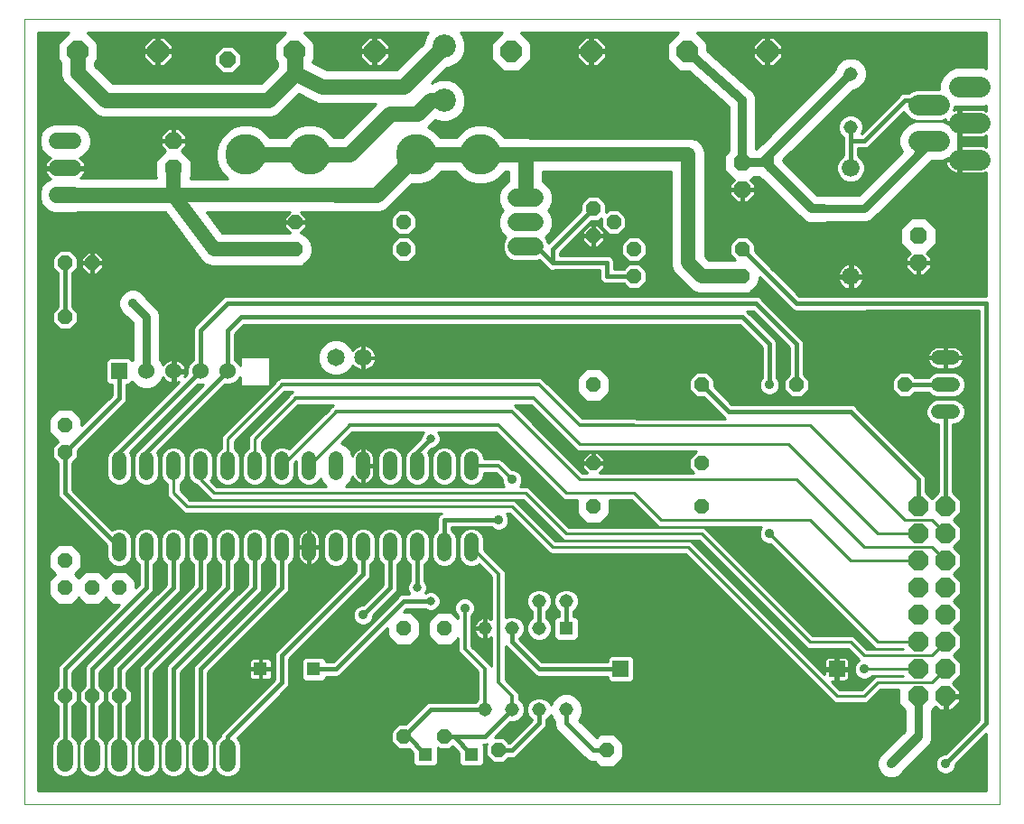
<source format=gbl>
G75*
G70*
%OFA0B0*%
%FSLAX24Y24*%
%IPPOS*%
%LPD*%
%AMOC8*
5,1,8,0,0,1.08239X$1,22.5*
%
%ADD10C,0.0000*%
%ADD11C,0.0520*%
%ADD12OC8,0.0740*%
%ADD13C,0.0600*%
%ADD14OC8,0.0520*%
%ADD15C,0.0650*%
%ADD16R,0.0515X0.0515*%
%ADD17C,0.0515*%
%ADD18R,0.0594X0.0594*%
%ADD19OC8,0.0630*%
%ADD20R,0.0600X0.0600*%
%ADD21C,0.0600*%
%ADD22C,0.0660*%
%ADD23C,0.0860*%
%ADD24C,0.1500*%
%ADD25C,0.0650*%
%ADD26OC8,0.0768*%
%ADD27OC8,0.0600*%
%ADD28C,0.0750*%
%ADD29C,0.0160*%
%ADD30C,0.0360*%
%ADD31C,0.0320*%
%ADD32C,0.0300*%
%ADD33C,0.0100*%
%ADD34C,0.0120*%
%ADD35C,0.0320*%
%ADD36C,0.0150*%
%ADD37C,0.0540*%
%ADD38C,0.0560*%
D10*
X000101Y000101D02*
X000101Y029101D01*
X036101Y029101D01*
X036101Y000101D01*
X000101Y000101D01*
D11*
X003601Y009341D02*
X003601Y009861D01*
X004601Y009861D02*
X004601Y009341D01*
X005601Y009341D02*
X005601Y009861D01*
X006601Y009861D02*
X006601Y009341D01*
X007601Y009341D02*
X007601Y009861D01*
X008601Y009861D02*
X008601Y009341D01*
X009601Y009341D02*
X009601Y009861D01*
X010601Y009861D02*
X010601Y009341D01*
X011601Y009341D02*
X011601Y009861D01*
X012601Y009861D02*
X012601Y009341D01*
X013601Y009341D02*
X013601Y009861D01*
X014601Y009861D02*
X014601Y009341D01*
X015601Y009341D02*
X015601Y009861D01*
X016601Y009861D02*
X016601Y009341D01*
X016601Y012341D02*
X016601Y012861D01*
X015601Y012861D02*
X015601Y012341D01*
X014601Y012341D02*
X014601Y012861D01*
X013601Y012861D02*
X013601Y012341D01*
X012601Y012341D02*
X012601Y012861D01*
X011601Y012861D02*
X011601Y012341D01*
X010601Y012341D02*
X010601Y012861D01*
X009601Y012861D02*
X009601Y012341D01*
X008601Y012341D02*
X008601Y012861D01*
X007601Y012861D02*
X007601Y012341D01*
X006601Y012341D02*
X006601Y012861D01*
X005601Y012861D02*
X005601Y012341D01*
X004601Y012341D02*
X004601Y012861D01*
X003601Y012861D02*
X003601Y012341D01*
X033841Y014601D02*
X034361Y014601D01*
X034361Y015601D02*
X033841Y015601D01*
X033841Y016601D02*
X034361Y016601D01*
D12*
X034101Y011101D03*
X033101Y011101D03*
X033101Y010101D03*
X034101Y010101D03*
X034101Y009101D03*
X033101Y009101D03*
X033101Y008101D03*
X034101Y008101D03*
X034101Y007101D03*
X033101Y007101D03*
X033101Y006101D03*
X034101Y006101D03*
X034101Y005101D03*
X034101Y004101D03*
X033101Y004101D03*
X033101Y005101D03*
D13*
X007601Y002201D02*
X007601Y001601D01*
X006601Y001601D02*
X006601Y002201D01*
X005601Y002201D02*
X005601Y001601D01*
X004601Y001601D02*
X004601Y002201D01*
X003601Y002201D02*
X003601Y001601D01*
X002601Y001601D02*
X002601Y002201D01*
X001601Y002201D02*
X001601Y001601D01*
X001901Y022601D02*
X001301Y022601D01*
X001301Y023601D02*
X001901Y023601D01*
X001901Y024601D02*
X001301Y024601D01*
D14*
X001601Y020101D03*
X002601Y020101D03*
X001601Y018101D03*
X001601Y014101D03*
X001601Y013101D03*
X001601Y009101D03*
X001601Y008101D03*
X002601Y008101D03*
X003601Y008101D03*
X003601Y004101D03*
X002601Y004101D03*
X001601Y004101D03*
X014101Y002601D03*
X015601Y002601D03*
X017601Y002101D03*
X021601Y002101D03*
X015601Y006601D03*
X014101Y006601D03*
X021101Y011101D03*
X021101Y012701D03*
X021101Y015601D03*
X025101Y015601D03*
X028601Y015601D03*
X025101Y012701D03*
X025101Y011101D03*
X032601Y015601D03*
X026601Y019601D03*
X026601Y020601D03*
X022601Y020601D03*
X022601Y019601D03*
X021101Y021101D03*
X021851Y021601D03*
X021101Y022101D03*
X014101Y021601D03*
X014101Y020601D03*
X010101Y020601D03*
X010101Y021601D03*
D15*
X011601Y016601D03*
X012601Y016601D03*
D16*
X020101Y006601D03*
X016601Y001951D03*
X014901Y001951D03*
X010782Y005101D03*
X008813Y005101D03*
D17*
X017101Y006601D03*
X018101Y006601D03*
X019101Y006601D03*
X019101Y007601D03*
X020101Y007601D03*
X020101Y003601D03*
X019101Y003601D03*
X018101Y003601D03*
X017101Y003601D03*
X030601Y025117D03*
X030601Y027085D03*
D18*
X030087Y005101D03*
X022115Y005101D03*
D19*
X033101Y020101D03*
X033101Y021101D03*
X026601Y022801D03*
X026601Y023801D03*
X005601Y023601D03*
X005601Y024601D03*
D20*
X003601Y016101D03*
D21*
X004601Y016101D03*
X005601Y016101D03*
X006601Y016101D03*
X007601Y016101D03*
D22*
X030601Y019601D03*
X030601Y023601D03*
D23*
X015601Y026101D03*
X015601Y028101D03*
D24*
X014569Y024101D03*
X016931Y024101D03*
X010632Y024101D03*
X008270Y024101D03*
D25*
X018276Y022498D02*
X018926Y022498D01*
X018926Y021601D02*
X018276Y021601D01*
X018276Y020703D02*
X018926Y020703D01*
D26*
X018077Y027912D03*
X021030Y027912D03*
X024577Y027912D03*
X027530Y027912D03*
X013030Y027912D03*
X010077Y027912D03*
X005030Y027912D03*
X002077Y027912D03*
D27*
X007601Y027601D03*
D28*
X033101Y025931D02*
X033851Y025931D01*
X034601Y025261D02*
X035351Y025261D01*
X033851Y024611D02*
X033101Y024611D01*
X034601Y023921D02*
X035351Y023921D01*
X035351Y026601D02*
X034601Y026601D01*
D29*
X027601Y019601D02*
X028601Y018601D01*
X031101Y018601D01*
X028601Y017101D02*
X027101Y018601D01*
X007601Y018601D01*
X006601Y017601D01*
X006601Y016101D01*
X003601Y013101D01*
X003601Y012601D01*
X004601Y012601D02*
X004601Y013101D01*
X007601Y016101D01*
X007601Y017601D01*
X008101Y018101D01*
X026601Y018101D01*
X027601Y017101D01*
X027601Y015601D01*
X028601Y015601D02*
X028601Y017101D01*
X030601Y014601D02*
X026101Y014601D01*
X025101Y015601D01*
X030601Y014601D02*
X033101Y012101D01*
X033101Y011101D01*
X034101Y011101D02*
X034101Y014601D01*
X034101Y015601D02*
X032601Y015601D01*
X021101Y022101D02*
X019601Y020601D01*
X019601Y020101D01*
X015101Y013601D02*
X014601Y013101D01*
X014601Y012601D01*
X014601Y009601D02*
X014601Y008101D01*
X014101Y007601D02*
X015101Y007601D01*
X014101Y007601D02*
X011601Y005101D01*
X010782Y005101D01*
X009601Y004601D02*
X009601Y005601D01*
X012601Y008601D01*
X012601Y009601D01*
X009601Y009601D02*
X009601Y008101D01*
X006601Y005101D01*
X006601Y001901D01*
X005601Y001901D02*
X005601Y005101D01*
X008601Y008101D01*
X008601Y009601D01*
X007601Y009601D02*
X007601Y008101D01*
X004601Y005101D01*
X004601Y001901D01*
X003601Y001901D02*
X003601Y004101D01*
X003601Y005101D01*
X006601Y008101D01*
X006601Y009601D01*
X005601Y009601D02*
X005601Y008101D01*
X002601Y005101D01*
X002601Y004101D01*
X002601Y001901D01*
X001601Y001901D02*
X001601Y004101D01*
X001601Y005101D01*
X004601Y008101D01*
X004601Y009601D01*
X001601Y013101D02*
X003601Y015101D01*
X003601Y016101D01*
X001601Y018101D02*
X001601Y020101D01*
X018101Y006601D02*
X018101Y006101D01*
X019101Y005101D01*
X022115Y005101D01*
X020101Y006601D02*
X020101Y007601D01*
X019101Y007601D02*
X019101Y006601D01*
X019101Y003601D02*
X019101Y003101D01*
X018101Y002101D01*
X017601Y002101D01*
X017101Y002601D02*
X018101Y003601D01*
X017101Y003601D02*
X015101Y003601D01*
X014101Y002601D01*
X014251Y002601D01*
X014901Y001951D01*
X015601Y002601D02*
X015951Y002601D01*
X016601Y001951D01*
X017101Y002601D02*
X015601Y002601D01*
X020101Y003101D02*
X020101Y003601D01*
X020101Y003101D02*
X021101Y002101D01*
X021601Y002101D01*
X009601Y004601D02*
X007601Y002601D01*
X007601Y001901D01*
D30*
X012601Y007101D03*
X014851Y004751D03*
X016351Y007351D03*
X017601Y010601D03*
X018101Y012101D03*
X027601Y010101D03*
X031101Y005101D03*
X032101Y001601D03*
X034101Y001601D03*
X027601Y015601D03*
X004101Y018601D03*
D31*
X024577Y027912D02*
X026601Y026101D01*
X026601Y023801D01*
X027451Y023801D01*
X027626Y023626D01*
X029151Y022101D01*
X029601Y022101D01*
X033101Y024101D02*
X033601Y024601D01*
X033101Y002601D02*
X032101Y001601D01*
D32*
X033101Y002601D02*
X033101Y004101D01*
X031101Y022101D02*
X029601Y022101D01*
X031101Y022101D02*
X033101Y024101D01*
X033601Y024601D02*
X033851Y024611D01*
X030601Y027085D02*
X030601Y027101D01*
X027601Y024101D01*
X027601Y023601D01*
X027626Y023626D01*
X027401Y023901D02*
X027601Y024101D01*
X004601Y018101D02*
X004601Y016101D01*
X004601Y018101D02*
X004101Y018601D01*
D33*
X004580Y018829D02*
X004550Y018901D01*
X004401Y019050D01*
X004206Y019131D01*
X003995Y019131D01*
X003801Y019050D01*
X003651Y018901D01*
X003571Y018706D01*
X003571Y018495D01*
X003651Y018301D01*
X003801Y018151D01*
X003873Y018121D01*
X004101Y017894D01*
X004101Y016520D01*
X004083Y016502D01*
X003984Y016601D01*
X003218Y016601D01*
X003101Y016484D01*
X003101Y015718D01*
X003218Y015601D01*
X003321Y015601D01*
X003321Y015217D01*
X002211Y014107D01*
X002211Y014353D01*
X001853Y014711D01*
X001348Y014711D01*
X000991Y014353D01*
X000991Y013848D01*
X001344Y013495D01*
X001141Y013291D01*
X001141Y012910D01*
X001326Y012725D01*
X001326Y011546D01*
X001368Y011445D01*
X001445Y011368D01*
X003141Y009672D01*
X003141Y009249D01*
X003211Y009080D01*
X003340Y008951D01*
X003509Y008881D01*
X003692Y008881D01*
X003861Y008951D01*
X003991Y009080D01*
X004061Y009249D01*
X004061Y009952D01*
X003991Y010121D01*
X003861Y010251D01*
X004340Y010251D01*
X004211Y010121D01*
X004141Y009952D01*
X004141Y009249D01*
X004211Y009080D01*
X004321Y008970D01*
X004321Y008217D01*
X004211Y008107D01*
X004211Y008353D01*
X003853Y008711D01*
X003348Y008711D01*
X003101Y008463D01*
X002853Y008711D01*
X002348Y008711D01*
X002101Y008463D01*
X001963Y008601D01*
X002211Y008848D01*
X002211Y009353D01*
X001853Y009711D01*
X001348Y009711D01*
X000991Y009353D01*
X000991Y008848D01*
X001238Y008601D01*
X000991Y008353D01*
X000991Y007848D01*
X001348Y007491D01*
X001853Y007491D01*
X002101Y007738D01*
X002348Y007491D01*
X002853Y007491D01*
X003101Y007738D01*
X003348Y007491D01*
X003595Y007491D01*
X001363Y005259D01*
X001321Y005156D01*
X001321Y005045D01*
X001321Y004471D01*
X001141Y004291D01*
X001141Y003910D01*
X001321Y003730D01*
X001321Y002626D01*
X001318Y002625D01*
X001177Y002484D01*
X001101Y002300D01*
X001101Y001501D01*
X001177Y001318D01*
X001318Y001177D01*
X001501Y001101D01*
X001700Y001101D01*
X001884Y001177D01*
X002025Y001318D01*
X002101Y001501D01*
X002177Y001318D01*
X002318Y001177D01*
X002501Y001101D01*
X002700Y001101D01*
X002884Y001177D01*
X003025Y001318D01*
X003101Y001501D01*
X003177Y001318D01*
X003318Y001177D01*
X003501Y001101D01*
X003700Y001101D01*
X003884Y001177D01*
X004025Y001318D01*
X004101Y001501D01*
X004177Y001318D01*
X004318Y001177D01*
X004501Y001101D01*
X004700Y001101D01*
X004884Y001177D01*
X005025Y001318D01*
X005101Y001501D01*
X005177Y001318D01*
X005318Y001177D01*
X005501Y001101D01*
X005700Y001101D01*
X005884Y001177D01*
X006025Y001318D01*
X006101Y001501D01*
X006177Y001318D01*
X006318Y001177D01*
X006501Y001101D01*
X006700Y001101D01*
X006884Y001177D01*
X007025Y001318D01*
X007101Y001501D01*
X007177Y001318D01*
X007318Y001177D01*
X007501Y001101D01*
X007700Y001101D01*
X007884Y001177D01*
X008025Y001318D01*
X008101Y001501D01*
X008101Y002300D01*
X008025Y002484D01*
X007952Y002556D01*
X009759Y004363D01*
X009838Y004442D01*
X009881Y004545D01*
X009881Y005485D01*
X012759Y008363D01*
X012838Y008442D01*
X012881Y008545D01*
X012881Y008970D01*
X012991Y009080D01*
X013061Y009249D01*
X013061Y009952D01*
X012991Y010121D01*
X012861Y010251D01*
X013340Y010251D01*
X013211Y010121D01*
X013141Y009952D01*
X013141Y009249D01*
X013211Y009080D01*
X013326Y008965D01*
X013326Y008215D01*
X012592Y007481D01*
X012525Y007481D01*
X012386Y007423D01*
X012279Y007316D01*
X012221Y007176D01*
X012221Y007025D01*
X012279Y006886D01*
X012386Y006779D01*
X012525Y006721D01*
X012676Y006721D01*
X012816Y006779D01*
X012923Y006886D01*
X012981Y007025D01*
X012981Y007092D01*
X013834Y007945D01*
X013876Y008046D01*
X013876Y008155D01*
X013876Y008965D01*
X013991Y009080D01*
X014061Y009249D01*
X014061Y009952D01*
X013991Y010121D01*
X013861Y010251D01*
X014340Y010251D01*
X014211Y010121D01*
X014141Y009952D01*
X014141Y009249D01*
X014211Y009080D01*
X014321Y008970D01*
X014321Y008330D01*
X014296Y008305D01*
X014241Y008172D01*
X014241Y008029D01*
X014296Y007897D01*
X014312Y007881D01*
X014045Y007881D01*
X013942Y007838D01*
X013863Y007759D01*
X011485Y005381D01*
X011239Y005381D01*
X011239Y005441D01*
X011122Y005558D01*
X010442Y005558D01*
X010324Y005441D01*
X010324Y004760D01*
X010442Y004643D01*
X011122Y004643D01*
X011239Y004760D01*
X011239Y004821D01*
X011545Y004821D01*
X011656Y004821D01*
X011759Y004863D01*
X013491Y006595D01*
X013491Y006348D01*
X013848Y005991D01*
X014353Y005991D01*
X014711Y006348D01*
X014711Y006853D01*
X014353Y007211D01*
X014107Y007211D01*
X014217Y007321D01*
X014872Y007321D01*
X014897Y007296D01*
X015029Y007241D01*
X015172Y007241D01*
X015305Y007296D01*
X015406Y007397D01*
X015461Y007529D01*
X015461Y007672D01*
X015406Y007805D01*
X015305Y007906D01*
X015172Y007961D01*
X015029Y007961D01*
X014912Y007912D01*
X014961Y008029D01*
X014961Y008172D01*
X014906Y008305D01*
X014881Y008330D01*
X014881Y008970D01*
X014991Y009080D01*
X015061Y009249D01*
X015061Y009952D01*
X014991Y010121D01*
X014861Y010251D01*
X015326Y010251D01*
X015326Y010236D02*
X015211Y010121D01*
X015141Y009952D01*
X015141Y009249D01*
X015211Y009080D01*
X015340Y008951D01*
X015509Y008881D01*
X015692Y008881D01*
X015861Y008951D01*
X015991Y009080D01*
X016061Y009249D01*
X016061Y009952D01*
X015991Y010121D01*
X015876Y010236D01*
X015876Y010326D01*
X017338Y010326D01*
X017386Y010279D01*
X017525Y010221D01*
X017676Y010221D01*
X017816Y010279D01*
X017923Y010386D01*
X017981Y010525D01*
X017981Y010676D01*
X017923Y010816D01*
X017888Y010851D01*
X017997Y010851D01*
X019459Y009389D01*
X019551Y009351D01*
X019651Y009351D01*
X024497Y009351D01*
X029889Y003959D01*
X029959Y003889D01*
X030051Y003851D01*
X031151Y003851D01*
X031242Y003889D01*
X031313Y003959D01*
X031704Y004351D01*
X032381Y004351D01*
X032381Y003803D01*
X032601Y003583D01*
X032601Y002822D01*
X031849Y002070D01*
X031801Y002050D01*
X031651Y001901D01*
X031571Y001706D01*
X031571Y001495D01*
X031651Y001301D01*
X031801Y001151D01*
X031995Y001071D01*
X032206Y001071D01*
X032401Y001151D01*
X032550Y001301D01*
X032570Y001349D01*
X033533Y002312D01*
X033611Y002499D01*
X033611Y002702D01*
X033601Y002726D01*
X033601Y003583D01*
X033742Y003724D01*
X033885Y003581D01*
X034051Y003581D01*
X034051Y004051D01*
X034151Y004051D01*
X034151Y004151D01*
X034621Y004151D01*
X034621Y004316D01*
X034371Y004565D01*
X034671Y004865D01*
X034671Y005337D01*
X034407Y005601D01*
X034671Y005865D01*
X034671Y006337D01*
X034407Y006601D01*
X034671Y006865D01*
X034671Y007337D01*
X034407Y007601D01*
X034671Y007865D01*
X034671Y008337D01*
X034407Y008601D01*
X034671Y008865D01*
X034671Y009337D01*
X034407Y009601D01*
X034671Y009865D01*
X034671Y010337D01*
X034407Y010601D01*
X034671Y010865D01*
X034671Y011337D01*
X034381Y011627D01*
X034381Y014141D01*
X034452Y014141D01*
X034621Y014211D01*
X034751Y014340D01*
X034821Y014509D01*
X034821Y014692D01*
X034751Y014861D01*
X034621Y014991D01*
X034452Y015061D01*
X033749Y015061D01*
X033580Y014991D01*
X033451Y014861D01*
X033381Y014692D01*
X033381Y014509D01*
X033451Y014340D01*
X033580Y014211D01*
X033749Y014141D01*
X033821Y014141D01*
X033821Y011627D01*
X033601Y011407D01*
X033381Y011627D01*
X033381Y012045D01*
X033381Y012156D01*
X033338Y012259D01*
X030838Y014759D01*
X030759Y014838D01*
X030656Y014881D01*
X026217Y014881D01*
X025561Y015537D01*
X025561Y015791D01*
X025291Y016061D01*
X024910Y016061D01*
X024641Y015791D01*
X024641Y015410D01*
X024910Y015141D01*
X025165Y015141D01*
X025942Y014363D01*
X025973Y014351D01*
X022677Y014351D01*
X022652Y014361D01*
X020708Y014361D01*
X019248Y015821D01*
X019152Y015861D01*
X019049Y015861D01*
X009549Y015861D01*
X009454Y015821D01*
X009380Y015748D01*
X009370Y015724D01*
X007459Y013813D01*
X007389Y013742D01*
X007351Y013651D01*
X007351Y013255D01*
X007340Y013251D01*
X007211Y013121D01*
X007141Y012952D01*
X007141Y012249D01*
X007211Y012080D01*
X007340Y011951D01*
X007509Y011881D01*
X007692Y011881D01*
X007861Y011951D01*
X007991Y012080D01*
X008061Y012249D01*
X008061Y012952D01*
X007991Y013121D01*
X007861Y013251D01*
X007851Y013255D01*
X007851Y013497D01*
X009694Y015341D01*
X010001Y015341D01*
X009954Y015321D01*
X009880Y015248D01*
X009870Y015224D01*
X008389Y013742D01*
X008351Y013651D01*
X008351Y013551D01*
X008351Y013255D01*
X008340Y013251D01*
X008211Y013121D01*
X008141Y012952D01*
X008141Y012249D01*
X008211Y012080D01*
X008340Y011951D01*
X008509Y011881D01*
X008692Y011881D01*
X008861Y011951D01*
X008991Y012080D01*
X009061Y012249D01*
X009061Y012952D01*
X008991Y013121D01*
X008861Y013251D01*
X008851Y013255D01*
X008851Y013497D01*
X010194Y014841D01*
X011501Y014841D01*
X011454Y014821D01*
X011380Y014748D01*
X011370Y014724D01*
X009879Y013233D01*
X009861Y013251D01*
X009692Y013321D01*
X009509Y013321D01*
X009340Y013251D01*
X009211Y013121D01*
X009141Y012952D01*
X009141Y012249D01*
X009211Y012080D01*
X009340Y011951D01*
X009509Y011881D01*
X009692Y011881D01*
X009861Y011951D01*
X009991Y012080D01*
X010061Y012249D01*
X010061Y012707D01*
X010141Y012787D01*
X010141Y012249D01*
X010211Y012080D01*
X010340Y011951D01*
X010509Y011881D01*
X010692Y011881D01*
X010861Y011951D01*
X010991Y012080D01*
X011020Y012150D01*
X011084Y011995D01*
X011228Y011851D01*
X007204Y011851D01*
X006983Y012072D01*
X006991Y012080D01*
X007061Y012249D01*
X007061Y012952D01*
X006991Y013121D01*
X006861Y013251D01*
X006692Y013321D01*
X006509Y013321D01*
X006340Y013251D01*
X006211Y013121D01*
X006141Y012952D01*
X006141Y012249D01*
X006211Y012080D01*
X006340Y011951D01*
X006438Y011911D01*
X006889Y011459D01*
X006959Y011389D01*
X007051Y011351D01*
X018497Y011351D01*
X019889Y009959D01*
X019959Y009889D01*
X020051Y009851D01*
X024997Y009851D01*
X028889Y005959D01*
X028959Y005889D01*
X029051Y005851D01*
X030497Y005851D01*
X030889Y005459D01*
X030914Y005434D01*
X030886Y005423D01*
X030779Y005316D01*
X030721Y005176D01*
X030721Y005025D01*
X030779Y004886D01*
X030886Y004779D01*
X031025Y004721D01*
X031176Y004721D01*
X031316Y004779D01*
X031388Y004851D01*
X032545Y004851D01*
X031651Y004851D01*
X031551Y004851D01*
X031459Y004813D01*
X030997Y004351D01*
X030204Y004351D01*
X029901Y004654D01*
X030039Y004654D01*
X030039Y005052D01*
X030135Y005052D01*
X030135Y004654D01*
X030404Y004654D01*
X030442Y004664D01*
X030476Y004684D01*
X030504Y004712D01*
X030524Y004746D01*
X030534Y004784D01*
X030534Y005052D01*
X030136Y005052D01*
X030136Y005149D01*
X030534Y005149D01*
X030534Y005417D01*
X030524Y005456D01*
X030504Y005490D01*
X030476Y005518D01*
X030442Y005537D01*
X030404Y005548D01*
X030135Y005548D01*
X030135Y005149D01*
X030039Y005149D01*
X030039Y005548D01*
X029770Y005548D01*
X029732Y005537D01*
X029698Y005518D01*
X029670Y005490D01*
X029650Y005456D01*
X029640Y005417D01*
X029640Y005149D01*
X030038Y005149D01*
X030038Y005052D01*
X029640Y005052D01*
X029640Y004915D01*
X024813Y009742D01*
X024742Y009813D01*
X024651Y009851D01*
X019704Y009851D01*
X018313Y011242D01*
X018242Y011313D01*
X018151Y011351D01*
X006204Y011351D01*
X005851Y011704D01*
X005851Y011946D01*
X005861Y011951D01*
X005991Y012080D01*
X006061Y012249D01*
X006061Y012952D01*
X005991Y013121D01*
X005861Y013251D01*
X005692Y013321D01*
X005509Y013321D01*
X005340Y013251D01*
X005211Y013121D01*
X005141Y012952D01*
X005141Y012249D01*
X005211Y012080D01*
X005340Y011951D01*
X005351Y011946D01*
X005351Y011551D01*
X005389Y011459D01*
X005459Y011389D01*
X005959Y010889D01*
X006051Y010851D01*
X006151Y010851D01*
X015486Y010851D01*
X015445Y010834D01*
X015368Y010757D01*
X015326Y010655D01*
X015326Y010546D01*
X015326Y010236D01*
X015326Y010349D02*
X003241Y010349D01*
X003340Y010251D02*
X003340Y010251D01*
X003340Y010250D01*
X001876Y011715D01*
X001876Y012725D01*
X002061Y012910D01*
X002061Y013165D01*
X003759Y014863D01*
X003759Y014863D01*
X003838Y014942D01*
X003881Y015045D01*
X003881Y015601D01*
X003984Y015601D01*
X004083Y015700D01*
X004233Y015550D01*
X004471Y015451D01*
X004730Y015451D01*
X004969Y015550D01*
X005152Y015733D01*
X005211Y015875D01*
X005216Y015865D01*
X005258Y015808D01*
X005308Y015758D01*
X005365Y015716D01*
X005428Y015684D01*
X005495Y015662D01*
X005551Y015653D01*
X005551Y016051D01*
X005651Y016051D01*
X005651Y016151D01*
X005551Y016151D01*
X005551Y016548D01*
X005495Y016540D01*
X005428Y016518D01*
X005365Y016486D01*
X005308Y016444D01*
X005258Y016394D01*
X005216Y016337D01*
X005211Y016327D01*
X005152Y016469D01*
X005101Y016520D01*
X005101Y018001D01*
X005101Y018200D01*
X005025Y018384D01*
X004580Y018829D01*
X004585Y018824D02*
X007428Y018824D01*
X007442Y018838D02*
X006442Y017838D01*
X006363Y017759D01*
X006321Y017656D01*
X006321Y016526D01*
X006318Y016525D01*
X006177Y016384D01*
X006101Y016200D01*
X006101Y016001D01*
X006102Y015998D01*
X006003Y015899D01*
X006018Y015928D01*
X006040Y015995D01*
X006048Y016051D01*
X005651Y016051D01*
X005651Y015653D01*
X005706Y015662D01*
X005774Y015684D01*
X005803Y015699D01*
X003442Y013338D01*
X003365Y013261D01*
X003340Y013251D01*
X003211Y013121D01*
X003141Y012952D01*
X003141Y012249D01*
X003211Y012080D01*
X003340Y011951D01*
X003509Y011881D01*
X003692Y011881D01*
X003861Y011951D01*
X003991Y012080D01*
X004061Y012249D01*
X004061Y012952D01*
X003998Y013103D01*
X006498Y015602D01*
X006501Y015601D01*
X006700Y015601D01*
X006708Y015604D01*
X004365Y013261D01*
X004340Y013251D01*
X004211Y013121D01*
X004141Y012952D01*
X004141Y012249D01*
X004211Y012080D01*
X004340Y011951D01*
X004509Y011881D01*
X004692Y011881D01*
X004861Y011951D01*
X004991Y012080D01*
X005061Y012249D01*
X005061Y012952D01*
X004998Y013103D01*
X007498Y015602D01*
X007501Y015601D01*
X007700Y015601D01*
X007884Y015677D01*
X008025Y015818D01*
X008051Y015881D01*
X008051Y015580D01*
X008080Y015551D01*
X009121Y015551D01*
X009151Y015580D01*
X009151Y016621D01*
X009121Y016651D01*
X008080Y016651D01*
X008051Y016621D01*
X008051Y016321D01*
X008025Y016384D01*
X007884Y016525D01*
X007881Y016526D01*
X007881Y017485D01*
X008217Y017821D01*
X026485Y017821D01*
X027321Y016985D01*
X027321Y015858D01*
X027279Y015816D01*
X027221Y015676D01*
X027221Y015525D01*
X027279Y015386D01*
X027386Y015279D01*
X027525Y015221D01*
X027676Y015221D01*
X027816Y015279D01*
X027923Y015386D01*
X027981Y015525D01*
X027981Y015676D01*
X027923Y015816D01*
X027881Y015858D01*
X027881Y017156D01*
X027838Y017259D01*
X027759Y017338D01*
X026777Y018321D01*
X026985Y018321D01*
X028321Y016985D01*
X028321Y015971D01*
X028141Y015791D01*
X028141Y015410D01*
X028410Y015141D01*
X028791Y015141D01*
X029061Y015410D01*
X029061Y015791D01*
X028881Y015971D01*
X028881Y017045D01*
X028881Y017156D01*
X028838Y017259D01*
X027338Y018759D01*
X027259Y018838D01*
X027156Y018881D01*
X007656Y018881D01*
X007545Y018881D01*
X007442Y018838D01*
X007330Y018725D02*
X004683Y018725D01*
X004782Y018627D02*
X007231Y018627D01*
X007132Y018528D02*
X004880Y018528D01*
X004979Y018430D02*
X007034Y018430D01*
X006935Y018331D02*
X005046Y018331D01*
X005087Y018233D02*
X006837Y018233D01*
X006738Y018134D02*
X005101Y018134D01*
X005101Y018036D02*
X006640Y018036D01*
X006541Y017937D02*
X005101Y017937D01*
X005101Y017839D02*
X006443Y017839D01*
X006355Y017740D02*
X005101Y017740D01*
X005101Y017641D02*
X006321Y017641D01*
X006321Y017543D02*
X005101Y017543D01*
X005101Y017444D02*
X006321Y017444D01*
X006321Y017346D02*
X005101Y017346D01*
X005101Y017247D02*
X006321Y017247D01*
X006321Y017149D02*
X005101Y017149D01*
X005101Y017050D02*
X006321Y017050D01*
X006321Y016952D02*
X005101Y016952D01*
X005101Y016853D02*
X006321Y016853D01*
X006321Y016755D02*
X005101Y016755D01*
X005101Y016656D02*
X006321Y016656D01*
X006321Y016558D02*
X005101Y016558D01*
X005156Y016459D02*
X005328Y016459D01*
X005233Y016360D02*
X005197Y016360D01*
X005551Y016360D02*
X005651Y016360D01*
X005651Y016262D02*
X005551Y016262D01*
X005551Y016163D02*
X005651Y016163D01*
X005651Y016151D02*
X005651Y016548D01*
X005706Y016540D01*
X005774Y016518D01*
X005837Y016486D01*
X005894Y016444D01*
X005944Y016394D01*
X005986Y016337D01*
X006018Y016274D01*
X006040Y016206D01*
X006048Y016151D01*
X005651Y016151D01*
X005651Y016065D02*
X006101Y016065D01*
X006101Y016163D02*
X006046Y016163D01*
X006022Y016262D02*
X006126Y016262D01*
X006167Y016360D02*
X005968Y016360D01*
X005873Y016459D02*
X006252Y016459D01*
X005651Y016459D02*
X005551Y016459D01*
X005551Y015966D02*
X005651Y015966D01*
X005651Y015868D02*
X005551Y015868D01*
X005551Y015769D02*
X005651Y015769D01*
X005651Y015671D02*
X005551Y015671D01*
X005468Y015671D02*
X005090Y015671D01*
X005167Y015769D02*
X005296Y015769D01*
X005214Y015868D02*
X005208Y015868D01*
X004991Y015572D02*
X005676Y015572D01*
X005733Y015671D02*
X005775Y015671D01*
X005578Y015474D02*
X004785Y015474D01*
X004416Y015474D02*
X003881Y015474D01*
X003881Y015572D02*
X004210Y015572D01*
X004112Y015671D02*
X004053Y015671D01*
X003881Y015375D02*
X005479Y015375D01*
X005381Y015276D02*
X003881Y015276D01*
X003881Y015178D02*
X005282Y015178D01*
X005183Y015079D02*
X003881Y015079D01*
X003854Y014981D02*
X005085Y014981D01*
X004986Y014882D02*
X003778Y014882D01*
X003680Y014784D02*
X004888Y014784D01*
X004789Y014685D02*
X003581Y014685D01*
X003483Y014587D02*
X004691Y014587D01*
X004592Y014488D02*
X003384Y014488D01*
X003285Y014390D02*
X004494Y014390D01*
X004395Y014291D02*
X003187Y014291D01*
X003088Y014192D02*
X004297Y014192D01*
X004198Y014094D02*
X002990Y014094D01*
X002891Y013995D02*
X004099Y013995D01*
X004001Y013897D02*
X002793Y013897D01*
X002694Y013798D02*
X003902Y013798D01*
X003804Y013700D02*
X002596Y013700D01*
X002497Y013601D02*
X003705Y013601D01*
X003607Y013503D02*
X002399Y013503D01*
X002300Y013404D02*
X003508Y013404D01*
X003442Y013338D02*
X003442Y013338D01*
X003410Y013306D02*
X002201Y013306D01*
X002103Y013207D02*
X003297Y013207D01*
X003206Y013109D02*
X002061Y013109D01*
X002061Y013010D02*
X003165Y013010D01*
X003141Y012911D02*
X002061Y012911D01*
X001963Y012813D02*
X003141Y012813D01*
X003141Y012714D02*
X001876Y012714D01*
X001876Y012616D02*
X003141Y012616D01*
X003141Y012517D02*
X001876Y012517D01*
X001876Y012419D02*
X003141Y012419D01*
X003141Y012320D02*
X001876Y012320D01*
X001876Y012222D02*
X003152Y012222D01*
X003193Y012123D02*
X001876Y012123D01*
X001876Y012025D02*
X003266Y012025D01*
X003400Y011926D02*
X001876Y011926D01*
X001876Y011827D02*
X005351Y011827D01*
X005351Y011729D02*
X001876Y011729D01*
X001960Y011630D02*
X005351Y011630D01*
X005359Y011532D02*
X002059Y011532D01*
X002157Y011433D02*
X005415Y011433D01*
X005513Y011335D02*
X002256Y011335D01*
X002354Y011236D02*
X005612Y011236D01*
X005710Y011138D02*
X002453Y011138D01*
X002551Y011039D02*
X005809Y011039D01*
X005907Y010941D02*
X002650Y010941D01*
X002748Y010842D02*
X015465Y010842D01*
X015362Y010743D02*
X002847Y010743D01*
X002946Y010645D02*
X015326Y010645D01*
X015326Y010546D02*
X003044Y010546D01*
X003143Y010448D02*
X015326Y010448D01*
X015242Y010152D02*
X014960Y010152D01*
X015019Y010054D02*
X015183Y010054D01*
X015142Y009955D02*
X015060Y009955D01*
X015061Y009857D02*
X015141Y009857D01*
X015141Y009758D02*
X015061Y009758D01*
X015061Y009659D02*
X015141Y009659D01*
X015141Y009561D02*
X015061Y009561D01*
X015061Y009462D02*
X015141Y009462D01*
X015141Y009364D02*
X015061Y009364D01*
X015061Y009265D02*
X015141Y009265D01*
X015175Y009167D02*
X015027Y009167D01*
X014979Y009068D02*
X015223Y009068D01*
X015321Y008970D02*
X014881Y008970D01*
X014881Y008871D02*
X016963Y008871D01*
X016872Y008962D02*
X017341Y008493D01*
X017341Y006930D01*
X017314Y006949D01*
X017257Y006978D01*
X017196Y006998D01*
X017133Y007008D01*
X017130Y007008D01*
X017130Y006630D01*
X017072Y006630D01*
X017072Y007008D01*
X017069Y007008D01*
X017005Y006998D01*
X016944Y006978D01*
X016887Y006949D01*
X016835Y006912D01*
X016790Y006866D01*
X016752Y006814D01*
X016723Y006757D01*
X016703Y006696D01*
X016693Y006633D01*
X016693Y006630D01*
X017072Y006630D01*
X017072Y006572D01*
X017130Y006572D01*
X017130Y006193D01*
X017133Y006193D01*
X017196Y006203D01*
X017257Y006223D01*
X017314Y006252D01*
X017341Y006272D01*
X017341Y005201D01*
X017321Y005248D01*
X016611Y005958D01*
X016611Y007073D01*
X016673Y007136D01*
X016731Y007275D01*
X016731Y007426D01*
X016673Y007566D01*
X016566Y007673D01*
X016426Y007731D01*
X016275Y007731D01*
X016136Y007673D01*
X016029Y007566D01*
X015971Y007426D01*
X015971Y007275D01*
X016029Y007136D01*
X016091Y007073D01*
X016091Y006973D01*
X015853Y007211D01*
X015348Y007211D01*
X014991Y006853D01*
X014991Y006348D01*
X015348Y005991D01*
X015853Y005991D01*
X016091Y006228D01*
X016091Y005799D01*
X016130Y005704D01*
X016204Y005630D01*
X016841Y004993D01*
X016841Y003988D01*
X016734Y003881D01*
X015156Y003881D01*
X015045Y003881D01*
X014942Y003838D01*
X014165Y003061D01*
X013910Y003061D01*
X013641Y002791D01*
X013641Y002410D01*
X013910Y002141D01*
X014291Y002141D01*
X014303Y002153D01*
X014443Y002012D01*
X014443Y001610D01*
X014560Y001493D01*
X015241Y001493D01*
X015358Y001610D01*
X015358Y002193D01*
X015410Y002141D01*
X015791Y002141D01*
X015903Y002253D01*
X016143Y002012D01*
X016143Y001610D01*
X016260Y001493D01*
X016941Y001493D01*
X017058Y001610D01*
X017058Y002291D01*
X017029Y002321D01*
X017045Y002321D01*
X017156Y002321D01*
X017180Y002331D01*
X017141Y002291D01*
X017141Y001910D01*
X017410Y001641D01*
X017791Y001641D01*
X017971Y001821D01*
X018045Y001821D01*
X018156Y001821D01*
X018259Y001863D01*
X019259Y002863D01*
X019338Y002942D01*
X019381Y003045D01*
X019381Y003234D01*
X019489Y003342D01*
X019520Y003416D01*
X019586Y003257D01*
X019671Y003172D01*
X019671Y003015D01*
X019736Y002857D01*
X020857Y001736D01*
X021015Y001671D01*
X021168Y001671D01*
X021348Y001491D01*
X021853Y001491D01*
X022211Y001848D01*
X022211Y002353D01*
X021853Y002711D01*
X021348Y002711D01*
X021224Y002586D01*
X020584Y003225D01*
X020616Y003257D01*
X020708Y003480D01*
X020708Y003722D01*
X020616Y003945D01*
X020445Y004116D01*
X020222Y004208D01*
X019980Y004208D01*
X019757Y004116D01*
X019586Y003945D01*
X019520Y003785D01*
X019489Y003860D01*
X019360Y003989D01*
X019192Y004058D01*
X019010Y004058D01*
X018842Y003989D01*
X018713Y003860D01*
X018643Y003692D01*
X018643Y003510D01*
X018713Y003342D01*
X018821Y003234D01*
X018821Y003217D01*
X017985Y002381D01*
X017971Y002381D01*
X017791Y002561D01*
X017457Y002561D01*
X018039Y003143D01*
X018192Y003143D01*
X018360Y003213D01*
X018489Y003342D01*
X018558Y003510D01*
X018558Y003692D01*
X018489Y003860D01*
X018361Y003988D01*
X018361Y004049D01*
X018361Y004152D01*
X018321Y004248D01*
X017861Y004708D01*
X017861Y005949D01*
X017863Y005942D01*
X018863Y004942D01*
X018942Y004863D01*
X019045Y004821D01*
X021618Y004821D01*
X021618Y004721D01*
X021735Y004604D01*
X022494Y004604D01*
X022611Y004721D01*
X022611Y005480D01*
X022494Y005598D01*
X021735Y005598D01*
X021618Y005480D01*
X021618Y005381D01*
X019217Y005381D01*
X018381Y006217D01*
X018381Y006234D01*
X018489Y006342D01*
X018558Y006510D01*
X018558Y006692D01*
X018489Y006860D01*
X018360Y006989D01*
X018192Y007058D01*
X018010Y007058D01*
X017861Y006996D01*
X017861Y008549D01*
X017861Y008652D01*
X017821Y008748D01*
X017061Y009508D01*
X017061Y009952D01*
X016991Y010121D01*
X016861Y010251D01*
X017453Y010251D01*
X017749Y010251D02*
X018597Y010251D01*
X018499Y010349D02*
X017887Y010349D01*
X017949Y010448D02*
X018400Y010448D01*
X018302Y010546D02*
X017981Y010546D01*
X017981Y010645D02*
X018203Y010645D01*
X018105Y010743D02*
X017953Y010743D01*
X018006Y010842D02*
X017897Y010842D01*
X018101Y011101D02*
X006101Y011101D01*
X005601Y011601D01*
X005601Y012601D01*
X006061Y012616D02*
X006141Y012616D01*
X006141Y012714D02*
X006061Y012714D01*
X006061Y012813D02*
X006141Y012813D01*
X006141Y012911D02*
X006061Y012911D01*
X006037Y013010D02*
X006165Y013010D01*
X006206Y013109D02*
X005996Y013109D01*
X005905Y013207D02*
X006297Y013207D01*
X006473Y013306D02*
X005729Y013306D01*
X005473Y013306D02*
X005201Y013306D01*
X005297Y013207D02*
X005103Y013207D01*
X005004Y013109D02*
X005206Y013109D01*
X005165Y013010D02*
X005037Y013010D01*
X005061Y012911D02*
X005141Y012911D01*
X005141Y012813D02*
X005061Y012813D01*
X005061Y012714D02*
X005141Y012714D01*
X005141Y012616D02*
X005061Y012616D01*
X005061Y012517D02*
X005141Y012517D01*
X005141Y012419D02*
X005061Y012419D01*
X005061Y012320D02*
X005141Y012320D01*
X005152Y012222D02*
X005049Y012222D01*
X005008Y012123D02*
X005193Y012123D01*
X005266Y012025D02*
X004935Y012025D01*
X004801Y011926D02*
X005351Y011926D01*
X005851Y011926D02*
X006400Y011926D01*
X006521Y011827D02*
X005851Y011827D01*
X005851Y011729D02*
X006619Y011729D01*
X006718Y011630D02*
X005925Y011630D01*
X006023Y011532D02*
X006816Y011532D01*
X006915Y011433D02*
X006122Y011433D01*
X006266Y012025D02*
X005935Y012025D01*
X006008Y012123D02*
X006193Y012123D01*
X006152Y012222D02*
X006049Y012222D01*
X006061Y012320D02*
X006141Y012320D01*
X006141Y012419D02*
X006061Y012419D01*
X006061Y012517D02*
X006141Y012517D01*
X006601Y012601D02*
X006601Y012101D01*
X007101Y011601D01*
X018601Y011601D01*
X020101Y010101D01*
X025101Y010101D01*
X029101Y006101D01*
X030601Y006101D01*
X031101Y005601D01*
X033601Y005601D01*
X034101Y006101D01*
X034524Y005718D02*
X035326Y005718D01*
X035326Y005816D02*
X034622Y005816D01*
X034671Y005915D02*
X035326Y005915D01*
X035326Y006013D02*
X034671Y006013D01*
X034671Y006112D02*
X035326Y006112D01*
X035326Y006210D02*
X034671Y006210D01*
X034671Y006309D02*
X035326Y006309D01*
X035326Y006408D02*
X034600Y006408D01*
X034501Y006506D02*
X035326Y006506D01*
X035326Y006605D02*
X034411Y006605D01*
X034509Y006703D02*
X035326Y006703D01*
X035326Y006802D02*
X034608Y006802D01*
X034671Y006900D02*
X035326Y006900D01*
X035326Y006999D02*
X034671Y006999D01*
X034671Y007097D02*
X035326Y007097D01*
X035326Y007196D02*
X034671Y007196D01*
X034671Y007294D02*
X035326Y007294D01*
X035326Y007393D02*
X034615Y007393D01*
X034516Y007492D02*
X035326Y007492D01*
X035326Y007590D02*
X034418Y007590D01*
X034495Y007689D02*
X035326Y007689D01*
X035326Y007787D02*
X034593Y007787D01*
X034671Y007886D02*
X035326Y007886D01*
X035326Y007984D02*
X034671Y007984D01*
X034671Y008083D02*
X035326Y008083D01*
X035326Y008181D02*
X034671Y008181D01*
X034671Y008280D02*
X035326Y008280D01*
X035326Y008378D02*
X034629Y008378D01*
X034531Y008477D02*
X035326Y008477D01*
X035326Y008576D02*
X034432Y008576D01*
X034480Y008674D02*
X035326Y008674D01*
X035326Y008773D02*
X034579Y008773D01*
X034671Y008871D02*
X035326Y008871D01*
X035326Y008970D02*
X034671Y008970D01*
X034671Y009068D02*
X035326Y009068D01*
X035326Y009167D02*
X034671Y009167D01*
X034671Y009265D02*
X035326Y009265D01*
X035326Y009364D02*
X034644Y009364D01*
X034545Y009462D02*
X035326Y009462D01*
X035326Y009561D02*
X034447Y009561D01*
X034466Y009659D02*
X035326Y009659D01*
X035326Y009758D02*
X034564Y009758D01*
X034663Y009857D02*
X035326Y009857D01*
X035326Y009955D02*
X034671Y009955D01*
X034671Y010054D02*
X035326Y010054D01*
X035326Y010152D02*
X034671Y010152D01*
X034671Y010251D02*
X035326Y010251D01*
X035326Y010349D02*
X034658Y010349D01*
X034560Y010448D02*
X035326Y010448D01*
X035326Y010546D02*
X034461Y010546D01*
X034451Y010645D02*
X035326Y010645D01*
X035326Y010743D02*
X034550Y010743D01*
X034648Y010842D02*
X035326Y010842D01*
X035326Y010941D02*
X034671Y010941D01*
X034671Y011039D02*
X035326Y011039D01*
X035326Y011138D02*
X034671Y011138D01*
X034671Y011236D02*
X035326Y011236D01*
X035326Y011335D02*
X034671Y011335D01*
X034574Y011433D02*
X035326Y011433D01*
X035326Y011532D02*
X034476Y011532D01*
X034381Y011630D02*
X035326Y011630D01*
X035326Y011729D02*
X034381Y011729D01*
X034381Y011827D02*
X035326Y011827D01*
X035326Y011926D02*
X034381Y011926D01*
X034381Y012025D02*
X035326Y012025D01*
X035326Y012123D02*
X034381Y012123D01*
X034381Y012222D02*
X035326Y012222D01*
X035326Y012320D02*
X034381Y012320D01*
X034381Y012419D02*
X035326Y012419D01*
X035326Y012517D02*
X034381Y012517D01*
X034381Y012616D02*
X035326Y012616D01*
X035326Y012714D02*
X034381Y012714D01*
X034381Y012813D02*
X035326Y012813D01*
X035326Y012911D02*
X034381Y012911D01*
X034381Y013010D02*
X035326Y013010D01*
X035326Y013109D02*
X034381Y013109D01*
X034381Y013207D02*
X035326Y013207D01*
X035326Y013306D02*
X034381Y013306D01*
X034381Y013404D02*
X035326Y013404D01*
X035326Y013503D02*
X034381Y013503D01*
X034381Y013601D02*
X035326Y013601D01*
X035326Y013700D02*
X034381Y013700D01*
X034381Y013798D02*
X035326Y013798D01*
X035326Y013897D02*
X034381Y013897D01*
X034381Y013995D02*
X035326Y013995D01*
X035326Y014094D02*
X034381Y014094D01*
X034577Y014192D02*
X035326Y014192D01*
X035326Y014291D02*
X034702Y014291D01*
X034771Y014390D02*
X035326Y014390D01*
X035326Y014488D02*
X034812Y014488D01*
X034821Y014587D02*
X035326Y014587D01*
X035326Y014685D02*
X034821Y014685D01*
X034783Y014784D02*
X035326Y014784D01*
X035326Y014882D02*
X034730Y014882D01*
X034631Y014981D02*
X035326Y014981D01*
X035326Y015079D02*
X026018Y015079D01*
X026117Y014981D02*
X033570Y014981D01*
X033472Y014882D02*
X026215Y014882D01*
X025920Y015178D02*
X028373Y015178D01*
X028275Y015276D02*
X027811Y015276D01*
X027912Y015375D02*
X028176Y015375D01*
X028141Y015474D02*
X027959Y015474D01*
X027981Y015572D02*
X028141Y015572D01*
X028141Y015671D02*
X027981Y015671D01*
X027942Y015769D02*
X028141Y015769D01*
X028217Y015868D02*
X027881Y015868D01*
X027881Y015966D02*
X028316Y015966D01*
X028321Y016065D02*
X027881Y016065D01*
X027881Y016163D02*
X028321Y016163D01*
X028321Y016262D02*
X027881Y016262D01*
X027881Y016360D02*
X028321Y016360D01*
X028321Y016459D02*
X027881Y016459D01*
X027881Y016558D02*
X028321Y016558D01*
X028321Y016656D02*
X027881Y016656D01*
X027881Y016755D02*
X028321Y016755D01*
X028321Y016853D02*
X027881Y016853D01*
X027881Y016952D02*
X028321Y016952D01*
X028255Y017050D02*
X027881Y017050D01*
X027881Y017149D02*
X028157Y017149D01*
X028058Y017247D02*
X027843Y017247D01*
X027752Y017346D02*
X027960Y017346D01*
X027861Y017444D02*
X027653Y017444D01*
X027555Y017543D02*
X027763Y017543D01*
X027664Y017641D02*
X027456Y017641D01*
X027357Y017740D02*
X027566Y017740D01*
X027467Y017839D02*
X027259Y017839D01*
X027160Y017937D02*
X027368Y017937D01*
X027270Y018036D02*
X027062Y018036D01*
X026963Y018134D02*
X027171Y018134D01*
X027073Y018233D02*
X026865Y018233D01*
X027471Y018627D02*
X028179Y018627D01*
X028277Y018528D02*
X027569Y018528D01*
X027668Y018430D02*
X028376Y018430D01*
X028363Y018442D02*
X028442Y018363D01*
X028545Y018321D01*
X031156Y018321D01*
X031168Y018326D01*
X035326Y018326D01*
X035326Y003215D01*
X034092Y001981D01*
X034025Y001981D01*
X033886Y001923D01*
X033779Y001816D01*
X033721Y001676D01*
X033721Y001525D01*
X033779Y001386D01*
X033886Y001279D01*
X034025Y001221D01*
X034176Y001221D01*
X034316Y001279D01*
X034423Y001386D01*
X034481Y001525D01*
X034481Y001592D01*
X035601Y002712D01*
X035601Y000601D01*
X000601Y000601D01*
X000601Y028601D01*
X001728Y028601D01*
X001343Y028216D01*
X001343Y027608D01*
X001447Y027504D01*
X001447Y027250D01*
X001447Y026999D01*
X001543Y026768D01*
X002567Y025744D01*
X002744Y025567D01*
X002975Y025471D01*
X008975Y025471D01*
X009226Y025471D01*
X009458Y025567D01*
X010230Y026339D01*
X010725Y026085D01*
X010744Y026067D01*
X010836Y026028D01*
X010925Y025983D01*
X010951Y025981D01*
X010975Y025971D01*
X011076Y025971D01*
X011175Y025963D01*
X011200Y025971D01*
X013080Y025971D01*
X011840Y024731D01*
X011539Y024731D01*
X011512Y024776D01*
X011308Y024981D01*
X011057Y025126D01*
X010777Y025201D01*
X010487Y025201D01*
X010208Y025126D01*
X009957Y024981D01*
X009752Y024776D01*
X009726Y024731D01*
X009176Y024731D01*
X009150Y024776D01*
X008945Y024981D01*
X008695Y025126D01*
X008415Y025201D01*
X008125Y025201D01*
X007845Y025126D01*
X007595Y024981D01*
X007390Y024776D01*
X007245Y024525D01*
X007170Y024246D01*
X007170Y023956D01*
X007245Y023676D01*
X007390Y023425D01*
X007594Y023221D01*
X006221Y023221D01*
X006221Y023280D01*
X006266Y023325D01*
X006266Y023876D01*
X005900Y024242D01*
X006066Y024408D01*
X006066Y024571D01*
X005631Y024571D01*
X005631Y024631D01*
X005571Y024631D01*
X005571Y025066D01*
X005408Y025066D01*
X005136Y024793D01*
X005136Y024631D01*
X005571Y024631D01*
X005571Y024571D01*
X005136Y024571D01*
X005136Y024408D01*
X005302Y024242D01*
X004936Y023876D01*
X004936Y023325D01*
X004981Y023280D01*
X004981Y023231D01*
X002157Y023231D01*
X002194Y023258D01*
X002244Y023308D01*
X002286Y023365D01*
X002318Y023428D01*
X002340Y023495D01*
X002348Y023551D01*
X001651Y023551D01*
X001651Y023651D01*
X002348Y023651D01*
X002340Y023706D01*
X002318Y023774D01*
X002286Y023837D01*
X002244Y023894D01*
X002194Y023944D01*
X002137Y023986D01*
X002127Y023991D01*
X002269Y024050D01*
X002452Y024233D01*
X002551Y024471D01*
X002551Y024730D01*
X002452Y024969D01*
X002269Y025152D01*
X002030Y025251D01*
X001171Y025251D01*
X000933Y025152D01*
X000750Y024969D01*
X000651Y024730D01*
X000651Y024471D01*
X000750Y024233D01*
X000933Y024050D01*
X001075Y023991D01*
X001065Y023986D01*
X001008Y023944D01*
X000958Y023894D01*
X000916Y023837D01*
X000884Y023774D01*
X000862Y023706D01*
X000853Y023651D01*
X001551Y023651D01*
X001551Y023551D01*
X000853Y023551D01*
X000862Y023495D01*
X000884Y023428D01*
X000916Y023365D01*
X000958Y023308D01*
X001008Y023258D01*
X001065Y023216D01*
X001075Y023211D01*
X000933Y023152D01*
X000750Y022969D01*
X000651Y022730D01*
X000651Y022471D01*
X000750Y022233D01*
X000933Y022050D01*
X001171Y021951D01*
X002030Y021951D01*
X002078Y021971D01*
X005298Y021971D01*
X006558Y020291D01*
X006575Y020250D01*
X006631Y020193D01*
X006679Y020130D01*
X006718Y020107D01*
X006750Y020075D01*
X006823Y020045D01*
X006891Y020004D01*
X006936Y019998D01*
X006977Y019981D01*
X007057Y019981D01*
X007135Y019970D01*
X007179Y019981D01*
X010224Y019981D01*
X010248Y019991D01*
X010353Y019991D01*
X010428Y020065D01*
X010452Y020075D01*
X010626Y020250D01*
X010636Y020274D01*
X010711Y020348D01*
X010711Y020453D01*
X010721Y020477D01*
X010721Y020724D01*
X010711Y020748D01*
X010711Y020853D01*
X010636Y020928D01*
X010626Y020952D01*
X010452Y021126D01*
X010428Y021136D01*
X010353Y021211D01*
X010291Y021211D01*
X010511Y021431D01*
X010511Y021571D01*
X010131Y021571D01*
X010131Y021631D01*
X010511Y021631D01*
X010511Y021771D01*
X010301Y021981D01*
X011451Y021981D01*
X011475Y021971D01*
X012975Y021971D01*
X013226Y021971D01*
X013458Y022067D01*
X014399Y023008D01*
X014424Y023001D01*
X014714Y023001D01*
X014994Y023076D01*
X015245Y023221D01*
X015449Y023425D01*
X015476Y023471D01*
X016025Y023471D01*
X016051Y023425D01*
X016256Y023221D01*
X016507Y023076D01*
X016787Y023001D01*
X017076Y023001D01*
X017356Y023076D01*
X017607Y023221D01*
X017812Y023425D01*
X017838Y023471D01*
X017971Y023471D01*
X017971Y023102D01*
X017894Y023070D01*
X017704Y022881D01*
X017601Y022633D01*
X017601Y022364D01*
X017704Y022116D01*
X017771Y022050D01*
X017704Y021983D01*
X017601Y021735D01*
X017601Y021467D01*
X017704Y021219D01*
X017877Y021046D01*
X017831Y021000D01*
X017751Y020808D01*
X017751Y020599D01*
X017831Y020406D01*
X017979Y020258D01*
X018172Y020178D01*
X019030Y020178D01*
X019104Y020209D01*
X019358Y019954D01*
X019363Y019942D01*
X019442Y019863D01*
X019545Y019821D01*
X019656Y019821D01*
X019669Y019826D01*
X021326Y019826D01*
X021326Y019655D01*
X021326Y019546D01*
X021368Y019445D01*
X021445Y019368D01*
X021546Y019326D01*
X022225Y019326D01*
X022410Y019141D01*
X022791Y019141D01*
X023061Y019410D01*
X023061Y019791D01*
X022791Y020061D01*
X022410Y020061D01*
X022225Y019876D01*
X021876Y019876D01*
X021876Y020046D01*
X021876Y020155D01*
X021834Y020257D01*
X021757Y020334D01*
X021655Y020376D01*
X019881Y020376D01*
X019881Y020485D01*
X021037Y021641D01*
X021291Y021641D01*
X021391Y021740D01*
X021391Y021410D01*
X021660Y021141D01*
X022041Y021141D01*
X022311Y021410D01*
X022311Y021791D01*
X022041Y022061D01*
X021660Y022061D01*
X021561Y021961D01*
X021561Y022291D01*
X021291Y022561D01*
X020910Y022561D01*
X020641Y022291D01*
X020641Y022037D01*
X019439Y020835D01*
X019370Y021000D01*
X019325Y021046D01*
X019498Y021219D01*
X019600Y021467D01*
X019600Y021735D01*
X019498Y021983D01*
X019431Y022050D01*
X019498Y022116D01*
X019600Y022364D01*
X019600Y022633D01*
X019498Y022881D01*
X019308Y023070D01*
X019231Y023102D01*
X019231Y023481D01*
X023981Y023481D01*
X023981Y019977D01*
X024075Y019750D01*
X024250Y019575D01*
X024750Y019075D01*
X024977Y018981D01*
X025224Y018981D01*
X026724Y018981D01*
X026748Y018991D01*
X026853Y018991D01*
X026928Y019065D01*
X026952Y019075D01*
X027126Y019250D01*
X027136Y019274D01*
X027211Y019348D01*
X027211Y019453D01*
X027221Y019477D01*
X027221Y019592D01*
X027358Y019454D01*
X027363Y019442D01*
X028363Y018442D01*
X028363Y018442D01*
X028520Y018331D02*
X027766Y018331D01*
X027865Y018233D02*
X035326Y018233D01*
X035326Y018134D02*
X027963Y018134D01*
X028062Y018036D02*
X035326Y018036D01*
X035326Y017937D02*
X028160Y017937D01*
X028259Y017839D02*
X035326Y017839D01*
X035326Y017740D02*
X028357Y017740D01*
X028456Y017641D02*
X035326Y017641D01*
X035326Y017543D02*
X028555Y017543D01*
X028653Y017444D02*
X035326Y017444D01*
X035326Y017346D02*
X028752Y017346D01*
X028843Y017247D02*
X035326Y017247D01*
X035326Y017149D02*
X028881Y017149D01*
X028881Y017050D02*
X035326Y017050D01*
X035326Y016952D02*
X034575Y016952D01*
X034576Y016951D02*
X034518Y016981D01*
X034457Y017001D01*
X034393Y017011D01*
X034131Y017011D01*
X034131Y016631D01*
X034071Y016631D01*
X034071Y017011D01*
X033808Y017011D01*
X033745Y017001D01*
X033683Y016981D01*
X033626Y016951D01*
X033574Y016914D01*
X033528Y016868D01*
X033490Y016816D01*
X033461Y016758D01*
X033441Y016697D01*
X033431Y016633D01*
X033431Y016631D01*
X034071Y016631D01*
X034071Y016571D01*
X034131Y016571D01*
X034131Y016631D01*
X034771Y016631D01*
X034771Y016633D01*
X034761Y016697D01*
X034741Y016758D01*
X034711Y016816D01*
X034674Y016868D01*
X034628Y016914D01*
X034576Y016951D01*
X034684Y016853D02*
X035326Y016853D01*
X035326Y016755D02*
X034742Y016755D01*
X034767Y016656D02*
X035326Y016656D01*
X035326Y016558D02*
X034769Y016558D01*
X034771Y016568D02*
X034771Y016571D01*
X034131Y016571D01*
X034131Y016191D01*
X034393Y016191D01*
X034457Y016201D01*
X034518Y016221D01*
X034576Y016250D01*
X034628Y016288D01*
X034674Y016334D01*
X034711Y016386D01*
X034741Y016443D01*
X034761Y016505D01*
X034771Y016568D01*
X034746Y016459D02*
X035326Y016459D01*
X035326Y016360D02*
X034693Y016360D01*
X034592Y016262D02*
X035326Y016262D01*
X035326Y016163D02*
X028881Y016163D01*
X028881Y016065D02*
X035326Y016065D01*
X035326Y015966D02*
X034646Y015966D01*
X034621Y015991D02*
X034452Y016061D01*
X033749Y016061D01*
X033580Y015991D01*
X033470Y015881D01*
X032971Y015881D01*
X032791Y016061D01*
X032410Y016061D01*
X032141Y015791D01*
X032141Y015410D01*
X032410Y015141D01*
X032791Y015141D01*
X032971Y015321D01*
X033470Y015321D01*
X033580Y015211D01*
X033749Y015141D01*
X034452Y015141D01*
X034621Y015211D01*
X034751Y015340D01*
X034821Y015509D01*
X034821Y015692D01*
X034751Y015861D01*
X034621Y015991D01*
X034744Y015868D02*
X035326Y015868D01*
X035326Y015769D02*
X034789Y015769D01*
X034821Y015671D02*
X035326Y015671D01*
X035326Y015572D02*
X034821Y015572D01*
X034806Y015474D02*
X035326Y015474D01*
X035326Y015375D02*
X034765Y015375D01*
X034687Y015276D02*
X035326Y015276D01*
X035326Y015178D02*
X034542Y015178D01*
X033660Y015178D02*
X032828Y015178D01*
X032927Y015276D02*
X033515Y015276D01*
X033419Y014784D02*
X030814Y014784D01*
X030912Y014685D02*
X033381Y014685D01*
X033381Y014587D02*
X031011Y014587D01*
X031109Y014488D02*
X033390Y014488D01*
X033430Y014390D02*
X031208Y014390D01*
X031306Y014291D02*
X033500Y014291D01*
X033624Y014192D02*
X031405Y014192D01*
X031504Y014094D02*
X033821Y014094D01*
X033821Y013995D02*
X031602Y013995D01*
X031701Y013897D02*
X033821Y013897D01*
X033821Y013798D02*
X031799Y013798D01*
X031898Y013700D02*
X033821Y013700D01*
X033821Y013601D02*
X031996Y013601D01*
X032095Y013503D02*
X033821Y013503D01*
X033821Y013404D02*
X032193Y013404D01*
X032292Y013306D02*
X033821Y013306D01*
X033821Y013207D02*
X032390Y013207D01*
X032489Y013109D02*
X033821Y013109D01*
X033821Y013010D02*
X032588Y013010D01*
X032686Y012911D02*
X033821Y012911D01*
X033821Y012813D02*
X032785Y012813D01*
X032883Y012714D02*
X033821Y012714D01*
X033821Y012616D02*
X032982Y012616D01*
X033080Y012517D02*
X033821Y012517D01*
X033821Y012419D02*
X033179Y012419D01*
X033277Y012320D02*
X033821Y012320D01*
X033821Y012222D02*
X033354Y012222D01*
X033381Y012123D02*
X033821Y012123D01*
X033821Y012025D02*
X033381Y012025D01*
X033381Y011926D02*
X033821Y011926D01*
X033821Y011827D02*
X033381Y011827D01*
X033381Y011729D02*
X033821Y011729D01*
X033821Y011630D02*
X033381Y011630D01*
X033476Y011532D02*
X033726Y011532D01*
X033627Y011433D02*
X033574Y011433D01*
X033601Y010601D02*
X032601Y010601D01*
X029101Y014101D01*
X022601Y014101D01*
X021541Y015178D02*
X024873Y015178D01*
X024775Y015276D02*
X021639Y015276D01*
X021711Y015348D02*
X021353Y014991D01*
X020848Y014991D01*
X020491Y015348D01*
X020491Y015853D01*
X020848Y016211D01*
X021353Y016211D01*
X021711Y015853D01*
X021711Y015348D01*
X021711Y015375D02*
X024676Y015375D01*
X024641Y015474D02*
X021711Y015474D01*
X021711Y015572D02*
X024641Y015572D01*
X024641Y015671D02*
X021711Y015671D01*
X021711Y015769D02*
X024641Y015769D01*
X024717Y015868D02*
X021696Y015868D01*
X021598Y015966D02*
X024816Y015966D01*
X025386Y015966D02*
X027321Y015966D01*
X027321Y015868D02*
X025484Y015868D01*
X025561Y015769D02*
X027259Y015769D01*
X027221Y015671D02*
X025561Y015671D01*
X025561Y015572D02*
X027221Y015572D01*
X027242Y015474D02*
X025624Y015474D01*
X025722Y015375D02*
X027289Y015375D01*
X027391Y015276D02*
X025821Y015276D01*
X025325Y014981D02*
X020088Y014981D01*
X019990Y015079D02*
X020760Y015079D01*
X020661Y015178D02*
X019891Y015178D01*
X019793Y015276D02*
X020562Y015276D01*
X020491Y015375D02*
X019694Y015375D01*
X019596Y015474D02*
X020491Y015474D01*
X020491Y015572D02*
X019497Y015572D01*
X019399Y015671D02*
X020491Y015671D01*
X020491Y015769D02*
X019300Y015769D01*
X018793Y014841D02*
X018201Y014841D01*
X018248Y014821D01*
X018821Y014248D01*
X018831Y014224D01*
X020704Y012351D01*
X020871Y012351D01*
X020691Y012531D01*
X020691Y012671D01*
X021071Y012671D01*
X021071Y012731D01*
X021071Y013111D01*
X020931Y013111D01*
X020691Y012871D01*
X020691Y012731D01*
X021071Y012731D01*
X021131Y012731D01*
X021131Y013111D01*
X021271Y013111D01*
X021511Y012871D01*
X021511Y012731D01*
X021131Y012731D01*
X021131Y012671D01*
X021511Y012671D01*
X021511Y012531D01*
X021331Y012351D01*
X024800Y012351D01*
X024641Y012510D01*
X024641Y012891D01*
X024900Y013151D01*
X020551Y013151D01*
X020459Y013189D01*
X020389Y013259D01*
X019278Y014370D01*
X019254Y014380D01*
X018793Y014841D01*
X018850Y014784D02*
X018285Y014784D01*
X018384Y014685D02*
X018949Y014685D01*
X019047Y014587D02*
X018483Y014587D01*
X018581Y014488D02*
X019146Y014488D01*
X019244Y014390D02*
X018680Y014390D01*
X018778Y014291D02*
X019357Y014291D01*
X019456Y014192D02*
X018863Y014192D01*
X018961Y014094D02*
X019554Y014094D01*
X019653Y013995D02*
X019060Y013995D01*
X019158Y013897D02*
X019751Y013897D01*
X019850Y013798D02*
X019257Y013798D01*
X019355Y013700D02*
X019948Y013700D01*
X020047Y013601D02*
X019454Y013601D01*
X019552Y013503D02*
X020145Y013503D01*
X020244Y013404D02*
X019651Y013404D01*
X019749Y013306D02*
X020342Y013306D01*
X020441Y013207D02*
X019848Y013207D01*
X019947Y013109D02*
X020929Y013109D01*
X020830Y013010D02*
X020045Y013010D01*
X020144Y012911D02*
X020732Y012911D01*
X020691Y012813D02*
X020242Y012813D01*
X020341Y012714D02*
X021071Y012714D01*
X021131Y012714D02*
X024641Y012714D01*
X024641Y012616D02*
X021511Y012616D01*
X021497Y012517D02*
X024641Y012517D01*
X024732Y012419D02*
X021398Y012419D01*
X021511Y012813D02*
X024641Y012813D01*
X024661Y012911D02*
X021470Y012911D01*
X021371Y013010D02*
X024759Y013010D01*
X024858Y013109D02*
X021273Y013109D01*
X021131Y013109D02*
X021071Y013109D01*
X021071Y013010D02*
X021131Y013010D01*
X021131Y012911D02*
X021071Y012911D01*
X021071Y012813D02*
X021131Y012813D01*
X020691Y012616D02*
X020439Y012616D01*
X020538Y012517D02*
X020704Y012517D01*
X020636Y012419D02*
X020803Y012419D01*
X020601Y012101D02*
X018601Y014101D01*
X018101Y013601D02*
X020101Y011601D01*
X022601Y011601D01*
X023601Y010601D01*
X029101Y010601D01*
X030601Y009101D01*
X033101Y009101D01*
X033601Y009601D02*
X031101Y009601D01*
X028601Y012101D01*
X020601Y012101D01*
X019915Y011433D02*
X019122Y011433D01*
X019220Y011335D02*
X020491Y011335D01*
X020491Y011351D02*
X020491Y010848D01*
X020848Y010491D01*
X021353Y010491D01*
X021711Y010848D01*
X021711Y011351D01*
X022497Y011351D01*
X023389Y010459D01*
X023459Y010389D01*
X023551Y010351D01*
X027313Y010351D01*
X027279Y010316D01*
X027221Y010176D01*
X027221Y010025D01*
X027279Y009886D01*
X027386Y009779D01*
X027525Y009721D01*
X027627Y009721D01*
X031459Y005889D01*
X031551Y005851D01*
X031651Y005851D01*
X032545Y005851D01*
X031204Y005851D01*
X030742Y006313D01*
X030651Y006351D01*
X030551Y006351D01*
X029204Y006351D01*
X025242Y010313D01*
X025151Y010351D01*
X025051Y010351D01*
X020204Y010351D01*
X018742Y011813D01*
X018651Y011851D01*
X018551Y011851D01*
X018388Y011851D01*
X018423Y011886D01*
X018481Y012025D01*
X018481Y012176D01*
X018423Y012316D01*
X018316Y012423D01*
X018176Y012481D01*
X018088Y012481D01*
X017821Y012748D01*
X017748Y012821D01*
X017652Y012861D01*
X017061Y012861D01*
X017061Y012952D01*
X016991Y013121D01*
X016861Y013251D01*
X016692Y013321D01*
X016509Y013321D01*
X016340Y013251D01*
X016211Y013121D01*
X016141Y012952D01*
X016141Y012249D01*
X016211Y012080D01*
X016340Y011951D01*
X016509Y011881D01*
X016692Y011881D01*
X016861Y011951D01*
X016991Y012080D01*
X017061Y012249D01*
X017061Y012341D01*
X017493Y012341D01*
X017721Y012113D01*
X017721Y012025D01*
X017779Y011886D01*
X017813Y011851D01*
X011973Y011851D01*
X012118Y011995D01*
X012210Y012217D01*
X012221Y012183D01*
X012250Y012126D01*
X012288Y012074D01*
X012334Y012028D01*
X012386Y011990D01*
X012443Y011961D01*
X012505Y011941D01*
X012568Y011931D01*
X012571Y011931D01*
X012571Y012571D01*
X012631Y012571D01*
X012631Y012631D01*
X012571Y012631D01*
X012571Y013271D01*
X012568Y013271D01*
X012505Y013261D01*
X012443Y013241D01*
X012386Y013211D01*
X012334Y013174D01*
X012288Y013128D01*
X012250Y013076D01*
X012221Y013018D01*
X012210Y012984D01*
X012118Y013206D01*
X011946Y013378D01*
X011794Y013441D01*
X012194Y013841D01*
X014832Y013841D01*
X014796Y013805D01*
X014741Y013672D01*
X014741Y013637D01*
X014442Y013338D01*
X014365Y013261D01*
X014340Y013251D01*
X014211Y013121D01*
X014141Y012952D01*
X014141Y012249D01*
X014211Y012080D01*
X014340Y011951D01*
X014509Y011881D01*
X014692Y011881D01*
X014861Y011951D01*
X014991Y012080D01*
X015061Y012249D01*
X015061Y012952D01*
X014998Y013103D01*
X015137Y013241D01*
X015172Y013241D01*
X015305Y013296D01*
X015406Y013397D01*
X015461Y013529D01*
X015461Y013672D01*
X015406Y013805D01*
X015370Y013841D01*
X017493Y013841D01*
X017954Y013380D01*
X017978Y013370D01*
X019889Y011459D01*
X019959Y011389D01*
X020051Y011351D01*
X020491Y011351D01*
X020491Y011236D02*
X019319Y011236D01*
X019417Y011138D02*
X020491Y011138D01*
X020491Y011039D02*
X019516Y011039D01*
X019614Y010941D02*
X020491Y010941D01*
X020497Y010842D02*
X019713Y010842D01*
X019812Y010743D02*
X020595Y010743D01*
X020694Y010645D02*
X019910Y010645D01*
X020009Y010546D02*
X020793Y010546D01*
X020107Y010448D02*
X023400Y010448D01*
X023302Y010546D02*
X021409Y010546D01*
X021508Y010645D02*
X023203Y010645D01*
X023105Y010743D02*
X021606Y010743D01*
X021705Y010842D02*
X023006Y010842D01*
X022907Y010941D02*
X021711Y010941D01*
X021711Y011039D02*
X022809Y011039D01*
X022710Y011138D02*
X021711Y011138D01*
X021711Y011236D02*
X022612Y011236D01*
X022513Y011335D02*
X021711Y011335D01*
X019816Y011532D02*
X019023Y011532D01*
X018925Y011630D02*
X019718Y011630D01*
X019619Y011729D02*
X018826Y011729D01*
X018707Y011827D02*
X019521Y011827D01*
X019422Y011926D02*
X018440Y011926D01*
X018480Y012025D02*
X019324Y012025D01*
X019225Y012123D02*
X018481Y012123D01*
X018462Y012222D02*
X019126Y012222D01*
X019028Y012320D02*
X018419Y012320D01*
X018320Y012419D02*
X018929Y012419D01*
X018831Y012517D02*
X018052Y012517D01*
X017953Y012616D02*
X018732Y012616D01*
X018634Y012714D02*
X017855Y012714D01*
X017756Y012813D02*
X018535Y012813D01*
X018437Y012911D02*
X017061Y012911D01*
X017037Y013010D02*
X018338Y013010D01*
X018240Y013109D02*
X016996Y013109D01*
X016905Y013207D02*
X018141Y013207D01*
X018042Y013306D02*
X016729Y013306D01*
X016473Y013306D02*
X015729Y013306D01*
X015692Y013321D02*
X015509Y013321D01*
X015340Y013251D01*
X015211Y013121D01*
X015141Y012952D01*
X015141Y012249D01*
X015211Y012080D01*
X015340Y011951D01*
X015509Y011881D01*
X015692Y011881D01*
X015861Y011951D01*
X015991Y012080D01*
X016061Y012249D01*
X016061Y012952D01*
X015991Y013121D01*
X015861Y013251D01*
X015692Y013321D01*
X015473Y013306D02*
X015315Y013306D01*
X015297Y013207D02*
X015103Y013207D01*
X015004Y013109D02*
X015206Y013109D01*
X015165Y013010D02*
X015037Y013010D01*
X015061Y012911D02*
X015141Y012911D01*
X015141Y012813D02*
X015061Y012813D01*
X015061Y012714D02*
X015141Y012714D01*
X015141Y012616D02*
X015061Y012616D01*
X015061Y012517D02*
X015141Y012517D01*
X015141Y012419D02*
X015061Y012419D01*
X015061Y012320D02*
X015141Y012320D01*
X015152Y012222D02*
X015049Y012222D01*
X015008Y012123D02*
X015193Y012123D01*
X015266Y012025D02*
X014935Y012025D01*
X014801Y011926D02*
X015400Y011926D01*
X015801Y011926D02*
X016400Y011926D01*
X016266Y012025D02*
X015935Y012025D01*
X016008Y012123D02*
X016193Y012123D01*
X016152Y012222D02*
X016049Y012222D01*
X016061Y012320D02*
X016141Y012320D01*
X016141Y012419D02*
X016061Y012419D01*
X016061Y012517D02*
X016141Y012517D01*
X016141Y012616D02*
X016061Y012616D01*
X016061Y012714D02*
X016141Y012714D01*
X016141Y012813D02*
X016061Y012813D01*
X016061Y012911D02*
X016141Y012911D01*
X016165Y013010D02*
X016037Y013010D01*
X015996Y013109D02*
X016206Y013109D01*
X016297Y013207D02*
X015905Y013207D01*
X015409Y013404D02*
X017930Y013404D01*
X017831Y013503D02*
X015450Y013503D01*
X015461Y013601D02*
X017733Y013601D01*
X017634Y013700D02*
X015449Y013700D01*
X015409Y013798D02*
X017536Y013798D01*
X017514Y012320D02*
X017061Y012320D01*
X017049Y012222D02*
X017612Y012222D01*
X017711Y012123D02*
X017008Y012123D01*
X016935Y012025D02*
X017721Y012025D01*
X017762Y011926D02*
X016801Y011926D01*
X018189Y011335D02*
X018513Y011335D01*
X018612Y011236D02*
X018319Y011236D01*
X018417Y011138D02*
X018710Y011138D01*
X018809Y011039D02*
X018516Y011039D01*
X018614Y010941D02*
X018907Y010941D01*
X019006Y010842D02*
X018713Y010842D01*
X018812Y010743D02*
X019105Y010743D01*
X019203Y010645D02*
X018910Y010645D01*
X019009Y010546D02*
X019302Y010546D01*
X019400Y010448D02*
X019107Y010448D01*
X019206Y010349D02*
X019499Y010349D01*
X019597Y010251D02*
X019304Y010251D01*
X019403Y010152D02*
X019696Y010152D01*
X019794Y010054D02*
X019501Y010054D01*
X019600Y009955D02*
X019893Y009955D01*
X020037Y009857D02*
X019698Y009857D01*
X019601Y009601D02*
X018101Y011101D01*
X016861Y010251D02*
X016692Y010321D01*
X016509Y010321D01*
X016340Y010251D01*
X016211Y010121D01*
X016141Y009952D01*
X016141Y009249D01*
X016211Y009080D01*
X016340Y008951D01*
X016509Y008881D01*
X016692Y008881D01*
X016861Y008951D01*
X016872Y008962D01*
X017061Y008773D02*
X014881Y008773D01*
X014881Y008674D02*
X017160Y008674D01*
X017258Y008576D02*
X014881Y008576D01*
X014881Y008477D02*
X017341Y008477D01*
X017341Y008378D02*
X014881Y008378D01*
X014916Y008280D02*
X017341Y008280D01*
X017341Y008181D02*
X014957Y008181D01*
X014961Y008083D02*
X017341Y008083D01*
X017341Y007984D02*
X014942Y007984D01*
X015325Y007886D02*
X017341Y007886D01*
X017341Y007787D02*
X015413Y007787D01*
X015454Y007689D02*
X016173Y007689D01*
X016053Y007590D02*
X015461Y007590D01*
X015445Y007492D02*
X015998Y007492D01*
X015971Y007393D02*
X015402Y007393D01*
X015302Y007294D02*
X015971Y007294D01*
X016004Y007196D02*
X015868Y007196D01*
X015967Y007097D02*
X016067Y007097D01*
X016065Y006999D02*
X016091Y006999D01*
X016611Y006999D02*
X017009Y006999D01*
X017072Y006999D02*
X017130Y006999D01*
X017192Y006999D02*
X017341Y006999D01*
X017341Y007097D02*
X016635Y007097D01*
X016698Y007196D02*
X017341Y007196D01*
X017341Y007294D02*
X016731Y007294D01*
X016731Y007393D02*
X017341Y007393D01*
X017341Y007492D02*
X016704Y007492D01*
X016649Y007590D02*
X017341Y007590D01*
X017341Y007689D02*
X016528Y007689D01*
X016611Y006900D02*
X016824Y006900D01*
X016746Y006802D02*
X016611Y006802D01*
X016611Y006703D02*
X016706Y006703D01*
X016693Y006572D02*
X016693Y006569D01*
X016703Y006505D01*
X016723Y006444D01*
X016752Y006387D01*
X016790Y006335D01*
X016835Y006290D01*
X016887Y006252D01*
X016944Y006223D01*
X017005Y006203D01*
X017069Y006193D01*
X017072Y006193D01*
X017072Y006572D01*
X016693Y006572D01*
X016703Y006506D02*
X016611Y006506D01*
X016611Y006408D02*
X016742Y006408D01*
X016816Y006309D02*
X016611Y006309D01*
X016611Y006210D02*
X016983Y006210D01*
X017072Y006210D02*
X017130Y006210D01*
X017218Y006210D02*
X017341Y006210D01*
X017341Y006112D02*
X016611Y006112D01*
X016611Y006013D02*
X017341Y006013D01*
X017341Y005915D02*
X016654Y005915D01*
X016753Y005816D02*
X017341Y005816D01*
X017341Y005718D02*
X016851Y005718D01*
X016950Y005619D02*
X017341Y005619D01*
X017341Y005521D02*
X017049Y005521D01*
X017147Y005422D02*
X017341Y005422D01*
X017341Y005324D02*
X017246Y005324D01*
X017331Y005225D02*
X017341Y005225D01*
X017861Y005225D02*
X018581Y005225D01*
X018679Y005126D02*
X017861Y005126D01*
X017861Y005028D02*
X018778Y005028D01*
X018876Y004929D02*
X017861Y004929D01*
X017861Y004831D02*
X019021Y004831D01*
X019175Y005422D02*
X021618Y005422D01*
X021658Y005521D02*
X019077Y005521D01*
X018978Y005619D02*
X028229Y005619D01*
X028327Y005521D02*
X022571Y005521D01*
X022611Y005422D02*
X028426Y005422D01*
X028524Y005324D02*
X022611Y005324D01*
X022611Y005225D02*
X028623Y005225D01*
X028722Y005126D02*
X022611Y005126D01*
X022611Y005028D02*
X028820Y005028D01*
X028919Y004929D02*
X022611Y004929D01*
X022611Y004831D02*
X029017Y004831D01*
X029116Y004732D02*
X022611Y004732D01*
X022524Y004634D02*
X029214Y004634D01*
X029313Y004535D02*
X018034Y004535D01*
X018133Y004437D02*
X029411Y004437D01*
X029510Y004338D02*
X018231Y004338D01*
X018325Y004240D02*
X029608Y004240D01*
X029707Y004141D02*
X020384Y004141D01*
X020518Y004043D02*
X029806Y004043D01*
X029889Y003959D02*
X029889Y003959D01*
X029904Y003944D02*
X020616Y003944D01*
X020657Y003845D02*
X032381Y003845D01*
X032381Y003944D02*
X031297Y003944D01*
X031396Y004043D02*
X032381Y004043D01*
X032381Y004141D02*
X031495Y004141D01*
X031593Y004240D02*
X032381Y004240D01*
X032381Y004338D02*
X031692Y004338D01*
X031601Y004601D02*
X031101Y004101D01*
X030101Y004101D01*
X024601Y009601D01*
X019601Y009601D01*
X019519Y009364D02*
X017205Y009364D01*
X017107Y009462D02*
X019386Y009462D01*
X019287Y009561D02*
X017061Y009561D01*
X017061Y009659D02*
X019189Y009659D01*
X019090Y009758D02*
X017061Y009758D01*
X017061Y009857D02*
X018991Y009857D01*
X018893Y009955D02*
X017060Y009955D01*
X017019Y010054D02*
X018794Y010054D01*
X018696Y010152D02*
X016960Y010152D01*
X016340Y010251D02*
X015876Y010251D01*
X015960Y010152D02*
X016242Y010152D01*
X016183Y010054D02*
X016019Y010054D01*
X016060Y009955D02*
X016142Y009955D01*
X016141Y009857D02*
X016061Y009857D01*
X016061Y009758D02*
X016141Y009758D01*
X016141Y009659D02*
X016061Y009659D01*
X016061Y009561D02*
X016141Y009561D01*
X016141Y009462D02*
X016061Y009462D01*
X016061Y009364D02*
X016141Y009364D01*
X016141Y009265D02*
X016061Y009265D01*
X016027Y009167D02*
X016175Y009167D01*
X016223Y009068D02*
X015979Y009068D01*
X015880Y008970D02*
X016321Y008970D01*
X017304Y009265D02*
X024583Y009265D01*
X024681Y009167D02*
X017402Y009167D01*
X017501Y009068D02*
X024780Y009068D01*
X024878Y008970D02*
X017600Y008970D01*
X017698Y008871D02*
X024977Y008871D01*
X025075Y008773D02*
X017797Y008773D01*
X017852Y008674D02*
X025174Y008674D01*
X025273Y008576D02*
X017861Y008576D01*
X017861Y008477D02*
X025371Y008477D01*
X025470Y008378D02*
X017861Y008378D01*
X017861Y008280D02*
X025568Y008280D01*
X025667Y008181D02*
X017861Y008181D01*
X017861Y008083D02*
X025765Y008083D01*
X025864Y007984D02*
X020364Y007984D01*
X020360Y007989D02*
X020192Y008058D01*
X020010Y008058D01*
X019842Y007989D01*
X019713Y007860D01*
X019643Y007692D01*
X019643Y007510D01*
X019713Y007342D01*
X019821Y007234D01*
X019821Y007058D01*
X019760Y007058D01*
X019643Y006941D01*
X019643Y006260D01*
X019760Y006143D01*
X020441Y006143D01*
X020558Y006260D01*
X020558Y006941D01*
X020441Y007058D01*
X020381Y007058D01*
X020381Y007234D01*
X020489Y007342D01*
X020558Y007510D01*
X020558Y007692D01*
X020489Y007860D01*
X020360Y007989D01*
X020463Y007886D02*
X025962Y007886D01*
X026061Y007787D02*
X020519Y007787D01*
X020558Y007689D02*
X026159Y007689D01*
X026258Y007590D02*
X020558Y007590D01*
X020551Y007492D02*
X026356Y007492D01*
X026455Y007393D02*
X020510Y007393D01*
X020441Y007294D02*
X026554Y007294D01*
X026652Y007196D02*
X020381Y007196D01*
X020381Y007097D02*
X026751Y007097D01*
X026849Y006999D02*
X020501Y006999D01*
X020558Y006900D02*
X026948Y006900D01*
X027046Y006802D02*
X020558Y006802D01*
X020558Y006703D02*
X027145Y006703D01*
X027243Y006605D02*
X020558Y006605D01*
X020558Y006506D02*
X027342Y006506D01*
X027440Y006408D02*
X020558Y006408D01*
X020558Y006309D02*
X027539Y006309D01*
X027638Y006210D02*
X020508Y006210D01*
X019693Y006210D02*
X019354Y006210D01*
X019360Y006213D02*
X019192Y006143D01*
X019010Y006143D01*
X018842Y006213D01*
X018713Y006342D01*
X018643Y006510D01*
X018643Y006692D01*
X018713Y006860D01*
X018821Y006968D01*
X018821Y007234D01*
X018713Y007342D01*
X018643Y007510D01*
X018643Y007692D01*
X018713Y007860D01*
X018842Y007989D01*
X019010Y008058D01*
X019192Y008058D01*
X019360Y007989D01*
X019489Y007860D01*
X019558Y007692D01*
X019558Y007510D01*
X019489Y007342D01*
X019381Y007234D01*
X019381Y006968D01*
X019489Y006860D01*
X019558Y006692D01*
X019558Y006510D01*
X019489Y006342D01*
X019360Y006213D01*
X019456Y006309D02*
X019643Y006309D01*
X019643Y006408D02*
X019516Y006408D01*
X019557Y006506D02*
X019643Y006506D01*
X019643Y006605D02*
X019558Y006605D01*
X019554Y006703D02*
X019643Y006703D01*
X019643Y006802D02*
X019513Y006802D01*
X019448Y006900D02*
X019643Y006900D01*
X019701Y006999D02*
X019381Y006999D01*
X019381Y007097D02*
X019821Y007097D01*
X019821Y007196D02*
X019381Y007196D01*
X019441Y007294D02*
X019760Y007294D01*
X019692Y007393D02*
X019510Y007393D01*
X019551Y007492D02*
X019651Y007492D01*
X019643Y007590D02*
X019558Y007590D01*
X019558Y007689D02*
X019643Y007689D01*
X019683Y007787D02*
X019519Y007787D01*
X019463Y007886D02*
X019739Y007886D01*
X019837Y007984D02*
X019364Y007984D01*
X018837Y007984D02*
X017861Y007984D01*
X017861Y007886D02*
X018739Y007886D01*
X018683Y007787D02*
X017861Y007787D01*
X017861Y007689D02*
X018643Y007689D01*
X018643Y007590D02*
X017861Y007590D01*
X017861Y007492D02*
X018651Y007492D01*
X018692Y007393D02*
X017861Y007393D01*
X017861Y007294D02*
X018760Y007294D01*
X018821Y007196D02*
X017861Y007196D01*
X017861Y007097D02*
X018821Y007097D01*
X018821Y006999D02*
X018335Y006999D01*
X018448Y006900D02*
X018753Y006900D01*
X018689Y006802D02*
X018513Y006802D01*
X018554Y006703D02*
X018648Y006703D01*
X018643Y006605D02*
X018558Y006605D01*
X018557Y006506D02*
X018645Y006506D01*
X018686Y006408D02*
X018516Y006408D01*
X018456Y006309D02*
X018746Y006309D01*
X018848Y006210D02*
X018387Y006210D01*
X018486Y006112D02*
X027736Y006112D01*
X027835Y006013D02*
X018584Y006013D01*
X018683Y005915D02*
X027933Y005915D01*
X028032Y005816D02*
X018781Y005816D01*
X018880Y005718D02*
X028130Y005718D01*
X028443Y006112D02*
X028736Y006112D01*
X028638Y006210D02*
X028345Y006210D01*
X028246Y006309D02*
X028539Y006309D01*
X028440Y006408D02*
X028147Y006408D01*
X028049Y006506D02*
X028342Y006506D01*
X028243Y006605D02*
X027950Y006605D01*
X027852Y006703D02*
X028145Y006703D01*
X028046Y006802D02*
X027753Y006802D01*
X027655Y006900D02*
X027948Y006900D01*
X027849Y006999D02*
X027556Y006999D01*
X027458Y007097D02*
X027751Y007097D01*
X027652Y007196D02*
X027359Y007196D01*
X027261Y007294D02*
X027554Y007294D01*
X027455Y007393D02*
X027162Y007393D01*
X027064Y007492D02*
X027356Y007492D01*
X027258Y007590D02*
X026965Y007590D01*
X026866Y007689D02*
X027159Y007689D01*
X027061Y007787D02*
X026768Y007787D01*
X026669Y007886D02*
X026962Y007886D01*
X026864Y007984D02*
X026571Y007984D01*
X026472Y008083D02*
X026765Y008083D01*
X026667Y008181D02*
X026374Y008181D01*
X026275Y008280D02*
X026568Y008280D01*
X026470Y008378D02*
X026177Y008378D01*
X026078Y008477D02*
X026371Y008477D01*
X026273Y008576D02*
X025980Y008576D01*
X025881Y008674D02*
X026174Y008674D01*
X026075Y008773D02*
X025782Y008773D01*
X025684Y008871D02*
X025977Y008871D01*
X025878Y008970D02*
X025585Y008970D01*
X025487Y009068D02*
X025780Y009068D01*
X025681Y009167D02*
X025388Y009167D01*
X025290Y009265D02*
X025583Y009265D01*
X025484Y009364D02*
X025191Y009364D01*
X025093Y009462D02*
X025386Y009462D01*
X025287Y009561D02*
X024994Y009561D01*
X024896Y009659D02*
X025189Y009659D01*
X025090Y009758D02*
X024797Y009758D01*
X025154Y010349D02*
X027312Y010349D01*
X027252Y010251D02*
X025304Y010251D01*
X025403Y010152D02*
X027221Y010152D01*
X027221Y010054D02*
X025501Y010054D01*
X025600Y009955D02*
X027250Y009955D01*
X027308Y009857D02*
X025698Y009857D01*
X025797Y009758D02*
X027435Y009758D01*
X027689Y009659D02*
X025896Y009659D01*
X025994Y009561D02*
X027787Y009561D01*
X027886Y009462D02*
X026093Y009462D01*
X026191Y009364D02*
X027984Y009364D01*
X028083Y009265D02*
X026290Y009265D01*
X026388Y009167D02*
X028181Y009167D01*
X028280Y009068D02*
X026487Y009068D01*
X026585Y008970D02*
X028378Y008970D01*
X028477Y008871D02*
X026684Y008871D01*
X026782Y008773D02*
X028575Y008773D01*
X028674Y008674D02*
X026881Y008674D01*
X026980Y008576D02*
X028773Y008576D01*
X028871Y008477D02*
X027078Y008477D01*
X027177Y008378D02*
X028970Y008378D01*
X029068Y008280D02*
X027275Y008280D01*
X027374Y008181D02*
X029167Y008181D01*
X029265Y008083D02*
X027472Y008083D01*
X027571Y007984D02*
X029364Y007984D01*
X029462Y007886D02*
X027669Y007886D01*
X027768Y007787D02*
X029561Y007787D01*
X029659Y007689D02*
X027866Y007689D01*
X027965Y007590D02*
X029758Y007590D01*
X029856Y007492D02*
X028064Y007492D01*
X028162Y007393D02*
X029955Y007393D01*
X030054Y007294D02*
X028261Y007294D01*
X028359Y007196D02*
X030152Y007196D01*
X030251Y007097D02*
X028458Y007097D01*
X028556Y006999D02*
X030349Y006999D01*
X030448Y006900D02*
X028655Y006900D01*
X028753Y006802D02*
X030546Y006802D01*
X030645Y006703D02*
X028852Y006703D01*
X028950Y006605D02*
X030743Y006605D01*
X030842Y006506D02*
X029049Y006506D01*
X029147Y006408D02*
X030940Y006408D01*
X031039Y006309D02*
X030746Y006309D01*
X030845Y006210D02*
X031138Y006210D01*
X031236Y006112D02*
X030943Y006112D01*
X031042Y006013D02*
X031335Y006013D01*
X031433Y005915D02*
X031140Y005915D01*
X031601Y006101D02*
X027601Y010101D01*
X028301Y013401D02*
X031601Y010101D01*
X033101Y010101D01*
X033601Y010601D02*
X034101Y010101D01*
X033601Y009601D02*
X034101Y009101D01*
X033101Y006101D02*
X031601Y006101D01*
X030827Y005521D02*
X030471Y005521D01*
X030533Y005422D02*
X030885Y005422D01*
X030786Y005324D02*
X030534Y005324D01*
X030534Y005225D02*
X030741Y005225D01*
X030721Y005126D02*
X030136Y005126D01*
X030038Y005126D02*
X029429Y005126D01*
X029527Y005028D02*
X029640Y005028D01*
X029626Y004929D02*
X029640Y004929D01*
X029640Y005225D02*
X029330Y005225D01*
X029231Y005324D02*
X029640Y005324D01*
X029641Y005422D02*
X029133Y005422D01*
X029034Y005521D02*
X029703Y005521D01*
X030039Y005521D02*
X030135Y005521D01*
X030135Y005422D02*
X030039Y005422D01*
X030039Y005324D02*
X030135Y005324D01*
X030135Y005225D02*
X030039Y005225D01*
X030039Y005028D02*
X030135Y005028D01*
X030135Y004929D02*
X030039Y004929D01*
X030039Y004831D02*
X030135Y004831D01*
X030135Y004732D02*
X030039Y004732D01*
X029921Y004634D02*
X031280Y004634D01*
X031204Y004732D02*
X031379Y004732D01*
X031368Y004831D02*
X031503Y004831D01*
X031601Y004601D02*
X033601Y004601D01*
X034101Y005101D01*
X034487Y005521D02*
X035326Y005521D01*
X035326Y005619D02*
X034425Y005619D01*
X034585Y005422D02*
X035326Y005422D01*
X035326Y005324D02*
X034671Y005324D01*
X034671Y005225D02*
X035326Y005225D01*
X035326Y005126D02*
X034671Y005126D01*
X034671Y005028D02*
X035326Y005028D01*
X035326Y004929D02*
X034671Y004929D01*
X034637Y004831D02*
X035326Y004831D01*
X035326Y004732D02*
X034538Y004732D01*
X034440Y004634D02*
X035326Y004634D01*
X035326Y004535D02*
X034402Y004535D01*
X034500Y004437D02*
X035326Y004437D01*
X035326Y004338D02*
X034599Y004338D01*
X034621Y004240D02*
X035326Y004240D01*
X035326Y004141D02*
X034151Y004141D01*
X034151Y004051D02*
X034621Y004051D01*
X034621Y003885D01*
X034316Y003581D01*
X034151Y003581D01*
X034151Y004051D01*
X034151Y004043D02*
X034051Y004043D01*
X034051Y003944D02*
X034151Y003944D01*
X034151Y003845D02*
X034051Y003845D01*
X034051Y003747D02*
X034151Y003747D01*
X034151Y003648D02*
X034051Y003648D01*
X033818Y003648D02*
X033666Y003648D01*
X033601Y003550D02*
X035326Y003550D01*
X035326Y003648D02*
X034384Y003648D01*
X034482Y003747D02*
X035326Y003747D01*
X035326Y003845D02*
X034581Y003845D01*
X034621Y003944D02*
X035326Y003944D01*
X035326Y004043D02*
X034621Y004043D01*
X035326Y003451D02*
X033601Y003451D01*
X033601Y003353D02*
X035326Y003353D01*
X035326Y003254D02*
X033601Y003254D01*
X033601Y003156D02*
X035267Y003156D01*
X035168Y003057D02*
X033601Y003057D01*
X033601Y002959D02*
X035070Y002959D01*
X034971Y002860D02*
X033601Y002860D01*
X033601Y002761D02*
X034873Y002761D01*
X034774Y002663D02*
X033611Y002663D01*
X033611Y002564D02*
X034675Y002564D01*
X034577Y002466D02*
X033597Y002466D01*
X033556Y002367D02*
X034478Y002367D01*
X034380Y002269D02*
X033490Y002269D01*
X033391Y002170D02*
X034281Y002170D01*
X034183Y002072D02*
X033293Y002072D01*
X033194Y001973D02*
X034007Y001973D01*
X033837Y001875D02*
X033096Y001875D01*
X032997Y001776D02*
X033762Y001776D01*
X033721Y001677D02*
X032899Y001677D01*
X032800Y001579D02*
X033721Y001579D01*
X033739Y001480D02*
X032702Y001480D01*
X032603Y001382D02*
X033782Y001382D01*
X033881Y001283D02*
X032533Y001283D01*
X032434Y001185D02*
X035601Y001185D01*
X035601Y001283D02*
X034321Y001283D01*
X034419Y001382D02*
X035601Y001382D01*
X035601Y001480D02*
X034462Y001480D01*
X034481Y001579D02*
X035601Y001579D01*
X035601Y001677D02*
X034566Y001677D01*
X034665Y001776D02*
X035601Y001776D01*
X035601Y001875D02*
X034763Y001875D01*
X034862Y001973D02*
X035601Y001973D01*
X035601Y002072D02*
X034961Y002072D01*
X035059Y002170D02*
X035601Y002170D01*
X035601Y002269D02*
X035158Y002269D01*
X035256Y002367D02*
X035601Y002367D01*
X035601Y002466D02*
X035355Y002466D01*
X035453Y002564D02*
X035601Y002564D01*
X035601Y002663D02*
X035552Y002663D01*
X035601Y001086D02*
X032243Y001086D01*
X031958Y001086D02*
X000601Y001086D01*
X000601Y000988D02*
X035601Y000988D01*
X035601Y000889D02*
X000601Y000889D01*
X000601Y000791D02*
X035601Y000791D01*
X035601Y000692D02*
X000601Y000692D01*
X000601Y001185D02*
X001310Y001185D01*
X001211Y001283D02*
X000601Y001283D01*
X000601Y001382D02*
X001150Y001382D01*
X001109Y001480D02*
X000601Y001480D01*
X000601Y001579D02*
X001101Y001579D01*
X001101Y001677D02*
X000601Y001677D01*
X000601Y001776D02*
X001101Y001776D01*
X001101Y001875D02*
X000601Y001875D01*
X000601Y001973D02*
X001101Y001973D01*
X001101Y002072D02*
X000601Y002072D01*
X000601Y002170D02*
X001101Y002170D01*
X001101Y002269D02*
X000601Y002269D01*
X000601Y002367D02*
X001129Y002367D01*
X001169Y002466D02*
X000601Y002466D01*
X000601Y002564D02*
X001257Y002564D01*
X001321Y002663D02*
X000601Y002663D01*
X000601Y002761D02*
X001321Y002761D01*
X001321Y002860D02*
X000601Y002860D01*
X000601Y002959D02*
X001321Y002959D01*
X001321Y003057D02*
X000601Y003057D01*
X000601Y003156D02*
X001321Y003156D01*
X001321Y003254D02*
X000601Y003254D01*
X000601Y003353D02*
X001321Y003353D01*
X001321Y003451D02*
X000601Y003451D01*
X000601Y003550D02*
X001321Y003550D01*
X001321Y003648D02*
X000601Y003648D01*
X000601Y003747D02*
X001304Y003747D01*
X001206Y003845D02*
X000601Y003845D01*
X000601Y003944D02*
X001141Y003944D01*
X001141Y004043D02*
X000601Y004043D01*
X000601Y004141D02*
X001141Y004141D01*
X001141Y004240D02*
X000601Y004240D01*
X000601Y004338D02*
X001188Y004338D01*
X001286Y004437D02*
X000601Y004437D01*
X000601Y004535D02*
X001321Y004535D01*
X001321Y004634D02*
X000601Y004634D01*
X000601Y004732D02*
X001321Y004732D01*
X001321Y004831D02*
X000601Y004831D01*
X000601Y004929D02*
X001321Y004929D01*
X001321Y005028D02*
X000601Y005028D01*
X000601Y005126D02*
X001321Y005126D01*
X001349Y005225D02*
X000601Y005225D01*
X000601Y005324D02*
X001428Y005324D01*
X001526Y005422D02*
X000601Y005422D01*
X000601Y005521D02*
X001625Y005521D01*
X001723Y005619D02*
X000601Y005619D01*
X000601Y005718D02*
X001822Y005718D01*
X001920Y005816D02*
X000601Y005816D01*
X000601Y005915D02*
X002019Y005915D01*
X002117Y006013D02*
X000601Y006013D01*
X000601Y006112D02*
X002216Y006112D01*
X002315Y006210D02*
X000601Y006210D01*
X000601Y006309D02*
X002413Y006309D01*
X002512Y006408D02*
X000601Y006408D01*
X000601Y006506D02*
X002610Y006506D01*
X002709Y006605D02*
X000601Y006605D01*
X000601Y006703D02*
X002807Y006703D01*
X002906Y006802D02*
X000601Y006802D01*
X000601Y006900D02*
X003004Y006900D01*
X003103Y006999D02*
X000601Y006999D01*
X000601Y007097D02*
X003201Y007097D01*
X003300Y007196D02*
X000601Y007196D01*
X000601Y007294D02*
X003399Y007294D01*
X003497Y007393D02*
X000601Y007393D01*
X000601Y007492D02*
X001347Y007492D01*
X001249Y007590D02*
X000601Y007590D01*
X000601Y007689D02*
X001150Y007689D01*
X001052Y007787D02*
X000601Y007787D01*
X000601Y007886D02*
X000991Y007886D01*
X000991Y007984D02*
X000601Y007984D01*
X000601Y008083D02*
X000991Y008083D01*
X000991Y008181D02*
X000601Y008181D01*
X000601Y008280D02*
X000991Y008280D01*
X001016Y008378D02*
X000601Y008378D01*
X000601Y008477D02*
X001114Y008477D01*
X001213Y008576D02*
X000601Y008576D01*
X000601Y008674D02*
X001165Y008674D01*
X001066Y008773D02*
X000601Y008773D01*
X000601Y008871D02*
X000991Y008871D01*
X000991Y008970D02*
X000601Y008970D01*
X000601Y009068D02*
X000991Y009068D01*
X000991Y009167D02*
X000601Y009167D01*
X000601Y009265D02*
X000991Y009265D01*
X001001Y009364D02*
X000601Y009364D01*
X000601Y009462D02*
X001100Y009462D01*
X001198Y009561D02*
X000601Y009561D01*
X000601Y009659D02*
X001297Y009659D01*
X001905Y009659D02*
X003141Y009659D01*
X003141Y009561D02*
X002003Y009561D01*
X002102Y009462D02*
X003141Y009462D01*
X003141Y009364D02*
X002200Y009364D01*
X002211Y009265D02*
X003141Y009265D01*
X003175Y009167D02*
X002211Y009167D01*
X002211Y009068D02*
X003223Y009068D01*
X003321Y008970D02*
X002211Y008970D01*
X002211Y008871D02*
X004321Y008871D01*
X004321Y008773D02*
X002135Y008773D01*
X002037Y008674D02*
X002311Y008674D01*
X002213Y008576D02*
X001989Y008576D01*
X002087Y008477D02*
X002114Y008477D01*
X002890Y008674D02*
X003311Y008674D01*
X003213Y008576D02*
X002989Y008576D01*
X003087Y008477D02*
X003114Y008477D01*
X003890Y008674D02*
X004321Y008674D01*
X004321Y008576D02*
X003989Y008576D01*
X004087Y008477D02*
X004321Y008477D01*
X004321Y008378D02*
X004186Y008378D01*
X004211Y008280D02*
X004321Y008280D01*
X004285Y008181D02*
X004211Y008181D01*
X004782Y007886D02*
X004990Y007886D01*
X005088Y007984D02*
X004856Y007984D01*
X004838Y007942D02*
X004881Y008045D01*
X004881Y008156D01*
X004881Y008970D01*
X004991Y009080D01*
X005061Y009249D01*
X005061Y009952D01*
X004991Y010121D01*
X004861Y010251D01*
X005340Y010251D01*
X005211Y010121D01*
X005141Y009952D01*
X005141Y009249D01*
X005211Y009080D01*
X005321Y008970D01*
X005321Y008217D01*
X002442Y005338D01*
X002363Y005259D01*
X002321Y005156D01*
X002321Y004471D01*
X002141Y004291D01*
X002141Y003910D01*
X002321Y003730D01*
X002321Y002626D01*
X002318Y002625D01*
X002177Y002484D01*
X002101Y002300D01*
X002101Y001501D01*
X002101Y002300D01*
X002025Y002484D01*
X001884Y002625D01*
X001881Y002626D01*
X001881Y003730D01*
X002061Y003910D01*
X002061Y004291D01*
X001881Y004471D01*
X001881Y004985D01*
X004838Y007942D01*
X004881Y008083D02*
X005187Y008083D01*
X005285Y008181D02*
X004881Y008181D01*
X004881Y008280D02*
X005321Y008280D01*
X005321Y008378D02*
X004881Y008378D01*
X004881Y008477D02*
X005321Y008477D01*
X005321Y008576D02*
X004881Y008576D01*
X004881Y008674D02*
X005321Y008674D01*
X005321Y008773D02*
X004881Y008773D01*
X004881Y008871D02*
X005321Y008871D01*
X005321Y008970D02*
X004881Y008970D01*
X004979Y009068D02*
X005223Y009068D01*
X005175Y009167D02*
X005027Y009167D01*
X005061Y009265D02*
X005141Y009265D01*
X005141Y009364D02*
X005061Y009364D01*
X005061Y009462D02*
X005141Y009462D01*
X005141Y009561D02*
X005061Y009561D01*
X005061Y009659D02*
X005141Y009659D01*
X005141Y009758D02*
X005061Y009758D01*
X005061Y009857D02*
X005141Y009857D01*
X005142Y009955D02*
X005060Y009955D01*
X005019Y010054D02*
X005183Y010054D01*
X005242Y010152D02*
X004960Y010152D01*
X004861Y010251D02*
X004692Y010321D01*
X004509Y010321D01*
X004340Y010251D01*
X004242Y010152D02*
X003960Y010152D01*
X004019Y010054D02*
X004183Y010054D01*
X004142Y009955D02*
X004060Y009955D01*
X004061Y009857D02*
X004141Y009857D01*
X004141Y009758D02*
X004061Y009758D01*
X004061Y009659D02*
X004141Y009659D01*
X004141Y009561D02*
X004061Y009561D01*
X004061Y009462D02*
X004141Y009462D01*
X004141Y009364D02*
X004061Y009364D01*
X004061Y009265D02*
X004141Y009265D01*
X004175Y009167D02*
X004027Y009167D01*
X003979Y009068D02*
X004223Y009068D01*
X004321Y008970D02*
X003880Y008970D01*
X003055Y009758D02*
X000601Y009758D01*
X000601Y009857D02*
X002956Y009857D01*
X002858Y009955D02*
X000601Y009955D01*
X000601Y010054D02*
X002759Y010054D01*
X002660Y010152D02*
X000601Y010152D01*
X000601Y010251D02*
X002562Y010251D01*
X002463Y010349D02*
X000601Y010349D01*
X000601Y010448D02*
X002365Y010448D01*
X002266Y010546D02*
X000601Y010546D01*
X000601Y010645D02*
X002168Y010645D01*
X002069Y010743D02*
X000601Y010743D01*
X000601Y010842D02*
X001971Y010842D01*
X001872Y010941D02*
X000601Y010941D01*
X000601Y011039D02*
X001774Y011039D01*
X001675Y011138D02*
X000601Y011138D01*
X000601Y011236D02*
X001576Y011236D01*
X001478Y011335D02*
X000601Y011335D01*
X000601Y011433D02*
X001379Y011433D01*
X001445Y011368D02*
X001445Y011368D01*
X001332Y011532D02*
X000601Y011532D01*
X000601Y011630D02*
X001326Y011630D01*
X001326Y011729D02*
X000601Y011729D01*
X000601Y011827D02*
X001326Y011827D01*
X001326Y011926D02*
X000601Y011926D01*
X000601Y012025D02*
X001326Y012025D01*
X001326Y012123D02*
X000601Y012123D01*
X000601Y012222D02*
X001326Y012222D01*
X001326Y012320D02*
X000601Y012320D01*
X000601Y012419D02*
X001326Y012419D01*
X001326Y012517D02*
X000601Y012517D01*
X000601Y012616D02*
X001326Y012616D01*
X001326Y012714D02*
X000601Y012714D01*
X000601Y012813D02*
X001238Y012813D01*
X001141Y012911D02*
X000601Y012911D01*
X000601Y013010D02*
X001141Y013010D01*
X001141Y013109D02*
X000601Y013109D01*
X000601Y013207D02*
X001141Y013207D01*
X001155Y013306D02*
X000601Y013306D01*
X000601Y013404D02*
X001254Y013404D01*
X001336Y013503D02*
X000601Y013503D01*
X000601Y013601D02*
X001238Y013601D01*
X001139Y013700D02*
X000601Y013700D01*
X000601Y013798D02*
X001041Y013798D01*
X000991Y013897D02*
X000601Y013897D01*
X000601Y013995D02*
X000991Y013995D01*
X000991Y014094D02*
X000601Y014094D01*
X000601Y014192D02*
X000991Y014192D01*
X000991Y014291D02*
X000601Y014291D01*
X000601Y014390D02*
X001027Y014390D01*
X001125Y014488D02*
X000601Y014488D01*
X000601Y014587D02*
X001224Y014587D01*
X001323Y014685D02*
X000601Y014685D01*
X000601Y014784D02*
X002888Y014784D01*
X002986Y014882D02*
X000601Y014882D01*
X000601Y014981D02*
X003085Y014981D01*
X003183Y015079D02*
X000601Y015079D01*
X000601Y015178D02*
X003282Y015178D01*
X003321Y015276D02*
X000601Y015276D01*
X000601Y015375D02*
X003321Y015375D01*
X003321Y015474D02*
X000601Y015474D01*
X000601Y015572D02*
X003321Y015572D01*
X003148Y015671D02*
X000601Y015671D01*
X000601Y015769D02*
X003101Y015769D01*
X003101Y015868D02*
X000601Y015868D01*
X000601Y015966D02*
X003101Y015966D01*
X003101Y016065D02*
X000601Y016065D01*
X000601Y016163D02*
X003101Y016163D01*
X003101Y016262D02*
X000601Y016262D01*
X000601Y016360D02*
X003101Y016360D01*
X003101Y016459D02*
X000601Y016459D01*
X000601Y016558D02*
X003175Y016558D01*
X004027Y016558D02*
X004101Y016558D01*
X004101Y016656D02*
X000601Y016656D01*
X000601Y016755D02*
X004101Y016755D01*
X004101Y016853D02*
X000601Y016853D01*
X000601Y016952D02*
X004101Y016952D01*
X004101Y017050D02*
X000601Y017050D01*
X000601Y017149D02*
X004101Y017149D01*
X004101Y017247D02*
X000601Y017247D01*
X000601Y017346D02*
X004101Y017346D01*
X004101Y017444D02*
X000601Y017444D01*
X000601Y017543D02*
X004101Y017543D01*
X004101Y017641D02*
X001792Y017641D01*
X001791Y017641D02*
X002061Y017910D01*
X002061Y018291D01*
X001881Y018471D01*
X001881Y019730D01*
X002061Y019910D01*
X002061Y020291D01*
X001791Y020561D01*
X001410Y020561D01*
X001141Y020291D01*
X001141Y019910D01*
X001321Y019730D01*
X001321Y018471D01*
X001141Y018291D01*
X001141Y017910D01*
X001410Y017641D01*
X001791Y017641D01*
X001891Y017740D02*
X004101Y017740D01*
X004101Y017839D02*
X001989Y017839D01*
X002061Y017937D02*
X004057Y017937D01*
X003959Y018036D02*
X002061Y018036D01*
X002061Y018134D02*
X003842Y018134D01*
X003719Y018233D02*
X002061Y018233D01*
X002021Y018331D02*
X003639Y018331D01*
X003598Y018430D02*
X001922Y018430D01*
X001881Y018528D02*
X003571Y018528D01*
X003571Y018627D02*
X001881Y018627D01*
X001881Y018725D02*
X003579Y018725D01*
X003620Y018824D02*
X001881Y018824D01*
X001881Y018923D02*
X003673Y018923D01*
X003772Y019021D02*
X001881Y019021D01*
X001881Y019120D02*
X003969Y019120D01*
X004233Y019120D02*
X024705Y019120D01*
X024607Y019218D02*
X022869Y019218D01*
X022967Y019317D02*
X024508Y019317D01*
X024409Y019415D02*
X023061Y019415D01*
X023061Y019514D02*
X024311Y019514D01*
X024212Y019612D02*
X023061Y019612D01*
X023061Y019711D02*
X024114Y019711D01*
X024050Y019809D02*
X023043Y019809D01*
X022944Y019908D02*
X024010Y019908D01*
X023981Y020007D02*
X022846Y020007D01*
X022791Y020141D02*
X023061Y020410D01*
X023061Y020791D01*
X022791Y021061D01*
X022410Y021061D01*
X022141Y020791D01*
X022141Y020410D01*
X022410Y020141D01*
X022791Y020141D01*
X022854Y020204D02*
X023981Y020204D01*
X023981Y020302D02*
X022953Y020302D01*
X023051Y020401D02*
X023981Y020401D01*
X023981Y020499D02*
X023061Y020499D01*
X023061Y020598D02*
X023981Y020598D01*
X023981Y020696D02*
X023061Y020696D01*
X023057Y020795D02*
X023981Y020795D01*
X023981Y020893D02*
X022959Y020893D01*
X022860Y020992D02*
X023981Y020992D01*
X023981Y021091D02*
X021131Y021091D01*
X021131Y021071D02*
X021131Y021131D01*
X021071Y021131D01*
X021071Y021511D01*
X020931Y021511D01*
X020691Y021271D01*
X020691Y021131D01*
X021071Y021131D01*
X021071Y021071D01*
X020691Y021071D01*
X020691Y020931D01*
X020931Y020691D01*
X021071Y020691D01*
X021071Y021071D01*
X021131Y021071D01*
X021511Y021071D01*
X021511Y020931D01*
X021271Y020691D01*
X021131Y020691D01*
X021131Y021071D01*
X021131Y021131D02*
X021511Y021131D01*
X021511Y021271D01*
X021271Y021511D01*
X021131Y021511D01*
X021131Y021131D01*
X021131Y021189D02*
X021071Y021189D01*
X021071Y021091D02*
X020486Y021091D01*
X020585Y021189D02*
X020691Y021189D01*
X020684Y021288D02*
X020708Y021288D01*
X020782Y021386D02*
X020806Y021386D01*
X020881Y021485D02*
X020905Y021485D01*
X020979Y021583D02*
X021391Y021583D01*
X021391Y021485D02*
X021297Y021485D01*
X021395Y021386D02*
X021415Y021386D01*
X021494Y021288D02*
X021513Y021288D01*
X021511Y021189D02*
X021612Y021189D01*
X021511Y020992D02*
X022341Y020992D01*
X022243Y020893D02*
X021473Y020893D01*
X021375Y020795D02*
X022144Y020795D01*
X022141Y020696D02*
X021276Y020696D01*
X021131Y020696D02*
X021071Y020696D01*
X021071Y020795D02*
X021131Y020795D01*
X021131Y020893D02*
X021071Y020893D01*
X021071Y020992D02*
X021131Y020992D01*
X021131Y021288D02*
X021071Y021288D01*
X021071Y021386D02*
X021131Y021386D01*
X021131Y021485D02*
X021071Y021485D01*
X021332Y021682D02*
X021391Y021682D01*
X021561Y021977D02*
X021577Y021977D01*
X021561Y022076D02*
X023981Y022076D01*
X023981Y022174D02*
X021561Y022174D01*
X021561Y022273D02*
X023981Y022273D01*
X023981Y022372D02*
X021480Y022372D01*
X021382Y022470D02*
X023981Y022470D01*
X023981Y022569D02*
X019600Y022569D01*
X019600Y022470D02*
X020820Y022470D01*
X020721Y022372D02*
X019600Y022372D01*
X019563Y022273D02*
X020641Y022273D01*
X020641Y022174D02*
X019522Y022174D01*
X019457Y022076D02*
X020641Y022076D01*
X020581Y021977D02*
X019500Y021977D01*
X019541Y021879D02*
X020483Y021879D01*
X020384Y021780D02*
X019582Y021780D01*
X019600Y021682D02*
X020286Y021682D01*
X020187Y021583D02*
X019600Y021583D01*
X019600Y021485D02*
X020089Y021485D01*
X019990Y021386D02*
X019567Y021386D01*
X019526Y021288D02*
X019892Y021288D01*
X019793Y021189D02*
X019468Y021189D01*
X019370Y021091D02*
X019695Y021091D01*
X019596Y020992D02*
X019374Y020992D01*
X019415Y020893D02*
X019498Y020893D01*
X019895Y020499D02*
X022141Y020499D01*
X022150Y020401D02*
X019881Y020401D01*
X019994Y020598D02*
X022141Y020598D01*
X022249Y020302D02*
X021788Y020302D01*
X021856Y020204D02*
X022347Y020204D01*
X022356Y020007D02*
X021876Y020007D01*
X021876Y020105D02*
X023981Y020105D01*
X025221Y020358D02*
X025221Y023977D01*
X025221Y024224D01*
X025126Y024452D01*
X024952Y024626D01*
X024724Y024721D01*
X018750Y024721D01*
X018726Y024731D01*
X018475Y024731D01*
X017838Y024731D01*
X017812Y024776D01*
X017607Y024981D01*
X017356Y025126D01*
X017076Y025201D01*
X016787Y025201D01*
X016507Y025126D01*
X016256Y024981D01*
X016051Y024776D01*
X016025Y024731D01*
X015476Y024731D01*
X015449Y024776D01*
X015245Y024981D01*
X015008Y025117D01*
X015135Y025244D01*
X015280Y025389D01*
X015446Y025321D01*
X015756Y025321D01*
X016043Y025440D01*
X016262Y025659D01*
X016381Y025946D01*
X016381Y026256D01*
X016262Y026543D01*
X016043Y026762D01*
X015756Y026881D01*
X015446Y026881D01*
X015159Y026762D01*
X015128Y026731D01*
X015122Y026731D01*
X015712Y027321D01*
X015756Y027321D01*
X016043Y027440D01*
X016262Y027659D01*
X016381Y027946D01*
X016381Y028256D01*
X016262Y028543D01*
X016204Y028601D01*
X017728Y028601D01*
X017343Y028216D01*
X017343Y027608D01*
X017773Y027178D01*
X018381Y027178D01*
X018811Y027608D01*
X018811Y028216D01*
X018426Y028601D01*
X024228Y028601D01*
X023843Y028216D01*
X023843Y027608D01*
X024273Y027178D01*
X024632Y027178D01*
X026091Y025873D01*
X026091Y024231D01*
X025936Y024076D01*
X025936Y023525D01*
X026302Y023159D01*
X026136Y022993D01*
X026136Y022831D01*
X026571Y022831D01*
X026571Y022771D01*
X026631Y022771D01*
X026631Y022831D01*
X027066Y022831D01*
X027066Y022993D01*
X026900Y023159D01*
X027031Y023291D01*
X027204Y023291D01*
X027318Y023177D01*
X027379Y023152D01*
X028862Y021668D01*
X029049Y021591D01*
X029252Y021591D01*
X029702Y021591D01*
X029726Y021601D01*
X031001Y021601D01*
X031200Y021601D01*
X031384Y021677D01*
X033366Y023658D01*
X033390Y023668D01*
X033607Y023886D01*
X033995Y023886D01*
X034200Y023971D01*
X034551Y023971D01*
X034551Y024406D01*
X034576Y024467D01*
X034576Y024755D01*
X034551Y024815D01*
X034551Y025211D01*
X034276Y025211D01*
X034261Y025225D01*
X033995Y025336D01*
X032957Y025336D01*
X032690Y025225D01*
X032486Y025021D01*
X032376Y024755D01*
X032376Y024467D01*
X032486Y024200D01*
X032490Y024197D01*
X030894Y022601D01*
X029726Y022601D01*
X029702Y022611D01*
X029362Y022611D01*
X028101Y023872D01*
X028101Y023894D01*
X030685Y026478D01*
X030722Y026478D01*
X030945Y026570D01*
X031116Y026741D01*
X031208Y026964D01*
X031208Y027206D01*
X031116Y027429D01*
X030945Y027600D01*
X030722Y027692D01*
X030480Y027692D01*
X030257Y027600D01*
X030086Y027429D01*
X029993Y027206D01*
X029993Y027200D01*
X026137Y027200D01*
X026247Y027102D02*
X029895Y027102D01*
X029993Y027200D02*
X027318Y024525D01*
X027177Y024384D01*
X027111Y024318D01*
X027111Y026014D01*
X027116Y026028D01*
X027111Y026115D01*
X027111Y026202D01*
X027105Y026216D01*
X027104Y026230D01*
X027066Y026309D01*
X027033Y026390D01*
X027023Y026400D01*
X027016Y026413D01*
X026951Y026471D01*
X026890Y026533D01*
X026876Y026539D01*
X025311Y027939D01*
X025311Y028216D01*
X024926Y028601D01*
X035601Y028601D01*
X035601Y027282D01*
X035495Y027326D01*
X034457Y027326D01*
X034190Y027215D01*
X033986Y027011D01*
X033876Y026745D01*
X033876Y026506D01*
X032986Y026506D01*
X032775Y026418D01*
X032733Y026376D01*
X032546Y026376D01*
X032445Y026334D01*
X032368Y026257D01*
X032368Y026256D02*
X031003Y024892D01*
X031058Y025026D01*
X031058Y025208D01*
X030989Y025376D01*
X030860Y025504D01*
X030692Y025574D01*
X030510Y025574D01*
X030342Y025504D01*
X030213Y025376D01*
X030143Y025208D01*
X030143Y025026D01*
X030213Y024857D01*
X030326Y024745D01*
X030326Y024546D01*
X030326Y024061D01*
X030301Y024050D01*
X030151Y023901D01*
X030071Y023706D01*
X030071Y023495D01*
X030151Y023301D01*
X030301Y023151D01*
X030495Y023071D01*
X030706Y023071D01*
X030901Y023151D01*
X031050Y023301D01*
X031131Y023495D01*
X031131Y023706D01*
X031050Y023901D01*
X030901Y024050D01*
X030876Y024061D01*
X030876Y024326D01*
X031155Y024326D01*
X031257Y024368D01*
X031334Y024445D01*
X032578Y025689D01*
X032613Y025605D01*
X032775Y025443D01*
X032986Y025356D01*
X033965Y025356D01*
X034097Y025411D01*
X034089Y025384D01*
X034077Y025311D01*
X034551Y025311D01*
X034551Y025784D01*
X034478Y025773D01*
X034399Y025747D01*
X034397Y025746D01*
X034426Y025816D01*
X034426Y025889D01*
X034457Y025876D01*
X035495Y025876D01*
X035601Y025920D01*
X035601Y025723D01*
X035552Y025747D01*
X035474Y025773D01*
X035392Y025786D01*
X034651Y025786D01*
X034651Y025311D01*
X034551Y025311D01*
X034551Y025211D01*
X034651Y025211D01*
X034651Y024736D01*
X035392Y024736D01*
X035474Y024749D01*
X035552Y024774D01*
X035601Y024799D01*
X035601Y024383D01*
X035552Y024407D01*
X035474Y024433D01*
X035392Y024446D01*
X034651Y024446D01*
X034651Y023971D01*
X034551Y023971D01*
X034551Y023871D01*
X034651Y023871D01*
X034651Y023396D01*
X035392Y023396D01*
X035474Y023409D01*
X035552Y023434D01*
X035601Y023459D01*
X035601Y018876D01*
X031168Y018876D01*
X031156Y018881D01*
X028717Y018881D01*
X027759Y019838D01*
X027747Y019843D01*
X027061Y020530D01*
X027061Y020791D01*
X026791Y021061D01*
X026410Y021061D01*
X026141Y020791D01*
X026141Y020410D01*
X026330Y020221D01*
X025358Y020221D01*
X025221Y020358D01*
X025221Y020401D02*
X026150Y020401D01*
X026141Y020499D02*
X025221Y020499D01*
X025221Y020598D02*
X026141Y020598D01*
X026141Y020696D02*
X025221Y020696D01*
X025221Y020795D02*
X026144Y020795D01*
X026243Y020893D02*
X025221Y020893D01*
X025221Y020992D02*
X026341Y020992D01*
X026860Y020992D02*
X032436Y020992D01*
X032436Y021091D02*
X025221Y021091D01*
X025221Y021189D02*
X032436Y021189D01*
X032436Y021288D02*
X025221Y021288D01*
X025221Y021386D02*
X032446Y021386D01*
X032436Y021376D02*
X032436Y020825D01*
X032802Y020459D01*
X032636Y020293D01*
X032636Y020131D01*
X033071Y020131D01*
X033071Y020071D01*
X032636Y020071D01*
X032636Y019908D01*
X030971Y019908D01*
X030967Y019913D02*
X030913Y019967D01*
X030852Y020011D01*
X030785Y020046D01*
X030713Y020069D01*
X030651Y020079D01*
X030651Y019651D01*
X030551Y019651D01*
X030551Y020079D01*
X030488Y020069D01*
X030416Y020046D01*
X030349Y020011D01*
X030288Y019967D01*
X030235Y019913D01*
X030190Y019852D01*
X030156Y019785D01*
X030133Y019713D01*
X030123Y019651D01*
X030551Y019651D01*
X030551Y019551D01*
X030123Y019551D01*
X030133Y019488D01*
X030156Y019416D01*
X030190Y019349D01*
X030235Y019288D01*
X030288Y019235D01*
X030349Y019190D01*
X030416Y019156D01*
X030488Y019133D01*
X030551Y019123D01*
X030551Y019551D01*
X030651Y019551D01*
X030651Y019651D01*
X031079Y019651D01*
X031069Y019713D01*
X031046Y019785D01*
X031011Y019852D01*
X030967Y019913D01*
X031033Y019809D02*
X032735Y019809D01*
X032833Y019711D02*
X031069Y019711D01*
X031079Y019551D02*
X030651Y019551D01*
X030651Y019123D01*
X030713Y019133D01*
X030785Y019156D01*
X030852Y019190D01*
X030913Y019235D01*
X030967Y019288D01*
X031011Y019349D01*
X031046Y019416D01*
X031069Y019488D01*
X031079Y019551D01*
X031073Y019514D02*
X035601Y019514D01*
X035601Y019612D02*
X030651Y019612D01*
X030651Y019514D02*
X030551Y019514D01*
X030551Y019612D02*
X027985Y019612D01*
X028084Y019514D02*
X030129Y019514D01*
X030157Y019415D02*
X028182Y019415D01*
X028281Y019317D02*
X030214Y019317D01*
X030311Y019218D02*
X028379Y019218D01*
X028478Y019120D02*
X035601Y019120D01*
X035601Y019218D02*
X030891Y019218D01*
X030988Y019317D02*
X035601Y019317D01*
X035601Y019415D02*
X031045Y019415D01*
X030651Y019415D02*
X030551Y019415D01*
X030551Y019317D02*
X030651Y019317D01*
X030651Y019218D02*
X030551Y019218D01*
X030551Y019711D02*
X030651Y019711D01*
X030651Y019809D02*
X030551Y019809D01*
X030551Y019908D02*
X030651Y019908D01*
X030651Y020007D02*
X030551Y020007D01*
X030343Y020007D02*
X027584Y020007D01*
X027485Y020105D02*
X033071Y020105D01*
X033071Y020071D02*
X033131Y020071D01*
X033131Y020131D01*
X033566Y020131D01*
X033566Y020293D01*
X033400Y020459D01*
X033766Y020825D01*
X033766Y021376D01*
X033376Y021766D01*
X032825Y021766D01*
X032436Y021376D01*
X032544Y021485D02*
X025221Y021485D01*
X025221Y021583D02*
X032643Y021583D01*
X032741Y021682D02*
X031389Y021682D01*
X031487Y021780D02*
X035601Y021780D01*
X035601Y021682D02*
X033460Y021682D01*
X033559Y021583D02*
X035601Y021583D01*
X035601Y021485D02*
X033657Y021485D01*
X033756Y021386D02*
X035601Y021386D01*
X035601Y021288D02*
X033766Y021288D01*
X033766Y021189D02*
X035601Y021189D01*
X035601Y021091D02*
X033766Y021091D01*
X033766Y020992D02*
X035601Y020992D01*
X035601Y020893D02*
X033766Y020893D01*
X033735Y020795D02*
X035601Y020795D01*
X035601Y020696D02*
X033637Y020696D01*
X033538Y020598D02*
X035601Y020598D01*
X035601Y020499D02*
X033440Y020499D01*
X033458Y020401D02*
X035601Y020401D01*
X035601Y020302D02*
X033557Y020302D01*
X033566Y020204D02*
X035601Y020204D01*
X035601Y020105D02*
X033131Y020105D01*
X033131Y020071D02*
X033566Y020071D01*
X033566Y019908D01*
X033293Y019636D01*
X033131Y019636D01*
X033131Y020071D01*
X033071Y020071D02*
X033071Y019636D01*
X032908Y019636D01*
X032636Y019908D01*
X032636Y020007D02*
X030859Y020007D01*
X030231Y019908D02*
X027682Y019908D01*
X027788Y019809D02*
X030168Y019809D01*
X030132Y019711D02*
X027887Y019711D01*
X027489Y019317D02*
X027179Y019317D01*
X027211Y019415D02*
X027390Y019415D01*
X027299Y019514D02*
X027221Y019514D01*
X027095Y019218D02*
X027587Y019218D01*
X027686Y019120D02*
X026996Y019120D01*
X026884Y019021D02*
X027784Y019021D01*
X027883Y018923D02*
X004529Y018923D01*
X004430Y019021D02*
X024880Y019021D01*
X025276Y020302D02*
X026249Y020302D01*
X027061Y020598D02*
X032663Y020598D01*
X032565Y020696D02*
X027061Y020696D01*
X027057Y020795D02*
X032466Y020795D01*
X032436Y020893D02*
X026959Y020893D01*
X027091Y020499D02*
X032762Y020499D01*
X032743Y020401D02*
X027190Y020401D01*
X027288Y020302D02*
X032645Y020302D01*
X032636Y020204D02*
X027387Y020204D01*
X028576Y019021D02*
X035601Y019021D01*
X035601Y018923D02*
X028675Y018923D01*
X028080Y018725D02*
X027372Y018725D01*
X027273Y018824D02*
X027982Y018824D01*
X026763Y017543D02*
X007939Y017543D01*
X007881Y017444D02*
X026861Y017444D01*
X026960Y017346D02*
X007881Y017346D01*
X007881Y017247D02*
X011398Y017247D01*
X011466Y017276D02*
X011218Y017173D01*
X011029Y016983D01*
X010926Y016735D01*
X010926Y016466D01*
X011029Y016218D01*
X011218Y016029D01*
X011466Y015926D01*
X011735Y015926D01*
X011983Y016029D01*
X012173Y016218D01*
X012216Y016322D01*
X012238Y016291D01*
X012291Y016238D01*
X012352Y016195D01*
X012418Y016161D01*
X012490Y016137D01*
X012563Y016126D01*
X012582Y016126D01*
X012582Y016582D01*
X012620Y016582D01*
X012620Y016620D01*
X013076Y016620D01*
X013076Y016638D01*
X013064Y016712D01*
X013041Y016783D01*
X013007Y016850D01*
X012963Y016910D01*
X012910Y016963D01*
X012850Y017007D01*
X012783Y017041D01*
X012712Y017064D01*
X012638Y017076D01*
X012620Y017076D01*
X012620Y016620D01*
X012582Y016620D01*
X012582Y017076D01*
X012563Y017076D01*
X012490Y017064D01*
X012418Y017041D01*
X012352Y017007D01*
X012291Y016963D01*
X012238Y016910D01*
X012216Y016879D01*
X012173Y016983D01*
X011983Y017173D01*
X011735Y017276D01*
X011466Y017276D01*
X011194Y017149D02*
X007881Y017149D01*
X007881Y017050D02*
X011096Y017050D01*
X011016Y016952D02*
X007881Y016952D01*
X007881Y016853D02*
X010975Y016853D01*
X010934Y016755D02*
X007881Y016755D01*
X007881Y016656D02*
X010926Y016656D01*
X010926Y016558D02*
X009151Y016558D01*
X009151Y016459D02*
X010929Y016459D01*
X010970Y016360D02*
X009151Y016360D01*
X009151Y016262D02*
X011011Y016262D01*
X011084Y016163D02*
X009151Y016163D01*
X009151Y016065D02*
X011182Y016065D01*
X011369Y015966D02*
X009151Y015966D01*
X009151Y015868D02*
X020505Y015868D01*
X020604Y015966D02*
X011833Y015966D01*
X012019Y016065D02*
X020702Y016065D01*
X020801Y016163D02*
X012789Y016163D01*
X012783Y016161D02*
X012850Y016195D01*
X012910Y016238D01*
X012963Y016291D01*
X013007Y016352D01*
X013041Y016418D01*
X013064Y016490D01*
X013076Y016563D01*
X013076Y016582D01*
X012620Y016582D01*
X012620Y016126D01*
X012638Y016126D01*
X012712Y016137D01*
X012783Y016161D01*
X012620Y016163D02*
X012582Y016163D01*
X012582Y016262D02*
X012620Y016262D01*
X012620Y016360D02*
X012582Y016360D01*
X012582Y016459D02*
X012620Y016459D01*
X012620Y016558D02*
X012582Y016558D01*
X012582Y016656D02*
X012620Y016656D01*
X012620Y016755D02*
X012582Y016755D01*
X012582Y016853D02*
X012620Y016853D01*
X012620Y016952D02*
X012582Y016952D01*
X012582Y017050D02*
X012620Y017050D01*
X012755Y017050D02*
X027255Y017050D01*
X027321Y016952D02*
X012922Y016952D01*
X013005Y016853D02*
X027321Y016853D01*
X027321Y016755D02*
X013050Y016755D01*
X013073Y016656D02*
X027321Y016656D01*
X027321Y016558D02*
X013075Y016558D01*
X013054Y016459D02*
X027321Y016459D01*
X027321Y016360D02*
X013011Y016360D01*
X012934Y016262D02*
X027321Y016262D01*
X027321Y016163D02*
X021401Y016163D01*
X021499Y016065D02*
X027321Y016065D01*
X027157Y017149D02*
X012007Y017149D01*
X012106Y017050D02*
X012447Y017050D01*
X012280Y016952D02*
X012186Y016952D01*
X011804Y017247D02*
X027058Y017247D01*
X026664Y017641D02*
X008037Y017641D01*
X008136Y017740D02*
X026566Y017740D01*
X028881Y016952D02*
X033626Y016952D01*
X033517Y016853D02*
X028881Y016853D01*
X028881Y016755D02*
X033460Y016755D01*
X033434Y016656D02*
X028881Y016656D01*
X028881Y016558D02*
X033432Y016558D01*
X033431Y016568D02*
X033441Y016505D01*
X033461Y016443D01*
X033490Y016386D01*
X033528Y016334D01*
X033574Y016288D01*
X033626Y016250D01*
X033683Y016221D01*
X033745Y016201D01*
X033808Y016191D01*
X034071Y016191D01*
X034071Y016571D01*
X033431Y016571D01*
X033431Y016568D01*
X033456Y016459D02*
X028881Y016459D01*
X028881Y016360D02*
X033509Y016360D01*
X033610Y016262D02*
X028881Y016262D01*
X028886Y015966D02*
X032316Y015966D01*
X032217Y015868D02*
X028984Y015868D01*
X029061Y015769D02*
X032141Y015769D01*
X032141Y015671D02*
X029061Y015671D01*
X029061Y015572D02*
X032141Y015572D01*
X032141Y015474D02*
X029061Y015474D01*
X029026Y015375D02*
X032176Y015375D01*
X032275Y015276D02*
X028927Y015276D01*
X028828Y015178D02*
X032373Y015178D01*
X032886Y015966D02*
X033556Y015966D01*
X034071Y016262D02*
X034131Y016262D01*
X034131Y016360D02*
X034071Y016360D01*
X034071Y016459D02*
X034131Y016459D01*
X034131Y016558D02*
X034071Y016558D01*
X034071Y016656D02*
X034131Y016656D01*
X034131Y016755D02*
X034071Y016755D01*
X034071Y016853D02*
X034131Y016853D01*
X034131Y016952D02*
X034071Y016952D01*
X033368Y019711D02*
X035601Y019711D01*
X035601Y019809D02*
X033467Y019809D01*
X033566Y019908D02*
X035601Y019908D01*
X035601Y020007D02*
X033566Y020007D01*
X033131Y020007D02*
X033071Y020007D01*
X033071Y019908D02*
X033131Y019908D01*
X033131Y019809D02*
X033071Y019809D01*
X033071Y019711D02*
X033131Y019711D01*
X031586Y021879D02*
X035601Y021879D01*
X035601Y021977D02*
X031684Y021977D01*
X031783Y022076D02*
X035601Y022076D01*
X035601Y022174D02*
X031882Y022174D01*
X031980Y022273D02*
X035601Y022273D01*
X035601Y022372D02*
X032079Y022372D01*
X032177Y022470D02*
X035601Y022470D01*
X035601Y022569D02*
X032276Y022569D01*
X032374Y022667D02*
X035601Y022667D01*
X035601Y022766D02*
X032473Y022766D01*
X032571Y022864D02*
X035601Y022864D01*
X035601Y022963D02*
X032670Y022963D01*
X032768Y023061D02*
X035601Y023061D01*
X035601Y023160D02*
X032867Y023160D01*
X032966Y023258D02*
X035601Y023258D01*
X035601Y023357D02*
X033064Y023357D01*
X033163Y023456D02*
X034357Y023456D01*
X034326Y023472D02*
X034399Y023434D01*
X034478Y023409D01*
X034551Y023397D01*
X034551Y023871D01*
X034077Y023871D01*
X034089Y023798D01*
X034114Y023719D01*
X034152Y023646D01*
X034200Y023579D01*
X034259Y023520D01*
X034326Y023472D01*
X034225Y023554D02*
X033261Y023554D01*
X033360Y023653D02*
X034148Y023653D01*
X034104Y023751D02*
X033472Y023751D01*
X033571Y023850D02*
X034080Y023850D01*
X034146Y023948D02*
X034551Y023948D01*
X034551Y023850D02*
X034651Y023850D01*
X034651Y023751D02*
X034551Y023751D01*
X034551Y023653D02*
X034651Y023653D01*
X034651Y023554D02*
X034551Y023554D01*
X034551Y023456D02*
X034651Y023456D01*
X034651Y024047D02*
X034551Y024047D01*
X034551Y024145D02*
X034651Y024145D01*
X034651Y024244D02*
X034551Y024244D01*
X034551Y024342D02*
X034651Y024342D01*
X034651Y024441D02*
X034565Y024441D01*
X034576Y024540D02*
X035601Y024540D01*
X035601Y024638D02*
X034576Y024638D01*
X034576Y024737D02*
X034651Y024737D01*
X034651Y024835D02*
X034551Y024835D01*
X034551Y024934D02*
X034651Y024934D01*
X034651Y025032D02*
X034551Y025032D01*
X034551Y025131D02*
X034651Y025131D01*
X034551Y025229D02*
X034252Y025229D01*
X034080Y025328D02*
X034014Y025328D01*
X034551Y025328D02*
X034651Y025328D01*
X034651Y025426D02*
X034551Y025426D01*
X034551Y025525D02*
X034651Y025525D01*
X034651Y025624D02*
X034551Y025624D01*
X034551Y025722D02*
X034651Y025722D01*
X034426Y025821D02*
X035601Y025821D01*
X035600Y025919D02*
X035601Y025919D01*
X035601Y024737D02*
X035397Y024737D01*
X035422Y024441D02*
X035601Y024441D01*
X035594Y023456D02*
X035601Y023456D01*
X032938Y025328D02*
X032217Y025328D01*
X032315Y025426D02*
X032816Y025426D01*
X032693Y025525D02*
X032414Y025525D01*
X032512Y025624D02*
X032606Y025624D01*
X032700Y025229D02*
X032118Y025229D01*
X032020Y025131D02*
X032595Y025131D01*
X032497Y025032D02*
X031921Y025032D01*
X031823Y024934D02*
X032450Y024934D01*
X032409Y024835D02*
X031724Y024835D01*
X031625Y024737D02*
X032376Y024737D01*
X032376Y024638D02*
X031527Y024638D01*
X031428Y024540D02*
X032376Y024540D01*
X032386Y024441D02*
X031330Y024441D01*
X031334Y024445D02*
X031334Y024445D01*
X031196Y024342D02*
X032427Y024342D01*
X032468Y024244D02*
X030876Y024244D01*
X030876Y024145D02*
X032438Y024145D01*
X032340Y024047D02*
X030904Y024047D01*
X031003Y023948D02*
X032241Y023948D01*
X032143Y023850D02*
X031071Y023850D01*
X031112Y023751D02*
X032044Y023751D01*
X031946Y023653D02*
X031131Y023653D01*
X031131Y023554D02*
X031847Y023554D01*
X031749Y023456D02*
X031114Y023456D01*
X031073Y023357D02*
X031650Y023357D01*
X031551Y023258D02*
X031008Y023258D01*
X030909Y023160D02*
X031453Y023160D01*
X031354Y023061D02*
X028911Y023061D01*
X029010Y022963D02*
X031256Y022963D01*
X031157Y022864D02*
X029108Y022864D01*
X029207Y022766D02*
X031059Y022766D01*
X030960Y022667D02*
X029306Y022667D01*
X028813Y023160D02*
X030292Y023160D01*
X030194Y023258D02*
X028714Y023258D01*
X028616Y023357D02*
X030128Y023357D01*
X030087Y023456D02*
X028517Y023456D01*
X028419Y023554D02*
X030071Y023554D01*
X030071Y023653D02*
X028320Y023653D01*
X028222Y023751D02*
X030089Y023751D01*
X030130Y023850D02*
X028123Y023850D01*
X028155Y023948D02*
X030199Y023948D01*
X030297Y024047D02*
X028254Y024047D01*
X028352Y024145D02*
X030326Y024145D01*
X030326Y024244D02*
X028451Y024244D01*
X028550Y024342D02*
X030326Y024342D01*
X030326Y024441D02*
X028648Y024441D01*
X028747Y024540D02*
X030326Y024540D01*
X030326Y024638D02*
X028845Y024638D01*
X028944Y024737D02*
X030326Y024737D01*
X030235Y024835D02*
X029042Y024835D01*
X029141Y024934D02*
X030181Y024934D01*
X030143Y025032D02*
X029239Y025032D01*
X029338Y025131D02*
X030143Y025131D01*
X030152Y025229D02*
X029436Y025229D01*
X029535Y025328D02*
X030193Y025328D01*
X030264Y025426D02*
X029634Y025426D01*
X029732Y025525D02*
X030391Y025525D01*
X030810Y025525D02*
X031636Y025525D01*
X031538Y025426D02*
X030938Y025426D01*
X031008Y025328D02*
X031439Y025328D01*
X031340Y025229D02*
X031049Y025229D01*
X031058Y025131D02*
X031242Y025131D01*
X031143Y025032D02*
X031058Y025032D01*
X031045Y024934D02*
X031020Y024934D01*
X031735Y025624D02*
X029831Y025624D01*
X029929Y025722D02*
X031833Y025722D01*
X031932Y025821D02*
X030028Y025821D01*
X030126Y025919D02*
X032030Y025919D01*
X032129Y026018D02*
X030225Y026018D01*
X030323Y026116D02*
X032227Y026116D01*
X032326Y026215D02*
X030422Y026215D01*
X030520Y026313D02*
X032424Y026313D01*
X032368Y026257D02*
X032368Y026256D01*
X032769Y026412D02*
X030619Y026412D01*
X030801Y026510D02*
X033876Y026510D01*
X033876Y026609D02*
X030984Y026609D01*
X031082Y026707D02*
X033876Y026707D01*
X033901Y026806D02*
X031143Y026806D01*
X031184Y026905D02*
X033942Y026905D01*
X033983Y027003D02*
X031208Y027003D01*
X031208Y027102D02*
X034076Y027102D01*
X034175Y027200D02*
X031208Y027200D01*
X031170Y027299D02*
X034391Y027299D01*
X035560Y027299D02*
X035601Y027299D01*
X035601Y027397D02*
X031129Y027397D01*
X031049Y027496D02*
X035601Y027496D01*
X035601Y027594D02*
X030951Y027594D01*
X030251Y027594D02*
X027967Y027594D01*
X028064Y027691D02*
X028064Y027862D01*
X027580Y027862D01*
X027580Y027962D01*
X027480Y027962D01*
X027480Y028446D01*
X027309Y028446D01*
X026996Y028133D01*
X026996Y027962D01*
X027480Y027962D01*
X027480Y027862D01*
X026996Y027862D01*
X026996Y027691D01*
X027309Y027378D01*
X027480Y027378D01*
X027480Y027862D01*
X027580Y027862D01*
X027580Y027378D01*
X027751Y027378D01*
X028064Y027691D01*
X028064Y027693D02*
X035601Y027693D01*
X035601Y027791D02*
X028064Y027791D01*
X028064Y027962D02*
X028064Y028133D01*
X027751Y028446D01*
X027580Y028446D01*
X027580Y027962D01*
X028064Y027962D01*
X028064Y027989D02*
X035601Y027989D01*
X035601Y028087D02*
X028064Y028087D01*
X028011Y028186D02*
X035601Y028186D01*
X035601Y028284D02*
X027912Y028284D01*
X027814Y028383D02*
X035601Y028383D01*
X035601Y028481D02*
X025045Y028481D01*
X024947Y028580D02*
X035601Y028580D01*
X035601Y027890D02*
X027580Y027890D01*
X027580Y027989D02*
X027480Y027989D01*
X027480Y028087D02*
X027580Y028087D01*
X027580Y028186D02*
X027480Y028186D01*
X027480Y028284D02*
X027580Y028284D01*
X027580Y028383D02*
X027480Y028383D01*
X027246Y028383D02*
X025144Y028383D01*
X025243Y028284D02*
X027147Y028284D01*
X027049Y028186D02*
X025311Y028186D01*
X025311Y028087D02*
X026996Y028087D01*
X026996Y027989D02*
X025311Y027989D01*
X025366Y027890D02*
X027480Y027890D01*
X027480Y027791D02*
X027580Y027791D01*
X027580Y027693D02*
X027480Y027693D01*
X027480Y027594D02*
X027580Y027594D01*
X027580Y027496D02*
X027480Y027496D01*
X027480Y027397D02*
X027580Y027397D01*
X027770Y027397D02*
X030073Y027397D01*
X030032Y027299D02*
X026027Y027299D01*
X025917Y027397D02*
X027289Y027397D01*
X027191Y027496D02*
X025807Y027496D01*
X025697Y027594D02*
X027092Y027594D01*
X026996Y027693D02*
X025586Y027693D01*
X025476Y027791D02*
X026996Y027791D01*
X027869Y027496D02*
X030152Y027496D01*
X029796Y027003D02*
X026357Y027003D01*
X026467Y026905D02*
X029697Y026905D01*
X029599Y026806D02*
X026577Y026806D01*
X026688Y026707D02*
X029500Y026707D01*
X029402Y026609D02*
X026798Y026609D01*
X026912Y026510D02*
X029303Y026510D01*
X029205Y026412D02*
X027017Y026412D01*
X027065Y026313D02*
X029106Y026313D01*
X029008Y026215D02*
X027106Y026215D01*
X027111Y026116D02*
X028909Y026116D01*
X028811Y026018D02*
X027112Y026018D01*
X027111Y025919D02*
X028712Y025919D01*
X028614Y025821D02*
X027111Y025821D01*
X027111Y025722D02*
X028515Y025722D01*
X028416Y025624D02*
X027111Y025624D01*
X027111Y025525D02*
X028318Y025525D01*
X028219Y025426D02*
X027111Y025426D01*
X027111Y025328D02*
X028121Y025328D01*
X028022Y025229D02*
X027111Y025229D01*
X027111Y025131D02*
X027924Y025131D01*
X027825Y025032D02*
X027111Y025032D01*
X027111Y024934D02*
X027727Y024934D01*
X027628Y024835D02*
X027111Y024835D01*
X027111Y024737D02*
X027530Y024737D01*
X027431Y024638D02*
X027111Y024638D01*
X027111Y024540D02*
X027332Y024540D01*
X027234Y024441D02*
X027111Y024441D01*
X027111Y024342D02*
X027135Y024342D01*
X026091Y024342D02*
X025172Y024342D01*
X025213Y024244D02*
X026091Y024244D01*
X026005Y024145D02*
X025221Y024145D01*
X025221Y024047D02*
X025936Y024047D01*
X025936Y023948D02*
X025221Y023948D01*
X025221Y023850D02*
X025936Y023850D01*
X025936Y023751D02*
X025221Y023751D01*
X025221Y023653D02*
X025936Y023653D01*
X025936Y023554D02*
X025221Y023554D01*
X025221Y023456D02*
X026006Y023456D01*
X026104Y023357D02*
X025221Y023357D01*
X025221Y023258D02*
X026203Y023258D01*
X026301Y023160D02*
X025221Y023160D01*
X025221Y023061D02*
X026204Y023061D01*
X026136Y022963D02*
X025221Y022963D01*
X025221Y022864D02*
X026136Y022864D01*
X026136Y022771D02*
X026136Y022608D01*
X026408Y022336D01*
X026571Y022336D01*
X026571Y022771D01*
X026136Y022771D01*
X026136Y022766D02*
X025221Y022766D01*
X025221Y022667D02*
X026136Y022667D01*
X026175Y022569D02*
X025221Y022569D01*
X025221Y022470D02*
X026274Y022470D01*
X026372Y022372D02*
X025221Y022372D01*
X025221Y022273D02*
X028257Y022273D01*
X028159Y022372D02*
X026829Y022372D01*
X026793Y022336D02*
X027066Y022608D01*
X027066Y022771D01*
X026631Y022771D01*
X026631Y022336D01*
X026793Y022336D01*
X026631Y022372D02*
X026571Y022372D01*
X026571Y022470D02*
X026631Y022470D01*
X026631Y022569D02*
X026571Y022569D01*
X026571Y022667D02*
X026631Y022667D01*
X026631Y022766D02*
X026571Y022766D01*
X026928Y022470D02*
X028060Y022470D01*
X027962Y022569D02*
X027026Y022569D01*
X027066Y022667D02*
X027863Y022667D01*
X027765Y022766D02*
X027066Y022766D01*
X027066Y022864D02*
X027666Y022864D01*
X027567Y022963D02*
X027066Y022963D01*
X026998Y023061D02*
X027469Y023061D01*
X027359Y023160D02*
X026900Y023160D01*
X026999Y023258D02*
X027236Y023258D01*
X028356Y022174D02*
X025221Y022174D01*
X025221Y022076D02*
X028454Y022076D01*
X028553Y021977D02*
X025221Y021977D01*
X025221Y021879D02*
X028651Y021879D01*
X028750Y021780D02*
X025221Y021780D01*
X025221Y021682D02*
X028849Y021682D01*
X026091Y024441D02*
X025131Y024441D01*
X025039Y024540D02*
X026091Y024540D01*
X026091Y024638D02*
X024924Y024638D01*
X026091Y024737D02*
X017835Y024737D01*
X017753Y024835D02*
X026091Y024835D01*
X026091Y024934D02*
X017654Y024934D01*
X017518Y025032D02*
X026091Y025032D01*
X026091Y025131D02*
X017337Y025131D01*
X016526Y025131D02*
X015022Y025131D01*
X015120Y025229D02*
X026091Y025229D01*
X026091Y025328D02*
X015773Y025328D01*
X016011Y025426D02*
X026091Y025426D01*
X026091Y025525D02*
X016128Y025525D01*
X016227Y025624D02*
X026091Y025624D01*
X026091Y025722D02*
X016288Y025722D01*
X016329Y025821D02*
X026091Y025821D01*
X026039Y025919D02*
X016370Y025919D01*
X016381Y026018D02*
X025929Y026018D01*
X025819Y026116D02*
X016381Y026116D01*
X016381Y026215D02*
X025709Y026215D01*
X025599Y026313D02*
X016357Y026313D01*
X016316Y026412D02*
X025488Y026412D01*
X025378Y026510D02*
X016275Y026510D01*
X016196Y026609D02*
X025268Y026609D01*
X025158Y026707D02*
X016097Y026707D01*
X015936Y026806D02*
X025048Y026806D01*
X024938Y026905D02*
X015295Y026905D01*
X015265Y026806D02*
X015197Y026806D01*
X015394Y027003D02*
X024828Y027003D01*
X024718Y027102D02*
X015493Y027102D01*
X015591Y027200D02*
X017751Y027200D01*
X017652Y027299D02*
X015690Y027299D01*
X015941Y027397D02*
X017554Y027397D01*
X017455Y027496D02*
X016099Y027496D01*
X016197Y027594D02*
X017357Y027594D01*
X017343Y027693D02*
X016276Y027693D01*
X016317Y027791D02*
X017343Y027791D01*
X017343Y027890D02*
X016358Y027890D01*
X016381Y027989D02*
X017343Y027989D01*
X017343Y028087D02*
X016381Y028087D01*
X016381Y028186D02*
X017343Y028186D01*
X017412Y028284D02*
X016369Y028284D01*
X016328Y028383D02*
X017510Y028383D01*
X017609Y028481D02*
X016287Y028481D01*
X016225Y028580D02*
X017707Y028580D01*
X018447Y028580D02*
X024207Y028580D01*
X024109Y028481D02*
X018545Y028481D01*
X018644Y028383D02*
X020746Y028383D01*
X020809Y028446D02*
X020496Y028133D01*
X020496Y027962D01*
X020980Y027962D01*
X020980Y028446D01*
X020809Y028446D01*
X020980Y028383D02*
X021080Y028383D01*
X021080Y028446D02*
X021251Y028446D01*
X021564Y028133D01*
X021564Y027962D01*
X021080Y027962D01*
X020980Y027962D01*
X020980Y027862D01*
X020496Y027862D01*
X020496Y027691D01*
X020809Y027378D01*
X020980Y027378D01*
X020980Y027862D01*
X021080Y027862D01*
X021080Y027962D01*
X021080Y028446D01*
X021080Y028284D02*
X020980Y028284D01*
X020980Y028186D02*
X021080Y028186D01*
X021080Y028087D02*
X020980Y028087D01*
X020980Y027989D02*
X021080Y027989D01*
X021080Y027890D02*
X023843Y027890D01*
X023843Y027989D02*
X021564Y027989D01*
X021564Y028087D02*
X023843Y028087D01*
X023843Y028186D02*
X021511Y028186D01*
X021412Y028284D02*
X023912Y028284D01*
X024010Y028383D02*
X021314Y028383D01*
X021080Y027862D02*
X021564Y027862D01*
X021564Y027691D01*
X021251Y027378D01*
X021080Y027378D01*
X021080Y027862D01*
X021080Y027791D02*
X020980Y027791D01*
X020980Y027693D02*
X021080Y027693D01*
X021080Y027594D02*
X020980Y027594D01*
X020980Y027496D02*
X021080Y027496D01*
X021080Y027397D02*
X020980Y027397D01*
X020789Y027397D02*
X018600Y027397D01*
X018502Y027299D02*
X024152Y027299D01*
X024054Y027397D02*
X021270Y027397D01*
X021369Y027496D02*
X023955Y027496D01*
X023857Y027594D02*
X021467Y027594D01*
X021564Y027693D02*
X023843Y027693D01*
X023843Y027791D02*
X021564Y027791D01*
X020980Y027890D02*
X018811Y027890D01*
X018811Y027989D02*
X020496Y027989D01*
X020496Y028087D02*
X018811Y028087D01*
X018811Y028186D02*
X020549Y028186D01*
X020647Y028284D02*
X018743Y028284D01*
X018811Y027791D02*
X020496Y027791D01*
X020496Y027693D02*
X018811Y027693D01*
X018798Y027594D02*
X020592Y027594D01*
X020691Y027496D02*
X018699Y027496D01*
X018403Y027200D02*
X024251Y027200D01*
X023981Y023456D02*
X019231Y023456D01*
X019231Y023357D02*
X023981Y023357D01*
X023981Y023258D02*
X019231Y023258D01*
X019231Y023160D02*
X023981Y023160D01*
X023981Y023061D02*
X019317Y023061D01*
X019415Y022963D02*
X023981Y022963D01*
X023981Y022864D02*
X019504Y022864D01*
X019545Y022766D02*
X023981Y022766D01*
X023981Y022667D02*
X019586Y022667D01*
X017971Y023160D02*
X017502Y023160D01*
X017645Y023258D02*
X017971Y023258D01*
X017971Y023357D02*
X017743Y023357D01*
X017829Y023456D02*
X017971Y023456D01*
X017885Y023061D02*
X017302Y023061D01*
X017697Y022864D02*
X014255Y022864D01*
X014157Y022766D02*
X017656Y022766D01*
X017616Y022667D02*
X014058Y022667D01*
X013960Y022569D02*
X017601Y022569D01*
X017601Y022470D02*
X013861Y022470D01*
X013763Y022372D02*
X017601Y022372D01*
X017639Y022273D02*
X013664Y022273D01*
X013565Y022174D02*
X017680Y022174D01*
X017744Y022076D02*
X013467Y022076D01*
X013242Y021977D02*
X013827Y021977D01*
X013910Y022061D02*
X013641Y021791D01*
X013641Y021410D01*
X013910Y021141D01*
X014291Y021141D01*
X014561Y021410D01*
X014561Y021791D01*
X014291Y022061D01*
X013910Y022061D01*
X013728Y021879D02*
X010402Y021879D01*
X010304Y021977D02*
X011459Y021977D01*
X010501Y021780D02*
X013641Y021780D01*
X013641Y021682D02*
X010511Y021682D01*
X010511Y021485D02*
X013641Y021485D01*
X013641Y021583D02*
X010131Y021583D01*
X010071Y021583D02*
X007139Y021583D01*
X007213Y021485D02*
X009691Y021485D01*
X009691Y021431D02*
X009901Y021221D01*
X007411Y021221D01*
X006841Y021981D01*
X009901Y021981D01*
X009691Y021771D01*
X009691Y021631D01*
X010071Y021631D01*
X010071Y021571D01*
X009691Y021571D01*
X009691Y021431D01*
X009736Y021386D02*
X007287Y021386D01*
X007361Y021288D02*
X009834Y021288D01*
X010367Y021288D02*
X013763Y021288D01*
X013665Y021386D02*
X010466Y021386D01*
X010375Y021189D02*
X013862Y021189D01*
X013910Y021061D02*
X013641Y020791D01*
X013641Y020410D01*
X013910Y020141D01*
X014291Y020141D01*
X014561Y020410D01*
X014561Y020791D01*
X014291Y021061D01*
X013910Y021061D01*
X013841Y020992D02*
X010586Y020992D01*
X010671Y020893D02*
X013743Y020893D01*
X013644Y020795D02*
X010711Y020795D01*
X010721Y020696D02*
X013641Y020696D01*
X013641Y020598D02*
X010721Y020598D01*
X010721Y020499D02*
X013641Y020499D01*
X013650Y020401D02*
X010711Y020401D01*
X010665Y020302D02*
X013749Y020302D01*
X013847Y020204D02*
X010580Y020204D01*
X010482Y020105D02*
X019208Y020105D01*
X019306Y020007D02*
X010369Y020007D01*
X010488Y021091D02*
X017832Y021091D01*
X017828Y020992D02*
X014360Y020992D01*
X014459Y020893D02*
X017787Y020893D01*
X017751Y020795D02*
X014557Y020795D01*
X014561Y020696D02*
X017751Y020696D01*
X017752Y020598D02*
X014561Y020598D01*
X014561Y020499D02*
X017792Y020499D01*
X017836Y020401D02*
X014551Y020401D01*
X014453Y020302D02*
X017935Y020302D01*
X018111Y020204D02*
X014354Y020204D01*
X014340Y021189D02*
X017733Y021189D01*
X017675Y021288D02*
X014438Y021288D01*
X014537Y021386D02*
X017634Y021386D01*
X017601Y021485D02*
X014561Y021485D01*
X014561Y021583D02*
X017601Y021583D01*
X017601Y021682D02*
X014561Y021682D01*
X014561Y021780D02*
X017620Y021780D01*
X017661Y021879D02*
X014473Y021879D01*
X014375Y021977D02*
X017702Y021977D01*
X017786Y022963D02*
X014354Y022963D01*
X014940Y023061D02*
X016561Y023061D01*
X016361Y023160D02*
X015140Y023160D01*
X015283Y023258D02*
X016218Y023258D01*
X016120Y023357D02*
X015381Y023357D01*
X015467Y023456D02*
X016034Y023456D01*
X016028Y024737D02*
X015472Y024737D01*
X015391Y024835D02*
X016110Y024835D01*
X016209Y024934D02*
X015292Y024934D01*
X015156Y025032D02*
X016345Y025032D01*
X015428Y025328D02*
X015219Y025328D01*
X013028Y025919D02*
X009810Y025919D01*
X009711Y025821D02*
X012930Y025821D01*
X012831Y025722D02*
X009613Y025722D01*
X009514Y025624D02*
X012733Y025624D01*
X012634Y025525D02*
X009357Y025525D01*
X008993Y024934D02*
X009910Y024934D01*
X009811Y024835D02*
X009091Y024835D01*
X009173Y024737D02*
X009729Y024737D01*
X010046Y025032D02*
X008857Y025032D01*
X008676Y025131D02*
X010226Y025131D01*
X011038Y025131D02*
X012240Y025131D01*
X012338Y025229D02*
X002082Y025229D01*
X002290Y025131D02*
X007864Y025131D01*
X007683Y025032D02*
X005827Y025032D01*
X005793Y025066D02*
X005631Y025066D01*
X005631Y024631D01*
X006066Y024631D01*
X006066Y024793D01*
X005793Y025066D01*
X005631Y025032D02*
X005571Y025032D01*
X005571Y024934D02*
X005631Y024934D01*
X005631Y024835D02*
X005571Y024835D01*
X005571Y024737D02*
X005631Y024737D01*
X005631Y024638D02*
X005571Y024638D01*
X005276Y024934D02*
X002466Y024934D01*
X002507Y024835D02*
X005178Y024835D01*
X005136Y024737D02*
X002548Y024737D01*
X002551Y024638D02*
X005136Y024638D01*
X005136Y024540D02*
X002551Y024540D01*
X002538Y024441D02*
X005136Y024441D01*
X005202Y024342D02*
X002497Y024342D01*
X002456Y024244D02*
X005300Y024244D01*
X005205Y024145D02*
X002365Y024145D01*
X002262Y024047D02*
X005106Y024047D01*
X005008Y023948D02*
X002188Y023948D01*
X002276Y023850D02*
X004936Y023850D01*
X004936Y023751D02*
X002325Y023751D01*
X002348Y023653D02*
X004936Y023653D01*
X004936Y023554D02*
X001651Y023554D01*
X001551Y023554D02*
X000601Y023554D01*
X000601Y023456D02*
X000875Y023456D01*
X000922Y023357D02*
X000601Y023357D01*
X000601Y023258D02*
X001007Y023258D01*
X000952Y023160D02*
X000601Y023160D01*
X000601Y023061D02*
X000842Y023061D01*
X000747Y022963D02*
X000601Y022963D01*
X000601Y022864D02*
X000706Y022864D01*
X000666Y022766D02*
X000601Y022766D01*
X000601Y022667D02*
X000651Y022667D01*
X000651Y022569D02*
X000601Y022569D01*
X000601Y022470D02*
X000651Y022470D01*
X000692Y022372D02*
X000601Y022372D01*
X000601Y022273D02*
X000733Y022273D01*
X000808Y022174D02*
X000601Y022174D01*
X000601Y022076D02*
X000906Y022076D01*
X001107Y021977D02*
X000601Y021977D01*
X000601Y021879D02*
X005367Y021879D01*
X005441Y021780D02*
X000601Y021780D01*
X000601Y021682D02*
X005515Y021682D01*
X005589Y021583D02*
X000601Y021583D01*
X000601Y021485D02*
X005663Y021485D01*
X005737Y021386D02*
X000601Y021386D01*
X000601Y021288D02*
X005811Y021288D01*
X005885Y021189D02*
X000601Y021189D01*
X000601Y021091D02*
X005959Y021091D01*
X006032Y020992D02*
X000601Y020992D01*
X000601Y020893D02*
X006106Y020893D01*
X006180Y020795D02*
X000601Y020795D01*
X000601Y020696D02*
X006254Y020696D01*
X006328Y020598D02*
X000601Y020598D01*
X000601Y020499D02*
X001349Y020499D01*
X001250Y020401D02*
X000601Y020401D01*
X000601Y020302D02*
X001152Y020302D01*
X001141Y020204D02*
X000601Y020204D01*
X000601Y020105D02*
X001141Y020105D01*
X001141Y020007D02*
X000601Y020007D01*
X000601Y019908D02*
X001143Y019908D01*
X001242Y019809D02*
X000601Y019809D01*
X000601Y019711D02*
X001321Y019711D01*
X001321Y019612D02*
X000601Y019612D01*
X000601Y019514D02*
X001321Y019514D01*
X001321Y019415D02*
X000601Y019415D01*
X000601Y019317D02*
X001321Y019317D01*
X001321Y019218D02*
X000601Y019218D01*
X000601Y019120D02*
X001321Y019120D01*
X001321Y019021D02*
X000601Y019021D01*
X000601Y018923D02*
X001321Y018923D01*
X001321Y018824D02*
X000601Y018824D01*
X000601Y018725D02*
X001321Y018725D01*
X001321Y018627D02*
X000601Y018627D01*
X000601Y018528D02*
X001321Y018528D01*
X001279Y018430D02*
X000601Y018430D01*
X000601Y018331D02*
X001181Y018331D01*
X001141Y018233D02*
X000601Y018233D01*
X000601Y018134D02*
X001141Y018134D01*
X001141Y018036D02*
X000601Y018036D01*
X000601Y017937D02*
X001141Y017937D01*
X001212Y017839D02*
X000601Y017839D01*
X000601Y017740D02*
X001311Y017740D01*
X001410Y017641D02*
X000601Y017641D01*
X001881Y019218D02*
X022333Y019218D01*
X022234Y019317D02*
X001881Y019317D01*
X001881Y019415D02*
X021397Y019415D01*
X021339Y019514D02*
X001881Y019514D01*
X001881Y019612D02*
X021326Y019612D01*
X021326Y019711D02*
X002791Y019711D01*
X002771Y019691D02*
X003011Y019931D01*
X003011Y020071D01*
X002631Y020071D01*
X002631Y020131D01*
X003011Y020131D01*
X003011Y020271D01*
X002771Y020511D01*
X002631Y020511D01*
X002631Y020131D01*
X002571Y020131D01*
X002571Y020511D01*
X002431Y020511D01*
X002191Y020271D01*
X002191Y020131D01*
X002571Y020131D01*
X002571Y020071D01*
X002631Y020071D01*
X002631Y019691D01*
X002771Y019691D01*
X002631Y019711D02*
X002571Y019711D01*
X002571Y019691D02*
X002571Y020071D01*
X002191Y020071D01*
X002191Y019931D01*
X002431Y019691D01*
X002571Y019691D01*
X002571Y019809D02*
X002631Y019809D01*
X002631Y019908D02*
X002571Y019908D01*
X002571Y020007D02*
X002631Y020007D01*
X002631Y020105D02*
X006720Y020105D01*
X006621Y020204D02*
X003011Y020204D01*
X002979Y020302D02*
X006550Y020302D01*
X006476Y020401D02*
X002881Y020401D01*
X002782Y020499D02*
X006402Y020499D01*
X006887Y020007D02*
X003011Y020007D01*
X002988Y019908D02*
X019398Y019908D01*
X019109Y020204D02*
X019091Y020204D01*
X020092Y020696D02*
X020925Y020696D01*
X020827Y020795D02*
X020191Y020795D01*
X020289Y020893D02*
X020728Y020893D01*
X020691Y020992D02*
X020388Y020992D01*
X021326Y019809D02*
X002889Y019809D01*
X002571Y020105D02*
X002061Y020105D01*
X002061Y020007D02*
X002191Y020007D01*
X002214Y019908D02*
X002058Y019908D01*
X001960Y019809D02*
X002312Y019809D01*
X002411Y019711D02*
X001881Y019711D01*
X002061Y020204D02*
X002191Y020204D01*
X002222Y020302D02*
X002050Y020302D01*
X001951Y020401D02*
X002321Y020401D01*
X002419Y020499D02*
X001853Y020499D01*
X002571Y020499D02*
X002631Y020499D01*
X002631Y020401D02*
X002571Y020401D01*
X002571Y020302D02*
X002631Y020302D01*
X002631Y020204D02*
X002571Y020204D01*
X002195Y023258D02*
X004981Y023258D01*
X004936Y023357D02*
X002280Y023357D01*
X002327Y023456D02*
X004936Y023456D01*
X005901Y024244D02*
X007170Y024244D01*
X007170Y024145D02*
X005997Y024145D01*
X006095Y024047D02*
X007170Y024047D01*
X007172Y023948D02*
X006194Y023948D01*
X006266Y023850D02*
X007199Y023850D01*
X007225Y023751D02*
X006266Y023751D01*
X006266Y023653D02*
X007259Y023653D01*
X007316Y023554D02*
X006266Y023554D01*
X006266Y023456D02*
X007372Y023456D01*
X007458Y023357D02*
X006266Y023357D01*
X006221Y023258D02*
X007557Y023258D01*
X007196Y024342D02*
X006000Y024342D01*
X006066Y024441D02*
X007222Y024441D01*
X007253Y024540D02*
X006066Y024540D01*
X006066Y024638D02*
X007310Y024638D01*
X007367Y024737D02*
X006066Y024737D01*
X006024Y024835D02*
X007449Y024835D01*
X007547Y024934D02*
X005925Y024934D01*
X005375Y025032D02*
X002389Y025032D01*
X002687Y025624D02*
X000601Y025624D01*
X000601Y025722D02*
X002589Y025722D01*
X002490Y025821D02*
X000601Y025821D01*
X000601Y025919D02*
X002391Y025919D01*
X002293Y026018D02*
X000601Y026018D01*
X000601Y026116D02*
X002194Y026116D01*
X002096Y026215D02*
X000601Y026215D01*
X000601Y026313D02*
X001997Y026313D01*
X001899Y026412D02*
X000601Y026412D01*
X000601Y026510D02*
X001800Y026510D01*
X001702Y026609D02*
X000601Y026609D01*
X000601Y026707D02*
X001603Y026707D01*
X001527Y026806D02*
X000601Y026806D01*
X000601Y026905D02*
X001486Y026905D01*
X001447Y027003D02*
X000601Y027003D01*
X000601Y027102D02*
X001447Y027102D01*
X001447Y027200D02*
X000601Y027200D01*
X000601Y027299D02*
X001447Y027299D01*
X001447Y027397D02*
X000601Y027397D01*
X000601Y027496D02*
X001447Y027496D01*
X001357Y027594D02*
X000601Y027594D01*
X000601Y027693D02*
X001343Y027693D01*
X001343Y027791D02*
X000601Y027791D01*
X000601Y027890D02*
X001343Y027890D01*
X001343Y027989D02*
X000601Y027989D01*
X000601Y028087D02*
X001343Y028087D01*
X001343Y028186D02*
X000601Y028186D01*
X000601Y028284D02*
X001412Y028284D01*
X001510Y028383D02*
X000601Y028383D01*
X000601Y028481D02*
X001609Y028481D01*
X001707Y028580D02*
X000601Y028580D01*
X002426Y028601D02*
X009728Y028601D01*
X009343Y028216D01*
X009343Y027608D01*
X009447Y027504D01*
X009447Y027338D01*
X008840Y026731D01*
X003362Y026731D01*
X002707Y027385D01*
X002707Y027504D01*
X002811Y027608D01*
X002811Y028216D01*
X002426Y028601D01*
X002447Y028580D02*
X009707Y028580D01*
X009609Y028481D02*
X002545Y028481D01*
X002644Y028383D02*
X004746Y028383D01*
X004809Y028446D02*
X004496Y028133D01*
X004496Y027962D01*
X004980Y027962D01*
X004980Y028446D01*
X004809Y028446D01*
X004980Y028383D02*
X005080Y028383D01*
X005080Y028446D02*
X005251Y028446D01*
X005564Y028133D01*
X005564Y027962D01*
X005080Y027962D01*
X004980Y027962D01*
X004980Y027862D01*
X004496Y027862D01*
X004496Y027691D01*
X004809Y027378D01*
X004980Y027378D01*
X004980Y027862D01*
X005080Y027862D01*
X005080Y027962D01*
X005080Y028446D01*
X005080Y028284D02*
X004980Y028284D01*
X004980Y028186D02*
X005080Y028186D01*
X005080Y028087D02*
X004980Y028087D01*
X004980Y027989D02*
X005080Y027989D01*
X005080Y027890D02*
X007183Y027890D01*
X007101Y027808D02*
X007101Y027394D01*
X007394Y027101D01*
X007808Y027101D01*
X008101Y027394D01*
X008101Y027808D01*
X007808Y028101D01*
X007394Y028101D01*
X007101Y027808D01*
X007101Y027791D02*
X005564Y027791D01*
X005564Y027862D02*
X005080Y027862D01*
X005080Y027378D01*
X005251Y027378D01*
X005564Y027691D01*
X005564Y027862D01*
X005564Y027989D02*
X007281Y027989D01*
X007380Y028087D02*
X005564Y028087D01*
X005511Y028186D02*
X009343Y028186D01*
X009343Y028087D02*
X007822Y028087D01*
X007920Y027989D02*
X009343Y027989D01*
X009343Y027890D02*
X008019Y027890D01*
X008101Y027791D02*
X009343Y027791D01*
X009343Y027693D02*
X008101Y027693D01*
X008101Y027594D02*
X009357Y027594D01*
X009447Y027496D02*
X008101Y027496D01*
X008101Y027397D02*
X009447Y027397D01*
X009408Y027299D02*
X008006Y027299D01*
X007907Y027200D02*
X009309Y027200D01*
X009211Y027102D02*
X007809Y027102D01*
X007393Y027102D02*
X002991Y027102D01*
X002892Y027200D02*
X007294Y027200D01*
X007196Y027299D02*
X002794Y027299D01*
X002707Y027397D02*
X004789Y027397D01*
X004691Y027496D02*
X002707Y027496D01*
X002798Y027594D02*
X004592Y027594D01*
X004496Y027693D02*
X002811Y027693D01*
X002811Y027791D02*
X004496Y027791D01*
X004496Y027989D02*
X002811Y027989D01*
X002811Y028087D02*
X004496Y028087D01*
X004549Y028186D02*
X002811Y028186D01*
X002743Y028284D02*
X004647Y028284D01*
X004980Y027890D02*
X002811Y027890D01*
X003089Y027003D02*
X009112Y027003D01*
X009014Y026905D02*
X003188Y026905D01*
X003286Y026806D02*
X008915Y026806D01*
X009909Y026018D02*
X010857Y026018D01*
X010665Y026116D02*
X010007Y026116D01*
X010106Y026215D02*
X010472Y026215D01*
X010279Y026313D02*
X010204Y026313D01*
X010731Y027498D02*
X011253Y027231D01*
X013840Y027231D01*
X014821Y028212D01*
X014821Y028256D01*
X014940Y028543D01*
X014998Y028601D01*
X010426Y028601D01*
X010811Y028216D01*
X010811Y027608D01*
X010731Y027528D01*
X010731Y027498D01*
X010734Y027496D02*
X012691Y027496D01*
X012592Y027594D02*
X010798Y027594D01*
X010811Y027693D02*
X012496Y027693D01*
X012496Y027691D02*
X012809Y027378D01*
X012980Y027378D01*
X012980Y027862D01*
X012496Y027862D01*
X012496Y027691D01*
X012496Y027791D02*
X010811Y027791D01*
X010811Y027890D02*
X012980Y027890D01*
X012980Y027862D02*
X012980Y027962D01*
X012980Y028446D01*
X012809Y028446D01*
X012496Y028133D01*
X012496Y027962D01*
X012980Y027962D01*
X013080Y027962D01*
X013080Y028446D01*
X013251Y028446D01*
X013564Y028133D01*
X013564Y027962D01*
X013080Y027962D01*
X013080Y027862D01*
X013564Y027862D01*
X013564Y027691D01*
X013251Y027378D01*
X013080Y027378D01*
X013080Y027862D01*
X012980Y027862D01*
X012980Y027791D02*
X013080Y027791D01*
X013080Y027693D02*
X012980Y027693D01*
X012980Y027594D02*
X013080Y027594D01*
X013080Y027496D02*
X012980Y027496D01*
X012980Y027397D02*
X013080Y027397D01*
X013270Y027397D02*
X014006Y027397D01*
X013908Y027299D02*
X011120Y027299D01*
X010927Y027397D02*
X012789Y027397D01*
X013369Y027496D02*
X014105Y027496D01*
X014203Y027594D02*
X013467Y027594D01*
X013564Y027693D02*
X014302Y027693D01*
X014401Y027791D02*
X013564Y027791D01*
X013564Y027989D02*
X014598Y027989D01*
X014696Y028087D02*
X013564Y028087D01*
X013511Y028186D02*
X014795Y028186D01*
X014833Y028284D02*
X013412Y028284D01*
X013314Y028383D02*
X014873Y028383D01*
X014914Y028481D02*
X010545Y028481D01*
X010447Y028580D02*
X014977Y028580D01*
X014499Y027890D02*
X013080Y027890D01*
X013080Y027989D02*
X012980Y027989D01*
X012980Y028087D02*
X013080Y028087D01*
X013080Y028186D02*
X012980Y028186D01*
X012980Y028284D02*
X013080Y028284D01*
X013080Y028383D02*
X012980Y028383D01*
X012746Y028383D02*
X010644Y028383D01*
X010743Y028284D02*
X012647Y028284D01*
X012549Y028186D02*
X010811Y028186D01*
X010811Y028087D02*
X012496Y028087D01*
X012496Y027989D02*
X010811Y027989D01*
X009510Y028383D02*
X005314Y028383D01*
X005412Y028284D02*
X009412Y028284D01*
X007101Y027693D02*
X005564Y027693D01*
X005467Y027594D02*
X007101Y027594D01*
X007101Y027496D02*
X005369Y027496D01*
X005270Y027397D02*
X007101Y027397D01*
X005080Y027397D02*
X004980Y027397D01*
X004980Y027496D02*
X005080Y027496D01*
X005080Y027594D02*
X004980Y027594D01*
X004980Y027693D02*
X005080Y027693D01*
X005080Y027791D02*
X004980Y027791D01*
X002845Y025525D02*
X000601Y025525D01*
X000601Y025426D02*
X012536Y025426D01*
X012437Y025328D02*
X000601Y025328D01*
X000601Y025229D02*
X001120Y025229D01*
X000912Y025131D02*
X000601Y025131D01*
X000601Y025032D02*
X000813Y025032D01*
X000735Y024934D02*
X000601Y024934D01*
X000601Y024835D02*
X000694Y024835D01*
X000654Y024737D02*
X000601Y024737D01*
X000601Y024638D02*
X000651Y024638D01*
X000651Y024540D02*
X000601Y024540D01*
X000601Y024441D02*
X000663Y024441D01*
X000704Y024342D02*
X000601Y024342D01*
X000601Y024244D02*
X000745Y024244D01*
X000837Y024145D02*
X000601Y024145D01*
X000601Y024047D02*
X000940Y024047D01*
X001014Y023948D02*
X000601Y023948D01*
X000601Y023850D02*
X000925Y023850D01*
X000876Y023751D02*
X000601Y023751D01*
X000601Y023653D02*
X000853Y023653D01*
X006843Y021977D02*
X009898Y021977D01*
X009799Y021879D02*
X006917Y021879D01*
X006991Y021780D02*
X009701Y021780D01*
X009691Y021682D02*
X007065Y021682D01*
X011219Y025032D02*
X012141Y025032D01*
X012043Y024934D02*
X011355Y024934D01*
X011454Y024835D02*
X011944Y024835D01*
X011846Y024737D02*
X011535Y024737D01*
X008051Y016558D02*
X007881Y016558D01*
X007950Y016459D02*
X008051Y016459D01*
X008051Y016360D02*
X008034Y016360D01*
X008045Y015868D02*
X008051Y015868D01*
X008051Y015769D02*
X007976Y015769D01*
X008051Y015671D02*
X007869Y015671D01*
X008059Y015572D02*
X007468Y015572D01*
X007369Y015474D02*
X009120Y015474D01*
X009143Y015572D02*
X009219Y015572D01*
X009151Y015671D02*
X009317Y015671D01*
X009401Y015769D02*
X009151Y015769D01*
X009022Y015375D02*
X007271Y015375D01*
X007172Y015276D02*
X008923Y015276D01*
X008824Y015178D02*
X007074Y015178D01*
X006975Y015079D02*
X008726Y015079D01*
X008627Y014981D02*
X006877Y014981D01*
X006778Y014882D02*
X008529Y014882D01*
X008430Y014784D02*
X006680Y014784D01*
X006581Y014685D02*
X008332Y014685D01*
X008233Y014587D02*
X006483Y014587D01*
X006384Y014488D02*
X008135Y014488D01*
X008036Y014390D02*
X006285Y014390D01*
X006187Y014291D02*
X007938Y014291D01*
X007839Y014192D02*
X006088Y014192D01*
X005990Y014094D02*
X007740Y014094D01*
X007642Y013995D02*
X005891Y013995D01*
X005793Y013897D02*
X007543Y013897D01*
X007459Y013813D02*
X007459Y013813D01*
X007445Y013798D02*
X005694Y013798D01*
X005596Y013700D02*
X007371Y013700D01*
X007351Y013601D02*
X005497Y013601D01*
X005399Y013503D02*
X007351Y013503D01*
X007351Y013404D02*
X005300Y013404D01*
X004902Y013798D02*
X004694Y013798D01*
X004596Y013700D02*
X004804Y013700D01*
X004705Y013601D02*
X004497Y013601D01*
X004399Y013503D02*
X004607Y013503D01*
X004508Y013404D02*
X004300Y013404D01*
X004201Y013306D02*
X004410Y013306D01*
X004297Y013207D02*
X004103Y013207D01*
X004004Y013109D02*
X004206Y013109D01*
X004165Y013010D02*
X004037Y013010D01*
X004061Y012911D02*
X004141Y012911D01*
X004141Y012813D02*
X004061Y012813D01*
X004061Y012714D02*
X004141Y012714D01*
X004141Y012616D02*
X004061Y012616D01*
X004061Y012517D02*
X004141Y012517D01*
X004141Y012419D02*
X004061Y012419D01*
X004061Y012320D02*
X004141Y012320D01*
X004152Y012222D02*
X004049Y012222D01*
X004008Y012123D02*
X004193Y012123D01*
X004266Y012025D02*
X003935Y012025D01*
X003801Y011926D02*
X004400Y011926D01*
X003692Y010321D02*
X003509Y010321D01*
X003340Y010251D01*
X003692Y010321D02*
X003861Y010251D01*
X005340Y010251D02*
X005509Y010321D01*
X005692Y010321D01*
X005861Y010251D01*
X006340Y010251D01*
X006211Y010121D01*
X006141Y009952D01*
X006141Y009249D01*
X006211Y009080D01*
X006321Y008970D01*
X006321Y008217D01*
X003363Y005259D01*
X003321Y005156D01*
X003321Y005045D01*
X003321Y004471D01*
X003141Y004291D01*
X003141Y003910D01*
X003321Y003730D01*
X003321Y002626D01*
X003318Y002625D01*
X003177Y002484D01*
X003101Y002300D01*
X003101Y001501D01*
X003101Y002300D01*
X003025Y002484D01*
X002884Y002625D01*
X002881Y002626D01*
X002881Y003730D01*
X003061Y003910D01*
X003061Y004291D01*
X002881Y004471D01*
X002881Y004985D01*
X005838Y007942D01*
X005881Y008045D01*
X005881Y008156D01*
X005881Y008970D01*
X005991Y009080D01*
X006061Y009249D01*
X006061Y009952D01*
X005991Y010121D01*
X005861Y010251D01*
X005960Y010152D02*
X006242Y010152D01*
X006183Y010054D02*
X006019Y010054D01*
X006060Y009955D02*
X006142Y009955D01*
X006141Y009857D02*
X006061Y009857D01*
X006061Y009758D02*
X006141Y009758D01*
X006141Y009659D02*
X006061Y009659D01*
X006061Y009561D02*
X006141Y009561D01*
X006141Y009462D02*
X006061Y009462D01*
X006061Y009364D02*
X006141Y009364D01*
X006141Y009265D02*
X006061Y009265D01*
X006027Y009167D02*
X006175Y009167D01*
X006223Y009068D02*
X005979Y009068D01*
X005881Y008970D02*
X006321Y008970D01*
X006321Y008871D02*
X005881Y008871D01*
X005881Y008773D02*
X006321Y008773D01*
X006321Y008674D02*
X005881Y008674D01*
X005881Y008576D02*
X006321Y008576D01*
X006321Y008477D02*
X005881Y008477D01*
X005881Y008378D02*
X006321Y008378D01*
X006321Y008280D02*
X005881Y008280D01*
X005881Y008181D02*
X006285Y008181D01*
X006187Y008083D02*
X005881Y008083D01*
X005856Y007984D02*
X006088Y007984D01*
X005990Y007886D02*
X005782Y007886D01*
X005683Y007787D02*
X005891Y007787D01*
X005793Y007689D02*
X005585Y007689D01*
X005486Y007590D02*
X005694Y007590D01*
X005596Y007492D02*
X005387Y007492D01*
X005289Y007393D02*
X005497Y007393D01*
X005399Y007294D02*
X005190Y007294D01*
X005092Y007196D02*
X005300Y007196D01*
X005201Y007097D02*
X004993Y007097D01*
X004895Y006999D02*
X005103Y006999D01*
X005004Y006900D02*
X004796Y006900D01*
X004698Y006802D02*
X004906Y006802D01*
X004807Y006703D02*
X004599Y006703D01*
X004501Y006605D02*
X004709Y006605D01*
X004610Y006506D02*
X004402Y006506D01*
X004304Y006408D02*
X004512Y006408D01*
X004413Y006309D02*
X004205Y006309D01*
X004106Y006210D02*
X004315Y006210D01*
X004216Y006112D02*
X004008Y006112D01*
X003909Y006013D02*
X004117Y006013D01*
X004019Y005915D02*
X003811Y005915D01*
X003712Y005816D02*
X003920Y005816D01*
X003822Y005718D02*
X003614Y005718D01*
X003515Y005619D02*
X003723Y005619D01*
X003625Y005521D02*
X003417Y005521D01*
X003318Y005422D02*
X003526Y005422D01*
X003428Y005324D02*
X003220Y005324D01*
X003121Y005225D02*
X003349Y005225D01*
X003321Y005126D02*
X003022Y005126D01*
X002924Y005028D02*
X003321Y005028D01*
X003321Y004929D02*
X002881Y004929D01*
X002881Y004831D02*
X003321Y004831D01*
X003321Y004732D02*
X002881Y004732D01*
X002881Y004634D02*
X003321Y004634D01*
X003321Y004535D02*
X002881Y004535D01*
X002915Y004437D02*
X003286Y004437D01*
X003188Y004338D02*
X003014Y004338D01*
X003061Y004240D02*
X003141Y004240D01*
X003141Y004141D02*
X003061Y004141D01*
X003061Y004043D02*
X003141Y004043D01*
X003141Y003944D02*
X003061Y003944D01*
X002996Y003845D02*
X003206Y003845D01*
X003304Y003747D02*
X002897Y003747D01*
X002881Y003648D02*
X003321Y003648D01*
X003321Y003550D02*
X002881Y003550D01*
X002881Y003451D02*
X003321Y003451D01*
X003321Y003353D02*
X002881Y003353D01*
X002881Y003254D02*
X003321Y003254D01*
X003321Y003156D02*
X002881Y003156D01*
X002881Y003057D02*
X003321Y003057D01*
X003321Y002959D02*
X002881Y002959D01*
X002881Y002860D02*
X003321Y002860D01*
X003321Y002761D02*
X002881Y002761D01*
X002881Y002663D02*
X003321Y002663D01*
X003257Y002564D02*
X002944Y002564D01*
X003032Y002466D02*
X003169Y002466D01*
X003129Y002367D02*
X003073Y002367D01*
X003101Y002269D02*
X003101Y002269D01*
X003101Y002170D02*
X003101Y002170D01*
X003101Y002072D02*
X003101Y002072D01*
X003101Y001973D02*
X003101Y001973D01*
X003101Y001875D02*
X003101Y001875D01*
X003101Y001776D02*
X003101Y001776D01*
X003101Y001677D02*
X003101Y001677D01*
X003101Y001579D02*
X003101Y001579D01*
X003092Y001480D02*
X003109Y001480D01*
X003150Y001382D02*
X003051Y001382D01*
X002990Y001283D02*
X003211Y001283D01*
X003310Y001185D02*
X002892Y001185D01*
X002310Y001185D02*
X001892Y001185D01*
X001990Y001283D02*
X002211Y001283D01*
X002150Y001382D02*
X002051Y001382D01*
X002092Y001480D02*
X002109Y001480D01*
X002101Y001579D02*
X002101Y001579D01*
X002101Y001677D02*
X002101Y001677D01*
X002101Y001776D02*
X002101Y001776D01*
X002101Y001875D02*
X002101Y001875D01*
X002101Y001973D02*
X002101Y001973D01*
X002101Y002072D02*
X002101Y002072D01*
X002101Y002170D02*
X002101Y002170D01*
X002101Y002269D02*
X002101Y002269D01*
X002073Y002367D02*
X002129Y002367D01*
X002169Y002466D02*
X002032Y002466D01*
X001944Y002564D02*
X002257Y002564D01*
X002321Y002663D02*
X001881Y002663D01*
X001881Y002761D02*
X002321Y002761D01*
X002321Y002860D02*
X001881Y002860D01*
X001881Y002959D02*
X002321Y002959D01*
X002321Y003057D02*
X001881Y003057D01*
X001881Y003156D02*
X002321Y003156D01*
X002321Y003254D02*
X001881Y003254D01*
X001881Y003353D02*
X002321Y003353D01*
X002321Y003451D02*
X001881Y003451D01*
X001881Y003550D02*
X002321Y003550D01*
X002321Y003648D02*
X001881Y003648D01*
X001897Y003747D02*
X002304Y003747D01*
X002206Y003845D02*
X001996Y003845D01*
X002061Y003944D02*
X002141Y003944D01*
X002141Y004043D02*
X002061Y004043D01*
X002061Y004141D02*
X002141Y004141D01*
X002141Y004240D02*
X002061Y004240D01*
X002014Y004338D02*
X002188Y004338D01*
X002286Y004437D02*
X001915Y004437D01*
X001881Y004535D02*
X002321Y004535D01*
X002321Y004634D02*
X001881Y004634D01*
X001881Y004732D02*
X002321Y004732D01*
X002321Y004831D02*
X001881Y004831D01*
X001881Y004929D02*
X002321Y004929D01*
X002321Y005028D02*
X001924Y005028D01*
X002022Y005126D02*
X002321Y005126D01*
X002349Y005225D02*
X002121Y005225D01*
X002220Y005324D02*
X002428Y005324D01*
X002526Y005422D02*
X002318Y005422D01*
X002417Y005521D02*
X002625Y005521D01*
X002723Y005619D02*
X002515Y005619D01*
X002614Y005718D02*
X002822Y005718D01*
X002920Y005816D02*
X002712Y005816D01*
X002811Y005915D02*
X003019Y005915D01*
X003117Y006013D02*
X002909Y006013D01*
X003008Y006112D02*
X003216Y006112D01*
X003315Y006210D02*
X003106Y006210D01*
X003205Y006309D02*
X003413Y006309D01*
X003512Y006408D02*
X003304Y006408D01*
X003402Y006506D02*
X003610Y006506D01*
X003709Y006605D02*
X003501Y006605D01*
X003599Y006703D02*
X003807Y006703D01*
X003906Y006802D02*
X003698Y006802D01*
X003796Y006900D02*
X004004Y006900D01*
X004103Y006999D02*
X003895Y006999D01*
X003993Y007097D02*
X004201Y007097D01*
X004300Y007196D02*
X004092Y007196D01*
X004190Y007294D02*
X004399Y007294D01*
X004497Y007393D02*
X004289Y007393D01*
X004387Y007492D02*
X004596Y007492D01*
X004694Y007590D02*
X004486Y007590D01*
X004585Y007689D02*
X004793Y007689D01*
X004891Y007787D02*
X004683Y007787D01*
X005698Y006802D02*
X005906Y006802D01*
X006004Y006900D02*
X005796Y006900D01*
X005895Y006999D02*
X006103Y006999D01*
X006201Y007097D02*
X005993Y007097D01*
X006092Y007196D02*
X006300Y007196D01*
X006399Y007294D02*
X006190Y007294D01*
X006289Y007393D02*
X006497Y007393D01*
X006596Y007492D02*
X006387Y007492D01*
X006486Y007590D02*
X006694Y007590D01*
X006793Y007689D02*
X006585Y007689D01*
X006683Y007787D02*
X006891Y007787D01*
X006990Y007886D02*
X006782Y007886D01*
X006838Y007942D02*
X006881Y008045D01*
X006881Y008156D01*
X006881Y008970D01*
X006991Y009080D01*
X007061Y009249D01*
X007061Y009952D01*
X006991Y010121D01*
X006861Y010251D01*
X007340Y010251D01*
X007211Y010121D01*
X007141Y009952D01*
X007141Y009249D01*
X007211Y009080D01*
X007321Y008970D01*
X007321Y008217D01*
X004363Y005259D01*
X004321Y005156D01*
X004321Y005045D01*
X004321Y002626D01*
X004318Y002625D01*
X004177Y002484D01*
X004101Y002300D01*
X004101Y001501D01*
X004101Y002300D01*
X004025Y002484D01*
X003884Y002625D01*
X003881Y002626D01*
X003881Y003730D01*
X004061Y003910D01*
X004061Y004291D01*
X003881Y004471D01*
X003881Y004985D01*
X006838Y007942D01*
X006856Y007984D02*
X007088Y007984D01*
X007187Y008083D02*
X006881Y008083D01*
X006881Y008181D02*
X007285Y008181D01*
X007321Y008280D02*
X006881Y008280D01*
X006881Y008378D02*
X007321Y008378D01*
X007321Y008477D02*
X006881Y008477D01*
X006881Y008576D02*
X007321Y008576D01*
X007321Y008674D02*
X006881Y008674D01*
X006881Y008773D02*
X007321Y008773D01*
X007321Y008871D02*
X006881Y008871D01*
X006881Y008970D02*
X007321Y008970D01*
X007223Y009068D02*
X006979Y009068D01*
X007027Y009167D02*
X007175Y009167D01*
X007141Y009265D02*
X007061Y009265D01*
X007061Y009364D02*
X007141Y009364D01*
X007141Y009462D02*
X007061Y009462D01*
X007061Y009561D02*
X007141Y009561D01*
X007141Y009659D02*
X007061Y009659D01*
X007061Y009758D02*
X007141Y009758D01*
X007141Y009857D02*
X007061Y009857D01*
X007060Y009955D02*
X007142Y009955D01*
X007183Y010054D02*
X007019Y010054D01*
X006960Y010152D02*
X007242Y010152D01*
X007340Y010251D02*
X007509Y010321D01*
X007692Y010321D01*
X007861Y010251D01*
X008340Y010251D01*
X008211Y010121D01*
X008141Y009952D01*
X008141Y009249D01*
X008211Y009080D01*
X008321Y008970D01*
X008321Y008217D01*
X005442Y005338D01*
X005363Y005259D01*
X005321Y005156D01*
X005321Y002626D01*
X005318Y002625D01*
X005177Y002484D01*
X005101Y002300D01*
X005101Y001501D01*
X005101Y002300D01*
X005025Y002484D01*
X004884Y002625D01*
X004881Y002626D01*
X004881Y004985D01*
X007759Y007863D01*
X007838Y007942D01*
X007881Y008045D01*
X007881Y008970D01*
X007991Y009080D01*
X008061Y009249D01*
X008061Y009952D01*
X007991Y010121D01*
X007861Y010251D01*
X007960Y010152D02*
X008242Y010152D01*
X008183Y010054D02*
X008019Y010054D01*
X008060Y009955D02*
X008142Y009955D01*
X008141Y009857D02*
X008061Y009857D01*
X008061Y009758D02*
X008141Y009758D01*
X008141Y009659D02*
X008061Y009659D01*
X008061Y009561D02*
X008141Y009561D01*
X008141Y009462D02*
X008061Y009462D01*
X008061Y009364D02*
X008141Y009364D01*
X008141Y009265D02*
X008061Y009265D01*
X008027Y009167D02*
X008175Y009167D01*
X008223Y009068D02*
X007979Y009068D01*
X007881Y008970D02*
X008321Y008970D01*
X008321Y008871D02*
X007881Y008871D01*
X007881Y008773D02*
X008321Y008773D01*
X008321Y008674D02*
X007881Y008674D01*
X007881Y008576D02*
X008321Y008576D01*
X008321Y008477D02*
X007881Y008477D01*
X007881Y008378D02*
X008321Y008378D01*
X008321Y008280D02*
X007881Y008280D01*
X007881Y008181D02*
X008285Y008181D01*
X008187Y008083D02*
X007881Y008083D01*
X007856Y007984D02*
X008088Y007984D01*
X007990Y007886D02*
X007782Y007886D01*
X007683Y007787D02*
X007891Y007787D01*
X007793Y007689D02*
X007585Y007689D01*
X007486Y007590D02*
X007694Y007590D01*
X007596Y007492D02*
X007387Y007492D01*
X007289Y007393D02*
X007497Y007393D01*
X007399Y007294D02*
X007190Y007294D01*
X007092Y007196D02*
X007300Y007196D01*
X007201Y007097D02*
X006993Y007097D01*
X006895Y006999D02*
X007103Y006999D01*
X007004Y006900D02*
X006796Y006900D01*
X006698Y006802D02*
X006906Y006802D01*
X006807Y006703D02*
X006599Y006703D01*
X006501Y006605D02*
X006709Y006605D01*
X006610Y006506D02*
X006402Y006506D01*
X006304Y006408D02*
X006512Y006408D01*
X006413Y006309D02*
X006205Y006309D01*
X006106Y006210D02*
X006315Y006210D01*
X006216Y006112D02*
X006008Y006112D01*
X005909Y006013D02*
X006117Y006013D01*
X006019Y005915D02*
X005811Y005915D01*
X005712Y005816D02*
X005920Y005816D01*
X005822Y005718D02*
X005614Y005718D01*
X005515Y005619D02*
X005723Y005619D01*
X005625Y005521D02*
X005417Y005521D01*
X005318Y005422D02*
X005526Y005422D01*
X005428Y005324D02*
X005220Y005324D01*
X005121Y005225D02*
X005349Y005225D01*
X005321Y005126D02*
X005022Y005126D01*
X004924Y005028D02*
X005321Y005028D01*
X005321Y004929D02*
X004881Y004929D01*
X004881Y004831D02*
X005321Y004831D01*
X005321Y004732D02*
X004881Y004732D01*
X004881Y004634D02*
X005321Y004634D01*
X005321Y004535D02*
X004881Y004535D01*
X004881Y004437D02*
X005321Y004437D01*
X005321Y004338D02*
X004881Y004338D01*
X004881Y004240D02*
X005321Y004240D01*
X005321Y004141D02*
X004881Y004141D01*
X004881Y004043D02*
X005321Y004043D01*
X005321Y003944D02*
X004881Y003944D01*
X004881Y003845D02*
X005321Y003845D01*
X005321Y003747D02*
X004881Y003747D01*
X004881Y003648D02*
X005321Y003648D01*
X005321Y003550D02*
X004881Y003550D01*
X004881Y003451D02*
X005321Y003451D01*
X005321Y003353D02*
X004881Y003353D01*
X004881Y003254D02*
X005321Y003254D01*
X005321Y003156D02*
X004881Y003156D01*
X004881Y003057D02*
X005321Y003057D01*
X005321Y002959D02*
X004881Y002959D01*
X004881Y002860D02*
X005321Y002860D01*
X005321Y002761D02*
X004881Y002761D01*
X004881Y002663D02*
X005321Y002663D01*
X005257Y002564D02*
X004944Y002564D01*
X005032Y002466D02*
X005169Y002466D01*
X005129Y002367D02*
X005073Y002367D01*
X005101Y002269D02*
X005101Y002269D01*
X005101Y002170D02*
X005101Y002170D01*
X005101Y002072D02*
X005101Y002072D01*
X005101Y001973D02*
X005101Y001973D01*
X005101Y001875D02*
X005101Y001875D01*
X005101Y001776D02*
X005101Y001776D01*
X005101Y001677D02*
X005101Y001677D01*
X005101Y001579D02*
X005101Y001579D01*
X005092Y001480D02*
X005109Y001480D01*
X005150Y001382D02*
X005051Y001382D01*
X004990Y001283D02*
X005211Y001283D01*
X005310Y001185D02*
X004892Y001185D01*
X004310Y001185D02*
X003892Y001185D01*
X003990Y001283D02*
X004211Y001283D01*
X004150Y001382D02*
X004051Y001382D01*
X004092Y001480D02*
X004109Y001480D01*
X004101Y001579D02*
X004101Y001579D01*
X004101Y001677D02*
X004101Y001677D01*
X004101Y001776D02*
X004101Y001776D01*
X004101Y001875D02*
X004101Y001875D01*
X004101Y001973D02*
X004101Y001973D01*
X004101Y002072D02*
X004101Y002072D01*
X004101Y002170D02*
X004101Y002170D01*
X004101Y002269D02*
X004101Y002269D01*
X004073Y002367D02*
X004129Y002367D01*
X004169Y002466D02*
X004032Y002466D01*
X003944Y002564D02*
X004257Y002564D01*
X004321Y002663D02*
X003881Y002663D01*
X003881Y002761D02*
X004321Y002761D01*
X004321Y002860D02*
X003881Y002860D01*
X003881Y002959D02*
X004321Y002959D01*
X004321Y003057D02*
X003881Y003057D01*
X003881Y003156D02*
X004321Y003156D01*
X004321Y003254D02*
X003881Y003254D01*
X003881Y003353D02*
X004321Y003353D01*
X004321Y003451D02*
X003881Y003451D01*
X003881Y003550D02*
X004321Y003550D01*
X004321Y003648D02*
X003881Y003648D01*
X003897Y003747D02*
X004321Y003747D01*
X004321Y003845D02*
X003996Y003845D01*
X004061Y003944D02*
X004321Y003944D01*
X004321Y004043D02*
X004061Y004043D01*
X004061Y004141D02*
X004321Y004141D01*
X004321Y004240D02*
X004061Y004240D01*
X004014Y004338D02*
X004321Y004338D01*
X004321Y004437D02*
X003915Y004437D01*
X003881Y004535D02*
X004321Y004535D01*
X004321Y004634D02*
X003881Y004634D01*
X003881Y004732D02*
X004321Y004732D01*
X004321Y004831D02*
X003881Y004831D01*
X003881Y004929D02*
X004321Y004929D01*
X004321Y005028D02*
X003924Y005028D01*
X004022Y005126D02*
X004321Y005126D01*
X004349Y005225D02*
X004121Y005225D01*
X004220Y005324D02*
X004428Y005324D01*
X004526Y005422D02*
X004318Y005422D01*
X004417Y005521D02*
X004625Y005521D01*
X004723Y005619D02*
X004515Y005619D01*
X004614Y005718D02*
X004822Y005718D01*
X004920Y005816D02*
X004712Y005816D01*
X004811Y005915D02*
X005019Y005915D01*
X005117Y006013D02*
X004909Y006013D01*
X005008Y006112D02*
X005216Y006112D01*
X005315Y006210D02*
X005106Y006210D01*
X005205Y006309D02*
X005413Y006309D01*
X005512Y006408D02*
X005304Y006408D01*
X005402Y006506D02*
X005610Y006506D01*
X005709Y006605D02*
X005501Y006605D01*
X005599Y006703D02*
X005807Y006703D01*
X006712Y005816D02*
X006920Y005816D01*
X006822Y005718D02*
X006614Y005718D01*
X006515Y005619D02*
X006723Y005619D01*
X006625Y005521D02*
X006417Y005521D01*
X006318Y005422D02*
X006526Y005422D01*
X006428Y005324D02*
X006220Y005324D01*
X006121Y005225D02*
X006349Y005225D01*
X006363Y005259D02*
X006321Y005156D01*
X006321Y005045D01*
X006321Y002626D01*
X006318Y002625D01*
X006177Y002484D01*
X006101Y002300D01*
X006101Y001501D01*
X006101Y002300D01*
X006025Y002484D01*
X005884Y002625D01*
X005881Y002626D01*
X005881Y004985D01*
X008838Y007942D01*
X008881Y008045D01*
X008881Y008156D01*
X008881Y008970D01*
X008991Y009080D01*
X009061Y009249D01*
X009061Y009952D01*
X008991Y010121D01*
X008861Y010251D01*
X009340Y010251D01*
X009211Y010121D01*
X009141Y009952D01*
X009141Y009249D01*
X009211Y009080D01*
X009321Y008970D01*
X009321Y008217D01*
X006363Y005259D01*
X006321Y005126D02*
X006022Y005126D01*
X005924Y005028D02*
X006321Y005028D01*
X006321Y004929D02*
X005881Y004929D01*
X005881Y004831D02*
X006321Y004831D01*
X006321Y004732D02*
X005881Y004732D01*
X005881Y004634D02*
X006321Y004634D01*
X006321Y004535D02*
X005881Y004535D01*
X005881Y004437D02*
X006321Y004437D01*
X006321Y004338D02*
X005881Y004338D01*
X005881Y004240D02*
X006321Y004240D01*
X006321Y004141D02*
X005881Y004141D01*
X005881Y004043D02*
X006321Y004043D01*
X006321Y003944D02*
X005881Y003944D01*
X005881Y003845D02*
X006321Y003845D01*
X006321Y003747D02*
X005881Y003747D01*
X005881Y003648D02*
X006321Y003648D01*
X006321Y003550D02*
X005881Y003550D01*
X005881Y003451D02*
X006321Y003451D01*
X006321Y003353D02*
X005881Y003353D01*
X005881Y003254D02*
X006321Y003254D01*
X006321Y003156D02*
X005881Y003156D01*
X005881Y003057D02*
X006321Y003057D01*
X006321Y002959D02*
X005881Y002959D01*
X005881Y002860D02*
X006321Y002860D01*
X006321Y002761D02*
X005881Y002761D01*
X005881Y002663D02*
X006321Y002663D01*
X006257Y002564D02*
X005944Y002564D01*
X006032Y002466D02*
X006169Y002466D01*
X006129Y002367D02*
X006073Y002367D01*
X006101Y002269D02*
X006101Y002269D01*
X006101Y002170D02*
X006101Y002170D01*
X006101Y002072D02*
X006101Y002072D01*
X006101Y001973D02*
X006101Y001973D01*
X006101Y001875D02*
X006101Y001875D01*
X006101Y001776D02*
X006101Y001776D01*
X006101Y001677D02*
X006101Y001677D01*
X006101Y001579D02*
X006101Y001579D01*
X006092Y001480D02*
X006109Y001480D01*
X006150Y001382D02*
X006051Y001382D01*
X005990Y001283D02*
X006211Y001283D01*
X006310Y001185D02*
X005892Y001185D01*
X006892Y001185D02*
X007310Y001185D01*
X007211Y001283D02*
X006990Y001283D01*
X007051Y001382D02*
X007150Y001382D01*
X007109Y001480D02*
X007092Y001480D01*
X007101Y001501D02*
X007101Y002300D01*
X007101Y001501D01*
X007101Y001579D02*
X007101Y001579D01*
X007101Y001677D02*
X007101Y001677D01*
X007101Y001776D02*
X007101Y001776D01*
X007101Y001875D02*
X007101Y001875D01*
X007101Y001973D02*
X007101Y001973D01*
X007101Y002072D02*
X007101Y002072D01*
X007101Y002170D02*
X007101Y002170D01*
X007101Y002269D02*
X007101Y002269D01*
X007101Y002300D02*
X007177Y002484D01*
X007318Y002625D01*
X007321Y002626D01*
X007321Y002656D01*
X007363Y002759D01*
X009321Y004717D01*
X009321Y005545D01*
X009321Y005656D01*
X009363Y005759D01*
X012321Y008717D01*
X012321Y008970D01*
X012211Y009080D01*
X012141Y009249D01*
X012141Y009952D01*
X012211Y010121D01*
X012340Y010251D01*
X012509Y010321D01*
X012692Y010321D01*
X012861Y010251D01*
X012960Y010152D02*
X013242Y010152D01*
X013183Y010054D02*
X013019Y010054D01*
X013060Y009955D02*
X013142Y009955D01*
X013141Y009857D02*
X013061Y009857D01*
X013061Y009758D02*
X013141Y009758D01*
X013141Y009659D02*
X013061Y009659D01*
X013061Y009561D02*
X013141Y009561D01*
X013141Y009462D02*
X013061Y009462D01*
X013061Y009364D02*
X013141Y009364D01*
X013141Y009265D02*
X013061Y009265D01*
X013027Y009167D02*
X013175Y009167D01*
X013223Y009068D02*
X012979Y009068D01*
X012881Y008970D02*
X013321Y008970D01*
X013326Y008871D02*
X012881Y008871D01*
X012881Y008773D02*
X013326Y008773D01*
X013326Y008674D02*
X012881Y008674D01*
X012881Y008576D02*
X013326Y008576D01*
X013326Y008477D02*
X012853Y008477D01*
X012774Y008378D02*
X013326Y008378D01*
X013326Y008280D02*
X012676Y008280D01*
X012577Y008181D02*
X013292Y008181D01*
X013194Y008083D02*
X012479Y008083D01*
X012380Y007984D02*
X013095Y007984D01*
X012997Y007886D02*
X012282Y007886D01*
X012183Y007787D02*
X012898Y007787D01*
X012800Y007689D02*
X012085Y007689D01*
X011986Y007590D02*
X012701Y007590D01*
X012603Y007492D02*
X011887Y007492D01*
X011789Y007393D02*
X012356Y007393D01*
X012270Y007294D02*
X011690Y007294D01*
X011592Y007196D02*
X012229Y007196D01*
X012221Y007097D02*
X011493Y007097D01*
X011395Y006999D02*
X012232Y006999D01*
X012272Y006900D02*
X011296Y006900D01*
X011198Y006802D02*
X012362Y006802D01*
X012610Y006506D02*
X010902Y006506D01*
X010804Y006408D02*
X012512Y006408D01*
X012413Y006309D02*
X010705Y006309D01*
X010606Y006210D02*
X012315Y006210D01*
X012216Y006112D02*
X010508Y006112D01*
X010409Y006013D02*
X012117Y006013D01*
X012019Y005915D02*
X010311Y005915D01*
X010212Y005816D02*
X011920Y005816D01*
X011822Y005718D02*
X010114Y005718D01*
X010015Y005619D02*
X011723Y005619D01*
X011625Y005521D02*
X011160Y005521D01*
X011239Y005422D02*
X011526Y005422D01*
X011924Y005028D02*
X016806Y005028D01*
X016841Y004929D02*
X011825Y004929D01*
X011681Y004831D02*
X016841Y004831D01*
X016841Y004732D02*
X011211Y004732D01*
X012022Y005126D02*
X016707Y005126D01*
X016609Y005225D02*
X012121Y005225D01*
X012219Y005324D02*
X016510Y005324D01*
X016412Y005422D02*
X012318Y005422D01*
X012417Y005521D02*
X016313Y005521D01*
X016215Y005619D02*
X012515Y005619D01*
X012614Y005718D02*
X016124Y005718D01*
X016091Y005816D02*
X012712Y005816D01*
X012811Y005915D02*
X016091Y005915D01*
X016091Y006013D02*
X015876Y006013D01*
X015975Y006112D02*
X016091Y006112D01*
X016091Y006210D02*
X016073Y006210D01*
X016611Y006605D02*
X017072Y006605D01*
X017072Y006703D02*
X017130Y006703D01*
X017130Y006802D02*
X017072Y006802D01*
X017072Y006900D02*
X017130Y006900D01*
X017130Y006506D02*
X017072Y006506D01*
X017072Y006408D02*
X017130Y006408D01*
X017130Y006309D02*
X017072Y006309D01*
X017861Y005915D02*
X017891Y005915D01*
X017861Y005816D02*
X017989Y005816D01*
X018088Y005718D02*
X017861Y005718D01*
X017861Y005619D02*
X018186Y005619D01*
X018285Y005521D02*
X017861Y005521D01*
X017861Y005422D02*
X018383Y005422D01*
X018482Y005324D02*
X017861Y005324D01*
X017861Y004732D02*
X021618Y004732D01*
X021705Y004634D02*
X017935Y004634D01*
X018361Y004141D02*
X019818Y004141D01*
X019683Y004043D02*
X019230Y004043D01*
X019405Y003944D02*
X019585Y003944D01*
X019545Y003845D02*
X019495Y003845D01*
X019493Y003353D02*
X019546Y003353D01*
X019588Y003254D02*
X019401Y003254D01*
X019381Y003156D02*
X019671Y003156D01*
X019671Y003057D02*
X019381Y003057D01*
X019345Y002959D02*
X019694Y002959D01*
X019735Y002860D02*
X019256Y002860D01*
X019157Y002761D02*
X019832Y002761D01*
X019931Y002663D02*
X019059Y002663D01*
X018960Y002564D02*
X020029Y002564D01*
X020128Y002466D02*
X018862Y002466D01*
X018763Y002367D02*
X020226Y002367D01*
X020325Y002269D02*
X018665Y002269D01*
X018566Y002170D02*
X020423Y002170D01*
X020522Y002072D02*
X018468Y002072D01*
X018369Y001973D02*
X020620Y001973D01*
X020719Y001875D02*
X018271Y001875D01*
X017926Y001776D02*
X020817Y001776D01*
X020999Y001677D02*
X017828Y001677D01*
X017374Y001677D02*
X017058Y001677D01*
X017058Y001776D02*
X017275Y001776D01*
X017176Y001875D02*
X017058Y001875D01*
X017058Y001973D02*
X017141Y001973D01*
X017141Y002072D02*
X017058Y002072D01*
X017058Y002170D02*
X017141Y002170D01*
X017141Y002269D02*
X017058Y002269D01*
X017460Y002564D02*
X018168Y002564D01*
X018070Y002466D02*
X017886Y002466D01*
X017657Y002761D02*
X018366Y002761D01*
X018464Y002860D02*
X017756Y002860D01*
X017854Y002959D02*
X018563Y002959D01*
X018661Y003057D02*
X017953Y003057D01*
X018221Y003156D02*
X018760Y003156D01*
X018800Y003254D02*
X018401Y003254D01*
X018493Y003353D02*
X018708Y003353D01*
X018668Y003451D02*
X018534Y003451D01*
X018558Y003550D02*
X018643Y003550D01*
X018643Y003648D02*
X018558Y003648D01*
X018535Y003747D02*
X018666Y003747D01*
X018707Y003845D02*
X018495Y003845D01*
X018405Y003944D02*
X018797Y003944D01*
X018972Y004043D02*
X018361Y004043D01*
X018267Y002663D02*
X017559Y002663D01*
X017027Y001579D02*
X021260Y001579D01*
X021942Y001579D02*
X031571Y001579D01*
X031571Y001677D02*
X022040Y001677D01*
X022139Y001776D02*
X031600Y001776D01*
X031641Y001875D02*
X022211Y001875D01*
X022211Y001973D02*
X031724Y001973D01*
X031850Y002072D02*
X022211Y002072D01*
X022211Y002170D02*
X031949Y002170D01*
X032048Y002269D02*
X022211Y002269D01*
X022197Y002367D02*
X032146Y002367D01*
X032245Y002466D02*
X022098Y002466D01*
X022000Y002564D02*
X032343Y002564D01*
X032442Y002663D02*
X021901Y002663D01*
X021300Y002663D02*
X021147Y002663D01*
X021048Y002761D02*
X032540Y002761D01*
X032601Y002860D02*
X020950Y002860D01*
X020851Y002959D02*
X032601Y002959D01*
X032601Y003057D02*
X020753Y003057D01*
X020654Y003156D02*
X032601Y003156D01*
X032601Y003254D02*
X020613Y003254D01*
X020656Y003353D02*
X032601Y003353D01*
X032601Y003451D02*
X020696Y003451D01*
X020708Y003550D02*
X032601Y003550D01*
X032535Y003648D02*
X020708Y003648D01*
X020698Y003747D02*
X032436Y003747D01*
X032545Y004851D02*
X032545Y004851D01*
X033101Y005101D02*
X031101Y005101D01*
X030833Y004831D02*
X030534Y004831D01*
X030534Y004929D02*
X030760Y004929D01*
X030721Y005028D02*
X030534Y005028D01*
X030516Y004732D02*
X030997Y004732D01*
X031182Y004535D02*
X030020Y004535D01*
X030118Y004437D02*
X031083Y004437D01*
X030729Y005619D02*
X028936Y005619D01*
X028837Y005718D02*
X030630Y005718D01*
X030532Y005816D02*
X028739Y005816D01*
X028640Y005915D02*
X028933Y005915D01*
X028835Y006013D02*
X028542Y006013D01*
X032545Y005851D02*
X032545Y005851D01*
X031577Y001480D02*
X008092Y001480D01*
X008101Y001579D02*
X014475Y001579D01*
X014443Y001677D02*
X008101Y001677D01*
X008101Y001776D02*
X014443Y001776D01*
X014443Y001875D02*
X008101Y001875D01*
X008101Y001973D02*
X014443Y001973D01*
X014384Y002072D02*
X008101Y002072D01*
X008101Y002170D02*
X013881Y002170D01*
X013782Y002269D02*
X008101Y002269D01*
X008073Y002367D02*
X013684Y002367D01*
X013641Y002466D02*
X008032Y002466D01*
X007960Y002564D02*
X013641Y002564D01*
X013641Y002663D02*
X008059Y002663D01*
X008157Y002761D02*
X013641Y002761D01*
X013709Y002860D02*
X008256Y002860D01*
X008354Y002959D02*
X013808Y002959D01*
X013907Y003057D02*
X008453Y003057D01*
X008552Y003156D02*
X014260Y003156D01*
X014358Y003254D02*
X008650Y003254D01*
X008749Y003353D02*
X014457Y003353D01*
X014555Y003451D02*
X008847Y003451D01*
X008946Y003550D02*
X014654Y003550D01*
X014752Y003648D02*
X009044Y003648D01*
X009143Y003747D02*
X014851Y003747D01*
X014960Y003845D02*
X009241Y003845D01*
X009340Y003944D02*
X016797Y003944D01*
X016841Y004043D02*
X009438Y004043D01*
X009537Y004141D02*
X016841Y004141D01*
X016841Y004240D02*
X009636Y004240D01*
X009734Y004338D02*
X016841Y004338D01*
X016841Y004437D02*
X009833Y004437D01*
X009877Y004535D02*
X016841Y004535D01*
X016841Y004634D02*
X009881Y004634D01*
X009881Y004732D02*
X010353Y004732D01*
X010324Y004831D02*
X009881Y004831D01*
X009881Y004929D02*
X010324Y004929D01*
X010324Y005028D02*
X009881Y005028D01*
X009881Y005126D02*
X010324Y005126D01*
X010324Y005225D02*
X009881Y005225D01*
X009881Y005324D02*
X010324Y005324D01*
X010324Y005422D02*
X009881Y005422D01*
X009917Y005521D02*
X010404Y005521D01*
X009716Y006112D02*
X008008Y006112D01*
X008106Y006210D02*
X009815Y006210D01*
X009913Y006309D02*
X008205Y006309D01*
X008304Y006408D02*
X010012Y006408D01*
X010110Y006506D02*
X008402Y006506D01*
X008501Y006605D02*
X010209Y006605D01*
X010307Y006703D02*
X008599Y006703D01*
X008698Y006802D02*
X010406Y006802D01*
X010504Y006900D02*
X008796Y006900D01*
X008895Y006999D02*
X010603Y006999D01*
X010701Y007097D02*
X008993Y007097D01*
X009092Y007196D02*
X010800Y007196D01*
X010899Y007294D02*
X009190Y007294D01*
X009289Y007393D02*
X010997Y007393D01*
X011096Y007492D02*
X009387Y007492D01*
X009486Y007590D02*
X011194Y007590D01*
X011293Y007689D02*
X009585Y007689D01*
X009683Y007787D02*
X011391Y007787D01*
X011490Y007886D02*
X009782Y007886D01*
X009759Y007863D02*
X009838Y007942D01*
X009881Y008045D01*
X009881Y008970D01*
X009991Y009080D01*
X010061Y009249D01*
X010061Y009952D01*
X009991Y010121D01*
X009861Y010251D01*
X010474Y010251D01*
X010505Y010261D02*
X010443Y010241D01*
X010386Y010211D01*
X010334Y010174D01*
X010288Y010128D01*
X010250Y010076D01*
X010221Y010018D01*
X010201Y009957D01*
X010191Y009893D01*
X010191Y009631D01*
X010571Y009631D01*
X010571Y010271D01*
X010568Y010271D01*
X010505Y010261D01*
X010571Y010251D02*
X010631Y010251D01*
X010631Y010271D02*
X010631Y009631D01*
X011011Y009631D01*
X011011Y009893D01*
X011001Y009957D01*
X010981Y010018D01*
X010951Y010076D01*
X010914Y010128D01*
X010868Y010174D01*
X010816Y010211D01*
X010758Y010241D01*
X010697Y010261D01*
X010633Y010271D01*
X010631Y010271D01*
X010727Y010251D02*
X011340Y010251D01*
X011211Y010121D01*
X011141Y009952D01*
X011141Y009249D01*
X011211Y009080D01*
X011340Y008951D01*
X011509Y008881D01*
X011692Y008881D01*
X011861Y008951D01*
X011991Y009080D01*
X012061Y009249D01*
X012061Y009952D01*
X011991Y010121D01*
X011861Y010251D01*
X012340Y010251D01*
X012242Y010152D02*
X011960Y010152D01*
X012019Y010054D02*
X012183Y010054D01*
X012142Y009955D02*
X012060Y009955D01*
X012061Y009857D02*
X012141Y009857D01*
X012141Y009758D02*
X012061Y009758D01*
X012061Y009659D02*
X012141Y009659D01*
X012141Y009561D02*
X012061Y009561D01*
X012061Y009462D02*
X012141Y009462D01*
X012141Y009364D02*
X012061Y009364D01*
X012061Y009265D02*
X012141Y009265D01*
X012175Y009167D02*
X012027Y009167D01*
X011979Y009068D02*
X012223Y009068D01*
X012321Y008970D02*
X011880Y008970D01*
X012180Y008576D02*
X009881Y008576D01*
X009881Y008674D02*
X012278Y008674D01*
X012321Y008773D02*
X009881Y008773D01*
X009881Y008871D02*
X012321Y008871D01*
X012081Y008477D02*
X009881Y008477D01*
X009881Y008378D02*
X011982Y008378D01*
X011884Y008280D02*
X009881Y008280D01*
X009881Y008181D02*
X011785Y008181D01*
X011687Y008083D02*
X009881Y008083D01*
X009856Y007984D02*
X011588Y007984D01*
X011321Y008970D02*
X010776Y008970D01*
X010758Y008961D02*
X010816Y008990D01*
X010868Y009028D01*
X010914Y009074D01*
X010951Y009126D01*
X010981Y009183D01*
X011001Y009245D01*
X011011Y009308D01*
X011011Y009571D01*
X010631Y009571D01*
X010631Y009631D01*
X010571Y009631D01*
X010571Y009571D01*
X010631Y009571D01*
X010631Y008931D01*
X010633Y008931D01*
X010697Y008941D01*
X010758Y008961D01*
X010631Y008970D02*
X010571Y008970D01*
X010571Y008931D02*
X010571Y009571D01*
X010191Y009571D01*
X010191Y009308D01*
X010201Y009245D01*
X010221Y009183D01*
X010250Y009126D01*
X010288Y009074D01*
X010334Y009028D01*
X010386Y008990D01*
X010443Y008961D01*
X010505Y008941D01*
X010568Y008931D01*
X010571Y008931D01*
X010571Y009068D02*
X010631Y009068D01*
X010631Y009167D02*
X010571Y009167D01*
X010571Y009265D02*
X010631Y009265D01*
X010631Y009364D02*
X010571Y009364D01*
X010571Y009462D02*
X010631Y009462D01*
X010631Y009561D02*
X010571Y009561D01*
X010571Y009659D02*
X010631Y009659D01*
X010631Y009758D02*
X010571Y009758D01*
X010571Y009857D02*
X010631Y009857D01*
X010631Y009955D02*
X010571Y009955D01*
X010571Y010054D02*
X010631Y010054D01*
X010631Y010152D02*
X010571Y010152D01*
X010312Y010152D02*
X009960Y010152D01*
X010019Y010054D02*
X010239Y010054D01*
X010201Y009955D02*
X010060Y009955D01*
X010061Y009857D02*
X010191Y009857D01*
X010191Y009758D02*
X010061Y009758D01*
X010061Y009659D02*
X010191Y009659D01*
X010191Y009561D02*
X010061Y009561D01*
X010061Y009462D02*
X010191Y009462D01*
X010191Y009364D02*
X010061Y009364D01*
X010061Y009265D02*
X010198Y009265D01*
X010229Y009167D02*
X010027Y009167D01*
X009979Y009068D02*
X010293Y009068D01*
X010426Y008970D02*
X009881Y008970D01*
X009321Y008970D02*
X008881Y008970D01*
X008881Y008871D02*
X009321Y008871D01*
X009321Y008773D02*
X008881Y008773D01*
X008881Y008674D02*
X009321Y008674D01*
X009321Y008576D02*
X008881Y008576D01*
X008881Y008477D02*
X009321Y008477D01*
X009321Y008378D02*
X008881Y008378D01*
X008881Y008280D02*
X009321Y008280D01*
X009285Y008181D02*
X008881Y008181D01*
X008881Y008083D02*
X009187Y008083D01*
X009088Y007984D02*
X008856Y007984D01*
X008782Y007886D02*
X008990Y007886D01*
X008891Y007787D02*
X008683Y007787D01*
X008585Y007689D02*
X008793Y007689D01*
X008694Y007590D02*
X008486Y007590D01*
X008387Y007492D02*
X008596Y007492D01*
X008497Y007393D02*
X008289Y007393D01*
X008190Y007294D02*
X008399Y007294D01*
X008300Y007196D02*
X008092Y007196D01*
X007993Y007097D02*
X008201Y007097D01*
X008103Y006999D02*
X007895Y006999D01*
X007796Y006900D02*
X008004Y006900D01*
X007906Y006802D02*
X007698Y006802D01*
X007599Y006703D02*
X007807Y006703D01*
X007709Y006605D02*
X007501Y006605D01*
X007402Y006506D02*
X007610Y006506D01*
X007512Y006408D02*
X007304Y006408D01*
X007205Y006309D02*
X007413Y006309D01*
X007315Y006210D02*
X007106Y006210D01*
X007008Y006112D02*
X007216Y006112D01*
X007117Y006013D02*
X006909Y006013D01*
X006811Y005915D02*
X007019Y005915D01*
X007417Y005521D02*
X009321Y005521D01*
X009321Y005619D02*
X007515Y005619D01*
X007614Y005718D02*
X009346Y005718D01*
X009420Y005816D02*
X007712Y005816D01*
X007811Y005915D02*
X009519Y005915D01*
X009617Y006013D02*
X007909Y006013D01*
X008464Y005478D02*
X008436Y005450D01*
X008416Y005416D01*
X008406Y005378D01*
X008406Y005130D01*
X008784Y005130D01*
X008784Y005072D01*
X008406Y005072D01*
X008406Y004824D01*
X008416Y004785D01*
X008436Y004751D01*
X008464Y004723D01*
X008498Y004704D01*
X008536Y004693D01*
X008785Y004693D01*
X008785Y005072D01*
X008842Y005072D01*
X008842Y004693D01*
X009091Y004693D01*
X009129Y004704D01*
X009163Y004723D01*
X009191Y004751D01*
X009211Y004785D01*
X009221Y004824D01*
X009221Y005072D01*
X008842Y005072D01*
X008842Y005130D01*
X008785Y005130D01*
X008785Y005508D01*
X008536Y005508D01*
X008498Y005498D01*
X008464Y005478D01*
X008420Y005422D02*
X007318Y005422D01*
X007220Y005324D02*
X008406Y005324D01*
X008406Y005225D02*
X007121Y005225D01*
X007022Y005126D02*
X008784Y005126D01*
X008842Y005130D02*
X008842Y005508D01*
X009091Y005508D01*
X009129Y005498D01*
X009163Y005478D01*
X009191Y005450D01*
X009211Y005416D01*
X009221Y005378D01*
X009221Y005130D01*
X008842Y005130D01*
X008842Y005126D02*
X009321Y005126D01*
X009321Y005028D02*
X009221Y005028D01*
X009221Y004929D02*
X009321Y004929D01*
X009321Y004831D02*
X009221Y004831D01*
X009172Y004732D02*
X009321Y004732D01*
X009238Y004634D02*
X006881Y004634D01*
X006881Y004732D02*
X008455Y004732D01*
X008406Y004831D02*
X006881Y004831D01*
X006881Y004929D02*
X008406Y004929D01*
X008406Y005028D02*
X006924Y005028D01*
X006881Y004985D02*
X009759Y007863D01*
X011001Y006605D02*
X012709Y006605D01*
X012807Y006703D02*
X011099Y006703D01*
X009321Y005422D02*
X009207Y005422D01*
X009221Y005324D02*
X009321Y005324D01*
X009321Y005225D02*
X009221Y005225D01*
X008842Y005225D02*
X008785Y005225D01*
X008785Y005324D02*
X008842Y005324D01*
X008842Y005422D02*
X008785Y005422D01*
X008785Y005028D02*
X008842Y005028D01*
X008842Y004929D02*
X008785Y004929D01*
X008785Y004831D02*
X008842Y004831D01*
X008842Y004732D02*
X008785Y004732D01*
X009041Y004437D02*
X006881Y004437D01*
X006881Y004535D02*
X009139Y004535D01*
X008942Y004338D02*
X006881Y004338D01*
X006881Y004240D02*
X008844Y004240D01*
X008745Y004141D02*
X006881Y004141D01*
X006881Y004043D02*
X008647Y004043D01*
X008548Y003944D02*
X006881Y003944D01*
X006881Y003845D02*
X008449Y003845D01*
X008351Y003747D02*
X006881Y003747D01*
X006881Y003648D02*
X008252Y003648D01*
X008154Y003550D02*
X006881Y003550D01*
X006881Y003451D02*
X008055Y003451D01*
X007957Y003353D02*
X006881Y003353D01*
X006881Y003254D02*
X007858Y003254D01*
X007760Y003156D02*
X006881Y003156D01*
X006881Y003057D02*
X007661Y003057D01*
X007563Y002959D02*
X006881Y002959D01*
X006881Y002860D02*
X007464Y002860D01*
X007366Y002761D02*
X006881Y002761D01*
X006881Y002663D02*
X007323Y002663D01*
X007257Y002564D02*
X006944Y002564D01*
X006884Y002625D02*
X006881Y002626D01*
X006881Y004985D01*
X006884Y002625D02*
X007025Y002484D01*
X007101Y002300D01*
X007073Y002367D02*
X007129Y002367D01*
X007169Y002466D02*
X007032Y002466D01*
X008051Y001382D02*
X031618Y001382D01*
X031669Y001283D02*
X007990Y001283D01*
X007892Y001185D02*
X031767Y001185D01*
X017866Y006999D02*
X017861Y006999D01*
X015333Y007196D02*
X014368Y007196D01*
X014467Y007097D02*
X015235Y007097D01*
X015136Y006999D02*
X014565Y006999D01*
X014664Y006900D02*
X015038Y006900D01*
X014991Y006802D02*
X014711Y006802D01*
X014711Y006703D02*
X014991Y006703D01*
X014991Y006605D02*
X014711Y006605D01*
X014711Y006506D02*
X014991Y006506D01*
X014991Y006408D02*
X014711Y006408D01*
X014672Y006309D02*
X015030Y006309D01*
X015128Y006210D02*
X014573Y006210D01*
X014475Y006112D02*
X015227Y006112D01*
X015326Y006013D02*
X014376Y006013D01*
X013826Y006013D02*
X012909Y006013D01*
X013008Y006112D02*
X013727Y006112D01*
X013628Y006210D02*
X013106Y006210D01*
X013205Y006309D02*
X013530Y006309D01*
X013491Y006408D02*
X013303Y006408D01*
X013402Y006506D02*
X013491Y006506D01*
X013103Y006999D02*
X012970Y006999D01*
X012986Y007097D02*
X013201Y007097D01*
X013300Y007196D02*
X013085Y007196D01*
X013183Y007294D02*
X013399Y007294D01*
X013497Y007393D02*
X013282Y007393D01*
X013380Y007492D02*
X013596Y007492D01*
X013694Y007590D02*
X013479Y007590D01*
X013578Y007689D02*
X013793Y007689D01*
X013891Y007787D02*
X013676Y007787D01*
X013775Y007886D02*
X014307Y007886D01*
X014259Y007984D02*
X013850Y007984D01*
X013876Y008083D02*
X014241Y008083D01*
X014245Y008181D02*
X013876Y008181D01*
X013876Y008280D02*
X014285Y008280D01*
X014321Y008378D02*
X013876Y008378D01*
X013876Y008477D02*
X014321Y008477D01*
X014321Y008576D02*
X013876Y008576D01*
X013876Y008674D02*
X014321Y008674D01*
X014321Y008773D02*
X013876Y008773D01*
X013876Y008871D02*
X014321Y008871D01*
X014321Y008970D02*
X013880Y008970D01*
X013979Y009068D02*
X014223Y009068D01*
X014175Y009167D02*
X014027Y009167D01*
X014061Y009265D02*
X014141Y009265D01*
X014141Y009364D02*
X014061Y009364D01*
X014061Y009462D02*
X014141Y009462D01*
X014141Y009561D02*
X014061Y009561D01*
X014061Y009659D02*
X014141Y009659D01*
X014141Y009758D02*
X014061Y009758D01*
X014061Y009857D02*
X014141Y009857D01*
X014142Y009955D02*
X014060Y009955D01*
X014019Y010054D02*
X014183Y010054D01*
X014242Y010152D02*
X013960Y010152D01*
X013861Y010251D02*
X013692Y010321D01*
X013509Y010321D01*
X013340Y010251D01*
X014340Y010251D02*
X014509Y010321D01*
X014692Y010321D01*
X014861Y010251D01*
X014400Y011926D02*
X013801Y011926D01*
X013861Y011951D02*
X013991Y012080D01*
X014061Y012249D01*
X014061Y012952D01*
X013991Y013121D01*
X013861Y013251D01*
X013692Y013321D01*
X013509Y013321D01*
X013340Y013251D01*
X013211Y013121D01*
X013141Y012952D01*
X013141Y012249D01*
X013211Y012080D01*
X013340Y011951D01*
X013509Y011881D01*
X013692Y011881D01*
X013861Y011951D01*
X013935Y012025D02*
X014266Y012025D01*
X014193Y012123D02*
X014008Y012123D01*
X014049Y012222D02*
X014152Y012222D01*
X014141Y012320D02*
X014061Y012320D01*
X014061Y012419D02*
X014141Y012419D01*
X014141Y012517D02*
X014061Y012517D01*
X014061Y012616D02*
X014141Y012616D01*
X014141Y012714D02*
X014061Y012714D01*
X014061Y012813D02*
X014141Y012813D01*
X014141Y012911D02*
X014061Y012911D01*
X014037Y013010D02*
X014165Y013010D01*
X014206Y013109D02*
X013996Y013109D01*
X013905Y013207D02*
X014297Y013207D01*
X014410Y013306D02*
X013729Y013306D01*
X013473Y013306D02*
X012019Y013306D01*
X012117Y013207D02*
X012380Y013207D01*
X012274Y013109D02*
X012158Y013109D01*
X012199Y013010D02*
X012218Y013010D01*
X012571Y013010D02*
X012631Y013010D01*
X012631Y013109D02*
X012571Y013109D01*
X012571Y013207D02*
X012631Y013207D01*
X012631Y013271D02*
X012631Y012631D01*
X013011Y012631D01*
X013011Y012893D01*
X013001Y012957D01*
X012981Y013018D01*
X012951Y013076D01*
X012914Y013128D01*
X012868Y013174D01*
X012816Y013211D01*
X012758Y013241D01*
X012697Y013261D01*
X012633Y013271D01*
X012631Y013271D01*
X012822Y013207D02*
X013297Y013207D01*
X013206Y013109D02*
X012928Y013109D01*
X012983Y013010D02*
X013165Y013010D01*
X013141Y012911D02*
X013008Y012911D01*
X013011Y012813D02*
X013141Y012813D01*
X013141Y012714D02*
X013011Y012714D01*
X013011Y012571D02*
X012631Y012571D01*
X012631Y011931D01*
X012633Y011931D01*
X012697Y011941D01*
X012758Y011961D01*
X012816Y011990D01*
X012868Y012028D01*
X012914Y012074D01*
X012951Y012126D01*
X012981Y012183D01*
X013001Y012245D01*
X013011Y012308D01*
X013011Y012571D01*
X013011Y012517D02*
X013141Y012517D01*
X013141Y012419D02*
X013011Y012419D01*
X013011Y012320D02*
X013141Y012320D01*
X013152Y012222D02*
X012993Y012222D01*
X012949Y012123D02*
X013193Y012123D01*
X013266Y012025D02*
X012863Y012025D01*
X012631Y012025D02*
X012571Y012025D01*
X012571Y012123D02*
X012631Y012123D01*
X012631Y012222D02*
X012571Y012222D01*
X012571Y012320D02*
X012631Y012320D01*
X012631Y012419D02*
X012571Y012419D01*
X012571Y012517D02*
X012631Y012517D01*
X012631Y012616D02*
X013141Y012616D01*
X012631Y012714D02*
X012571Y012714D01*
X012571Y012813D02*
X012631Y012813D01*
X012631Y012911D02*
X012571Y012911D01*
X011883Y013404D02*
X014508Y013404D01*
X014607Y013503D02*
X011856Y013503D01*
X011955Y013601D02*
X014705Y013601D01*
X014752Y013700D02*
X012053Y013700D01*
X012152Y013798D02*
X014793Y013798D01*
X012338Y012025D02*
X012130Y012025D01*
X012171Y012123D02*
X012252Y012123D01*
X012049Y011926D02*
X013400Y011926D01*
X011861Y010251D02*
X011692Y010321D01*
X011509Y010321D01*
X011340Y010251D01*
X011242Y010152D02*
X010889Y010152D01*
X010963Y010054D02*
X011183Y010054D01*
X011142Y009955D02*
X011001Y009955D01*
X011011Y009857D02*
X011141Y009857D01*
X011141Y009758D02*
X011011Y009758D01*
X011011Y009659D02*
X011141Y009659D01*
X011141Y009561D02*
X011011Y009561D01*
X011011Y009462D02*
X011141Y009462D01*
X011141Y009364D02*
X011011Y009364D01*
X011004Y009265D02*
X011141Y009265D01*
X011175Y009167D02*
X010972Y009167D01*
X010908Y009068D02*
X011223Y009068D01*
X009861Y010251D02*
X009692Y010321D01*
X009509Y010321D01*
X009340Y010251D01*
X009242Y010152D02*
X008960Y010152D01*
X009019Y010054D02*
X009183Y010054D01*
X009142Y009955D02*
X009060Y009955D01*
X009061Y009857D02*
X009141Y009857D01*
X009141Y009758D02*
X009061Y009758D01*
X009061Y009659D02*
X009141Y009659D01*
X009141Y009561D02*
X009061Y009561D01*
X009061Y009462D02*
X009141Y009462D01*
X009141Y009364D02*
X009061Y009364D01*
X009061Y009265D02*
X009141Y009265D01*
X009175Y009167D02*
X009027Y009167D01*
X008979Y009068D02*
X009223Y009068D01*
X008861Y010251D02*
X008692Y010321D01*
X008509Y010321D01*
X008340Y010251D01*
X006861Y010251D02*
X006692Y010321D01*
X006509Y010321D01*
X006340Y010251D01*
X007129Y011926D02*
X007400Y011926D01*
X007266Y012025D02*
X007031Y012025D01*
X007008Y012123D02*
X007193Y012123D01*
X007152Y012222D02*
X007049Y012222D01*
X007061Y012320D02*
X007141Y012320D01*
X007141Y012419D02*
X007061Y012419D01*
X007061Y012517D02*
X007141Y012517D01*
X007141Y012616D02*
X007061Y012616D01*
X007061Y012714D02*
X007141Y012714D01*
X007141Y012813D02*
X007061Y012813D01*
X007061Y012911D02*
X007141Y012911D01*
X007165Y013010D02*
X007037Y013010D01*
X006996Y013109D02*
X007206Y013109D01*
X007297Y013207D02*
X006905Y013207D01*
X006729Y013306D02*
X007351Y013306D01*
X007601Y013601D02*
X007601Y012601D01*
X008061Y012616D02*
X008141Y012616D01*
X008141Y012714D02*
X008061Y012714D01*
X008061Y012813D02*
X008141Y012813D01*
X008141Y012911D02*
X008061Y012911D01*
X008037Y013010D02*
X008165Y013010D01*
X008206Y013109D02*
X007996Y013109D01*
X007905Y013207D02*
X008297Y013207D01*
X008351Y013306D02*
X007851Y013306D01*
X007851Y013404D02*
X008351Y013404D01*
X008351Y013503D02*
X007856Y013503D01*
X007955Y013601D02*
X008351Y013601D01*
X008371Y013700D02*
X008053Y013700D01*
X008152Y013798D02*
X008445Y013798D01*
X008543Y013897D02*
X008250Y013897D01*
X008349Y013995D02*
X008642Y013995D01*
X008740Y014094D02*
X008447Y014094D01*
X008546Y014192D02*
X008839Y014192D01*
X008938Y014291D02*
X008644Y014291D01*
X008743Y014390D02*
X009036Y014390D01*
X009135Y014488D02*
X008842Y014488D01*
X008940Y014587D02*
X009233Y014587D01*
X009332Y014685D02*
X009039Y014685D01*
X009137Y014784D02*
X009430Y014784D01*
X009529Y014882D02*
X009236Y014882D01*
X009334Y014981D02*
X009627Y014981D01*
X009726Y015079D02*
X009433Y015079D01*
X009531Y015178D02*
X009824Y015178D01*
X009909Y015276D02*
X009630Y015276D01*
X009601Y015601D02*
X007601Y013601D01*
X008601Y013601D02*
X008601Y012601D01*
X009061Y012616D02*
X009141Y012616D01*
X009141Y012714D02*
X009061Y012714D01*
X009061Y012813D02*
X009141Y012813D01*
X009141Y012911D02*
X009061Y012911D01*
X009037Y013010D02*
X009165Y013010D01*
X009206Y013109D02*
X008996Y013109D01*
X008905Y013207D02*
X009297Y013207D01*
X009473Y013306D02*
X008851Y013306D01*
X008851Y013404D02*
X010051Y013404D01*
X010149Y013503D02*
X008856Y013503D01*
X008955Y013601D02*
X010248Y013601D01*
X010346Y013700D02*
X009053Y013700D01*
X009152Y013798D02*
X010445Y013798D01*
X010543Y013897D02*
X009250Y013897D01*
X009349Y013995D02*
X010642Y013995D01*
X010740Y014094D02*
X009447Y014094D01*
X009546Y014192D02*
X010839Y014192D01*
X010938Y014291D02*
X009645Y014291D01*
X009743Y014390D02*
X011036Y014390D01*
X011135Y014488D02*
X009842Y014488D01*
X009940Y014587D02*
X011233Y014587D01*
X011332Y014685D02*
X010039Y014685D01*
X010137Y014784D02*
X011416Y014784D01*
X011601Y014601D02*
X009601Y012601D01*
X009141Y012517D02*
X009061Y012517D01*
X009061Y012419D02*
X009141Y012419D01*
X009141Y012320D02*
X009061Y012320D01*
X009049Y012222D02*
X009152Y012222D01*
X009193Y012123D02*
X009008Y012123D01*
X008935Y012025D02*
X009266Y012025D01*
X009400Y011926D02*
X008801Y011926D01*
X008400Y011926D02*
X007801Y011926D01*
X007935Y012025D02*
X008266Y012025D01*
X008193Y012123D02*
X008008Y012123D01*
X008049Y012222D02*
X008152Y012222D01*
X008141Y012320D02*
X008061Y012320D01*
X008061Y012419D02*
X008141Y012419D01*
X008141Y012517D02*
X008061Y012517D01*
X008601Y013601D02*
X010101Y015101D01*
X012101Y014101D02*
X010601Y012601D01*
X010141Y012616D02*
X010061Y012616D01*
X010068Y012714D02*
X010141Y012714D01*
X010141Y012517D02*
X010061Y012517D01*
X010061Y012419D02*
X010141Y012419D01*
X010141Y012320D02*
X010061Y012320D01*
X010049Y012222D02*
X010152Y012222D01*
X010193Y012123D02*
X010008Y012123D01*
X009935Y012025D02*
X010266Y012025D01*
X010400Y011926D02*
X009801Y011926D01*
X010801Y011926D02*
X011153Y011926D01*
X011071Y012025D02*
X010935Y012025D01*
X011008Y012123D02*
X011031Y012123D01*
X009952Y013306D02*
X009729Y013306D01*
X006676Y015572D02*
X006468Y015572D01*
X006369Y015474D02*
X006578Y015474D01*
X006479Y015375D02*
X006271Y015375D01*
X006172Y015276D02*
X006381Y015276D01*
X006282Y015178D02*
X006074Y015178D01*
X005975Y015079D02*
X006183Y015079D01*
X006085Y014981D02*
X005877Y014981D01*
X005778Y014882D02*
X005986Y014882D01*
X005888Y014784D02*
X005680Y014784D01*
X005581Y014685D02*
X005789Y014685D01*
X005691Y014587D02*
X005483Y014587D01*
X005384Y014488D02*
X005592Y014488D01*
X005494Y014390D02*
X005285Y014390D01*
X005187Y014291D02*
X005395Y014291D01*
X005297Y014192D02*
X005088Y014192D01*
X004990Y014094D02*
X005198Y014094D01*
X005099Y013995D02*
X004891Y013995D01*
X004793Y013897D02*
X005001Y013897D01*
X002789Y014685D02*
X001879Y014685D01*
X001978Y014587D02*
X002691Y014587D01*
X002592Y014488D02*
X002076Y014488D01*
X002175Y014390D02*
X002494Y014390D01*
X002395Y014291D02*
X002211Y014291D01*
X002211Y014192D02*
X002297Y014192D01*
X006030Y015966D02*
X006070Y015966D01*
X012118Y016163D02*
X012413Y016163D01*
X012268Y016262D02*
X012191Y016262D01*
X019401Y014601D02*
X020601Y013401D01*
X028301Y013401D01*
X025916Y014390D02*
X020680Y014390D01*
X020581Y014488D02*
X025817Y014488D01*
X025719Y014587D02*
X020483Y014587D01*
X020384Y014685D02*
X025620Y014685D01*
X025522Y014784D02*
X020285Y014784D01*
X020187Y014882D02*
X025423Y014882D01*
X025226Y015079D02*
X021442Y015079D01*
X021876Y019908D02*
X022257Y019908D01*
X022090Y021189D02*
X023981Y021189D01*
X023981Y021288D02*
X022188Y021288D01*
X022287Y021386D02*
X023981Y021386D01*
X023981Y021485D02*
X022311Y021485D01*
X022311Y021583D02*
X023981Y021583D01*
X023981Y021682D02*
X022311Y021682D01*
X022311Y021780D02*
X023981Y021780D01*
X023981Y021879D02*
X022223Y021879D01*
X022125Y021977D02*
X023981Y021977D01*
X014900Y007294D02*
X014190Y007294D01*
X013004Y006900D02*
X012929Y006900D01*
X012906Y006802D02*
X012839Y006802D01*
X015358Y002170D02*
X015381Y002170D01*
X015358Y002072D02*
X016084Y002072D01*
X016143Y001973D02*
X015358Y001973D01*
X015358Y001875D02*
X016143Y001875D01*
X016143Y001776D02*
X015358Y001776D01*
X015358Y001677D02*
X016143Y001677D01*
X016175Y001579D02*
X015327Y001579D01*
X015821Y002170D02*
X015985Y002170D01*
X003347Y007492D02*
X002854Y007492D01*
X002953Y007590D02*
X003249Y007590D01*
X003150Y007689D02*
X003051Y007689D01*
X002347Y007492D02*
X001854Y007492D01*
X001953Y007590D02*
X002249Y007590D01*
X002150Y007689D02*
X002051Y007689D01*
D34*
X010101Y015101D02*
X018901Y015101D01*
X019401Y014601D01*
X018601Y014101D02*
X018101Y014601D01*
X011601Y014601D01*
X012101Y014101D02*
X017601Y014101D01*
X018101Y013601D01*
X017601Y012601D02*
X016601Y012601D01*
X017601Y012601D02*
X018101Y012101D01*
X020601Y014101D02*
X022601Y014101D01*
X020601Y014101D02*
X019101Y015601D01*
X009601Y015601D01*
X016601Y009601D02*
X017601Y008601D01*
X017601Y004601D01*
X018101Y004101D01*
X018101Y003601D01*
X017101Y003601D02*
X017101Y005101D01*
X016351Y005851D01*
X016351Y007351D01*
D35*
X015101Y007601D03*
X014601Y008101D03*
X015101Y013601D03*
D36*
X015601Y010601D02*
X017601Y010601D01*
X015601Y010601D02*
X015601Y009601D01*
X013601Y009601D02*
X013601Y008101D01*
X012601Y007101D01*
X003601Y009601D02*
X001601Y011601D01*
X001601Y013101D01*
X018601Y020601D02*
X018601Y020703D01*
X018601Y020601D02*
X019101Y020601D01*
X019601Y020101D01*
X021601Y020101D01*
X021601Y019601D01*
X022601Y019601D01*
X026601Y020601D02*
X027601Y019601D01*
X031101Y018601D02*
X035601Y018601D01*
X035601Y003101D01*
X034101Y001601D01*
X030601Y023601D02*
X030601Y024601D01*
X031101Y024601D01*
X032601Y026101D01*
X033601Y026101D01*
X033851Y025931D01*
X030601Y025117D02*
X030601Y024601D01*
D37*
X024601Y024101D02*
X024601Y020101D01*
X025101Y019601D01*
X026601Y019601D01*
X024601Y024101D02*
X018601Y024101D01*
X017101Y024101D02*
X016931Y024101D01*
X018601Y022601D02*
X018601Y022498D01*
X014601Y024101D02*
X014569Y024101D01*
X011601Y022601D02*
X005601Y022601D01*
X005601Y023601D01*
X005601Y022601D02*
X007101Y020601D01*
X010101Y020601D01*
D38*
X011601Y022601D02*
X013101Y022601D01*
X014601Y024101D01*
X014601Y024069D01*
X014569Y024101D01*
X014601Y024101D02*
X016931Y024101D01*
X018601Y024101D01*
X018601Y022601D01*
X015101Y026101D02*
X014601Y025601D01*
X013601Y025601D01*
X012101Y024101D01*
X010632Y024101D01*
X008270Y024101D01*
X009101Y026101D02*
X010101Y027101D01*
X010101Y027888D01*
X010077Y027912D01*
X010077Y027124D01*
X011101Y026601D01*
X014101Y026601D01*
X015601Y028101D01*
X015601Y026101D02*
X015101Y026101D01*
X009101Y026101D02*
X003101Y026101D01*
X002077Y027124D01*
X002077Y027912D01*
X001601Y022601D02*
X005601Y022601D01*
M02*

</source>
